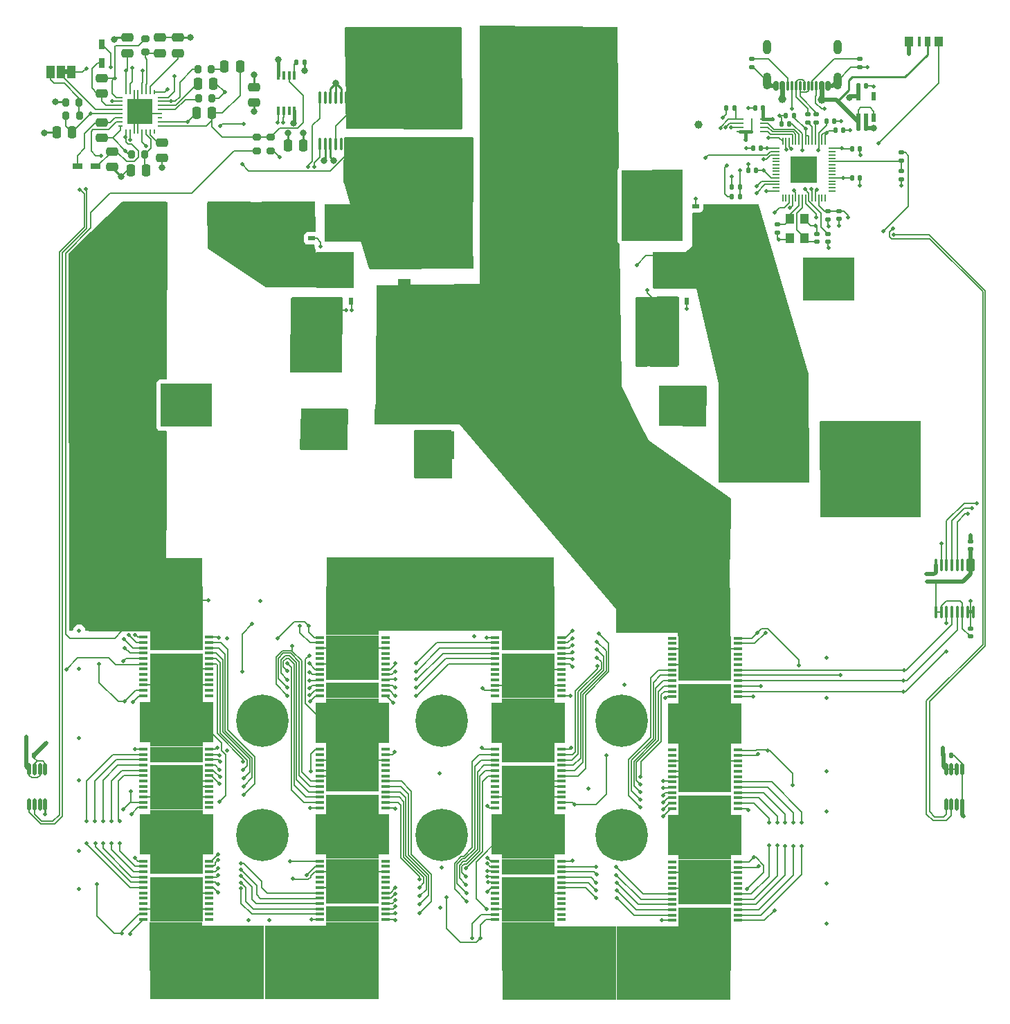
<source format=gbr>
%TF.GenerationSoftware,KiCad,Pcbnew,8.0.5*%
%TF.CreationDate,2024-12-30T16:50:35-08:00*%
%TF.ProjectId,emberone,656d6265-726f-46e6-952e-6b696361645f,rev?*%
%TF.SameCoordinates,Original*%
%TF.FileFunction,Copper,L1,Top*%
%TF.FilePolarity,Positive*%
%FSLAX46Y46*%
G04 Gerber Fmt 4.6, Leading zero omitted, Abs format (unit mm)*
G04 Created by KiCad (PCBNEW 8.0.5) date 2024-12-30 16:50:35*
%MOMM*%
%LPD*%
G01*
G04 APERTURE LIST*
G04 Aperture macros list*
%AMRoundRect*
0 Rectangle with rounded corners*
0 $1 Rounding radius*
0 $2 $3 $4 $5 $6 $7 $8 $9 X,Y pos of 4 corners*
0 Add a 4 corners polygon primitive as box body*
4,1,4,$2,$3,$4,$5,$6,$7,$8,$9,$2,$3,0*
0 Add four circle primitives for the rounded corners*
1,1,$1+$1,$2,$3*
1,1,$1+$1,$4,$5*
1,1,$1+$1,$6,$7*
1,1,$1+$1,$8,$9*
0 Add four rect primitives between the rounded corners*
20,1,$1+$1,$2,$3,$4,$5,0*
20,1,$1+$1,$4,$5,$6,$7,0*
20,1,$1+$1,$6,$7,$8,$9,0*
20,1,$1+$1,$8,$9,$2,$3,0*%
G04 Aperture macros list end*
%TA.AperFunction,EtchedComponent*%
%ADD10C,0.000000*%
%TD*%
%TA.AperFunction,SMDPad,CuDef*%
%ADD11RoundRect,0.100000X0.400000X0.100000X-0.400000X0.100000X-0.400000X-0.100000X0.400000X-0.100000X0*%
%TD*%
%TA.AperFunction,SMDPad,CuDef*%
%ADD12R,6.440000X1.850000*%
%TD*%
%TA.AperFunction,ComponentPad*%
%ADD13C,0.540000*%
%TD*%
%TA.AperFunction,SMDPad,CuDef*%
%ADD14R,6.440000X5.490000*%
%TD*%
%TA.AperFunction,SMDPad,CuDef*%
%ADD15R,3.352800X1.905000*%
%TD*%
%TA.AperFunction,SMDPad,CuDef*%
%ADD16RoundRect,0.100000X0.100000X-0.637500X0.100000X0.637500X-0.100000X0.637500X-0.100000X-0.637500X0*%
%TD*%
%TA.AperFunction,SMDPad,CuDef*%
%ADD17RoundRect,0.200000X0.275000X-0.200000X0.275000X0.200000X-0.275000X0.200000X-0.275000X-0.200000X0*%
%TD*%
%TA.AperFunction,SMDPad,CuDef*%
%ADD18RoundRect,0.250000X0.250000X0.475000X-0.250000X0.475000X-0.250000X-0.475000X0.250000X-0.475000X0*%
%TD*%
%TA.AperFunction,SMDPad,CuDef*%
%ADD19R,1.168400X0.711200*%
%TD*%
%TA.AperFunction,SMDPad,CuDef*%
%ADD20R,6.440000X6.000000*%
%TD*%
%TA.AperFunction,SMDPad,CuDef*%
%ADD21R,14.000000X9.000000*%
%TD*%
%TA.AperFunction,SMDPad,CuDef*%
%ADD22RoundRect,0.200000X0.200000X0.275000X-0.200000X0.275000X-0.200000X-0.275000X0.200000X-0.275000X0*%
%TD*%
%TA.AperFunction,ComponentPad*%
%ADD23C,6.400000*%
%TD*%
%TA.AperFunction,SMDPad,CuDef*%
%ADD24RoundRect,0.135000X-0.135000X-0.185000X0.135000X-0.185000X0.135000X0.185000X-0.135000X0.185000X0*%
%TD*%
%TA.AperFunction,SMDPad,CuDef*%
%ADD25R,0.509999X0.910001*%
%TD*%
%TA.AperFunction,SMDPad,CuDef*%
%ADD26R,4.570001X4.490001*%
%TD*%
%TA.AperFunction,SMDPad,CuDef*%
%ADD27RoundRect,0.250000X0.475000X-0.250000X0.475000X0.250000X-0.475000X0.250000X-0.475000X-0.250000X0*%
%TD*%
%TA.AperFunction,SMDPad,CuDef*%
%ADD28RoundRect,0.140000X0.140000X0.170000X-0.140000X0.170000X-0.140000X-0.170000X0.140000X-0.170000X0*%
%TD*%
%TA.AperFunction,SMDPad,CuDef*%
%ADD29RoundRect,0.100000X-0.400000X-0.100000X0.400000X-0.100000X0.400000X0.100000X-0.400000X0.100000X0*%
%TD*%
%TA.AperFunction,SMDPad,CuDef*%
%ADD30RoundRect,0.250000X-0.475000X0.250000X-0.475000X-0.250000X0.475000X-0.250000X0.475000X0.250000X0*%
%TD*%
%TA.AperFunction,SMDPad,CuDef*%
%ADD31R,1.000000X1.500000*%
%TD*%
%TA.AperFunction,SMDPad,CuDef*%
%ADD32RoundRect,0.050000X-0.387500X-0.050000X0.387500X-0.050000X0.387500X0.050000X-0.387500X0.050000X0*%
%TD*%
%TA.AperFunction,SMDPad,CuDef*%
%ADD33RoundRect,0.050000X-0.050000X-0.387500X0.050000X-0.387500X0.050000X0.387500X-0.050000X0.387500X0*%
%TD*%
%TA.AperFunction,HeatsinkPad*%
%ADD34R,3.200000X3.200000*%
%TD*%
%TA.AperFunction,SMDPad,CuDef*%
%ADD35RoundRect,0.200000X-0.275000X0.200000X-0.275000X-0.200000X0.275000X-0.200000X0.275000X0.200000X0*%
%TD*%
%TA.AperFunction,SMDPad,CuDef*%
%ADD36RoundRect,0.140000X-0.170000X0.140000X-0.170000X-0.140000X0.170000X-0.140000X0.170000X0.140000X0*%
%TD*%
%TA.AperFunction,SMDPad,CuDef*%
%ADD37RoundRect,0.140000X-0.140000X-0.170000X0.140000X-0.170000X0.140000X0.170000X-0.140000X0.170000X0*%
%TD*%
%TA.AperFunction,SMDPad,CuDef*%
%ADD38R,9.000000X5.000000*%
%TD*%
%TA.AperFunction,SMDPad,CuDef*%
%ADD39R,1.905000X3.352800*%
%TD*%
%TA.AperFunction,SMDPad,CuDef*%
%ADD40RoundRect,0.135000X0.185000X-0.135000X0.185000X0.135000X-0.185000X0.135000X-0.185000X-0.135000X0*%
%TD*%
%TA.AperFunction,SMDPad,CuDef*%
%ADD41RoundRect,0.135000X-0.185000X0.135000X-0.185000X-0.135000X0.185000X-0.135000X0.185000X0.135000X0*%
%TD*%
%TA.AperFunction,SMDPad,CuDef*%
%ADD42R,1.000000X1.200000*%
%TD*%
%TA.AperFunction,SMDPad,CuDef*%
%ADD43R,0.700000X1.200000*%
%TD*%
%TA.AperFunction,SMDPad,CuDef*%
%ADD44R,0.450000X1.200000*%
%TD*%
%TA.AperFunction,SMDPad,CuDef*%
%ADD45RoundRect,0.140000X0.170000X-0.140000X0.170000X0.140000X-0.170000X0.140000X-0.170000X-0.140000X0*%
%TD*%
%TA.AperFunction,SMDPad,CuDef*%
%ADD46RoundRect,0.112500X0.112500X-0.612500X0.112500X0.612500X-0.112500X0.612500X-0.112500X-0.612500X0*%
%TD*%
%TA.AperFunction,ComponentPad*%
%ADD47C,3.200000*%
%TD*%
%TA.AperFunction,SMDPad,CuDef*%
%ADD48R,0.711200X1.168400*%
%TD*%
%TA.AperFunction,SMDPad,CuDef*%
%ADD49R,5.334000X5.588000*%
%TD*%
%TA.AperFunction,SMDPad,CuDef*%
%ADD50R,6.350000X5.283200*%
%TD*%
%TA.AperFunction,SMDPad,CuDef*%
%ADD51RoundRect,0.150000X0.150000X0.425000X-0.150000X0.425000X-0.150000X-0.425000X0.150000X-0.425000X0*%
%TD*%
%TA.AperFunction,SMDPad,CuDef*%
%ADD52RoundRect,0.075000X0.075000X0.500000X-0.075000X0.500000X-0.075000X-0.500000X0.075000X-0.500000X0*%
%TD*%
%TA.AperFunction,ComponentPad*%
%ADD53O,1.000000X2.100000*%
%TD*%
%TA.AperFunction,ComponentPad*%
%ADD54O,1.000000X1.800000*%
%TD*%
%TA.AperFunction,SMDPad,CuDef*%
%ADD55R,0.812800X0.254000*%
%TD*%
%TA.AperFunction,SMDPad,CuDef*%
%ADD56R,0.254000X1.651000*%
%TD*%
%TA.AperFunction,SMDPad,CuDef*%
%ADD57R,3.302000X1.498600*%
%TD*%
%TA.AperFunction,SMDPad,CuDef*%
%ADD58R,3.454400X5.588000*%
%TD*%
%TA.AperFunction,SMDPad,CuDef*%
%ADD59R,0.620000X1.100000*%
%TD*%
%TA.AperFunction,SMDPad,CuDef*%
%ADD60RoundRect,0.200000X-0.200000X-0.275000X0.200000X-0.275000X0.200000X0.275000X-0.200000X0.275000X0*%
%TD*%
%TA.AperFunction,SMDPad,CuDef*%
%ADD61R,1.498600X3.302000*%
%TD*%
%TA.AperFunction,SMDPad,CuDef*%
%ADD62R,1.100000X1.300000*%
%TD*%
%TA.AperFunction,SMDPad,CuDef*%
%ADD63R,0.400000X1.100000*%
%TD*%
%TA.AperFunction,SMDPad,CuDef*%
%ADD64R,0.254000X0.609600*%
%TD*%
%TA.AperFunction,SMDPad,CuDef*%
%ADD65R,0.609600X0.254000*%
%TD*%
%TA.AperFunction,SMDPad,CuDef*%
%ADD66R,3.098800X3.098800*%
%TD*%
%TA.AperFunction,SMDPad,CuDef*%
%ADD67RoundRect,0.135000X0.135000X0.185000X-0.135000X0.185000X-0.135000X-0.185000X0.135000X-0.185000X0*%
%TD*%
%TA.AperFunction,SMDPad,CuDef*%
%ADD68RoundRect,0.250000X-0.250000X-0.475000X0.250000X-0.475000X0.250000X0.475000X-0.250000X0.475000X0*%
%TD*%
%TA.AperFunction,SMDPad,CuDef*%
%ADD69R,0.910001X0.509999*%
%TD*%
%TA.AperFunction,SMDPad,CuDef*%
%ADD70R,4.490001X4.570001*%
%TD*%
%TA.AperFunction,SMDPad,CuDef*%
%ADD71RoundRect,0.100000X-0.100000X0.637500X-0.100000X-0.637500X0.100000X-0.637500X0.100000X0.637500X0*%
%TD*%
%TA.AperFunction,ViaPad*%
%ADD72C,0.500000*%
%TD*%
%TA.AperFunction,ViaPad*%
%ADD73C,0.800000*%
%TD*%
%TA.AperFunction,ViaPad*%
%ADD74C,1.000000*%
%TD*%
%TA.AperFunction,Conductor*%
%ADD75C,0.200000*%
%TD*%
%TA.AperFunction,Conductor*%
%ADD76C,0.508000*%
%TD*%
%TA.AperFunction,Conductor*%
%ADD77C,0.254000*%
%TD*%
%TA.AperFunction,Conductor*%
%ADD78C,0.381000*%
%TD*%
%TA.AperFunction,Conductor*%
%ADD79C,0.628000*%
%TD*%
G04 APERTURE END LIST*
D10*
%TA.AperFunction,EtchedComponent*%
%TO.C,JP1*%
G36*
X125240000Y-88730000D02*
G01*
X124740000Y-88730000D01*
X124740000Y-88130000D01*
X125240000Y-88130000D01*
X125240000Y-88730000D01*
G37*
%TD.AperFunction*%
%TD*%
D11*
%TO.P,U55,1,VSS*%
%TO.N,/stack5/GND1*%
X164050000Y-178410000D03*
%TO.P,U55,2,CO*%
%TO.N,Net-(U55-CO)*%
X164050000Y-177760000D03*
%TO.P,U55,3,CLKO*%
%TO.N,Net-(U55-CLKO)*%
X164050000Y-177110000D03*
%TO.P,U55,4,RI*%
%TO.N,Net-(U55-RI)*%
X164050000Y-176460000D03*
%TO.P,U55,5,BO*%
%TO.N,Net-(U55-BO)*%
X164050000Y-175810000D03*
%TO.P,U55,6,NRSTO*%
%TO.N,Net-(U55-NRSTO)*%
X164050000Y-175160000D03*
%TO.P,U55,7,INV_CLKO*%
%TO.N,unconnected-(U55-INV_CLKO-Pad7)*%
X164050000Y-174510000D03*
%TO.P,U55,8,TEMP_P*%
%TO.N,unconnected-(U55-TEMP_P-Pad8)*%
X164050000Y-173860000D03*
%TO.P,U55,9,TEMP_N*%
%TO.N,unconnected-(U55-TEMP_N-Pad9)*%
X164050000Y-173210000D03*
%TO.P,U55,10,VSS*%
%TO.N,/stack5/GND1*%
X164050000Y-172560000D03*
%TO.P,U55,11,VDDIO_08_0*%
%TO.N,/stack5/0V8-1*%
X164050000Y-171910000D03*
%TO.P,U55,12,VDDIO_18_0*%
%TO.N,unconnected-(U55-VDDIO_18_0-Pad12)*%
X164050000Y-171260000D03*
%TO.P,U55,13,VDDIO_18_1*%
%TO.N,/stack5/1V2-1*%
X155990000Y-171260000D03*
%TO.P,U55,14,VDDIO_08_1*%
%TO.N,unconnected-(U55-VDDIO_08_1-Pad14)*%
X155990000Y-171910000D03*
%TO.P,U55,15,PLL_VSS*%
%TO.N,/stack5/GND1*%
X155990000Y-172560000D03*
%TO.P,U55,16,POR_EN*%
%TO.N,unconnected-(U55-POR_EN-Pad16)*%
X155990000Y-173210000D03*
%TO.P,U55,17,PIN_MODE*%
%TO.N,/stack5/GND1*%
X155990000Y-173860000D03*
%TO.P,U55,18,VSS*%
X155990000Y-174510000D03*
%TO.P,U55,19,NRSTI*%
%TO.N,Net-(U55-NRSTI)*%
X155990000Y-175160000D03*
%TO.P,U55,20,BI*%
%TO.N,Net-(U55-BI)*%
X155990000Y-175810000D03*
%TO.P,U55,21,RO*%
%TO.N,Net-(U55-RO)*%
X155990000Y-176460000D03*
%TO.P,U55,22,CLKI*%
%TO.N,Net-(U55-CLKI)*%
X155990000Y-177110000D03*
%TO.P,U55,23,CI*%
%TO.N,Net-(U55-CI)*%
X155990000Y-177760000D03*
%TO.P,U55,24,VSS*%
%TO.N,/stack5/GND1*%
X155990000Y-178410000D03*
D12*
%TO.P,U55,25,VDD*%
%TO.N,/stack5/GND0*%
X159990000Y-177760000D03*
D13*
%TO.P,U55,26,VSS*%
%TO.N,/stack5/GND1*%
X162910000Y-174685000D03*
X162908000Y-172815000D03*
X162328000Y-174685000D03*
X162326000Y-172815000D03*
X161746000Y-174685000D03*
X161744000Y-172815000D03*
X161164000Y-174685000D03*
X161162000Y-172815000D03*
X161110000Y-175915000D03*
X161110000Y-175295000D03*
X161110000Y-174061668D03*
X161110000Y-173445002D03*
X161110000Y-172211670D03*
X161110000Y-171595000D03*
X160582000Y-174685000D03*
X160580000Y-172815000D03*
X160000000Y-174685000D03*
X159998000Y-172815000D03*
D14*
X159990000Y-173730000D03*
D13*
X159418000Y-174685000D03*
X159416000Y-172815000D03*
X158890000Y-175305000D03*
X158890000Y-174071668D03*
X158890000Y-173455002D03*
X158890000Y-172221670D03*
X158890000Y-171605000D03*
X158880000Y-175925000D03*
X158836000Y-174685000D03*
X158834000Y-172815000D03*
X158254000Y-174685000D03*
X158252000Y-172815000D03*
X157672000Y-174685000D03*
X157670000Y-172815000D03*
X157090000Y-174685000D03*
X157088000Y-172815000D03*
%TD*%
D15*
%TO.P,C16,1*%
%TO.N,/3V6*%
X157732600Y-130610000D03*
%TO.P,C16,2*%
%TO.N,GND*%
X164387400Y-130610000D03*
%TD*%
D16*
%TO.P,U4,1,DIR1*%
%TO.N,GND*%
X231350000Y-154435000D03*
%TO.P,U4,2,DIR2*%
X232000000Y-154435000D03*
%TO.P,U4,3,A1*%
%TO.N,/stack7/RST_N*%
X232650000Y-154435000D03*
%TO.P,U4,4,A2*%
%TO.N,/stack7/CI*%
X233300000Y-154435000D03*
%TO.P,U4,5,A3*%
%TO.N,/stack7/RO*%
X233950000Y-154435000D03*
%TO.P,U4,6,A4*%
%TO.N,GND*%
X234600000Y-154435000D03*
%TO.P,U4,7,DIR3*%
%TO.N,/stack7/1V2-2*%
X235250000Y-154435000D03*
%TO.P,U4,8,DIR4*%
X235900000Y-154435000D03*
%TO.P,U4,9,OE*%
%TO.N,GND*%
X235900000Y-148710000D03*
%TO.P,U4,10,GND*%
X235250000Y-148710000D03*
%TO.P,U4,11,B4*%
%TO.N,unconnected-(U4-B4-Pad11)*%
X234600000Y-148710000D03*
%TO.P,U4,12,B3*%
%TO.N,/RX*%
X233950000Y-148710000D03*
%TO.P,U4,13,B2*%
%TO.N,/TX*%
X233300000Y-148710000D03*
%TO.P,U4,14,B1*%
%TO.N,/RST*%
X232650000Y-148710000D03*
%TO.P,U4,15,VCCB*%
%TO.N,/3V3*%
X232000000Y-148710000D03*
%TO.P,U4,16,VCCA*%
%TO.N,/stack7/1V2-2*%
X231350000Y-148710000D03*
%TD*%
D17*
%TO.P,R6,1*%
%TO.N,/3V6*%
X148280000Y-98045000D03*
%TO.P,R6,2*%
%TO.N,/Power/OUT0*%
X148280000Y-96395000D03*
%TD*%
D18*
%TO.P,C11,1*%
%TO.N,/Power/OUT0*%
X146220000Y-87750000D03*
%TO.P,C11,2*%
%TO.N,Net-(C11-Pad2)*%
X144320000Y-87750000D03*
%TD*%
D19*
%TO.P,D1,1,K*%
%TO.N,Net-(D1-K)*%
X126332400Y-99975000D03*
%TO.P,D1,2,A*%
%TO.N,Net-(D1-A)*%
X128567600Y-99975000D03*
%TD*%
D20*
%TO.P,J16,1,Pin_1*%
%TO.N,/stack6/GND2*%
X181505000Y-195370000D03*
D21*
X185295000Y-197370000D03*
%TD*%
D22*
%TO.P,R5,1*%
%TO.N,Net-(U1-RAMP1)*%
X134585000Y-98490000D03*
%TO.P,R5,2*%
%TO.N,/Power/SW1*%
X132935000Y-98490000D03*
%TD*%
D23*
%TO.P,H6,1,1*%
%TO.N,unconnected-(H6-Pad1)*%
X192930000Y-181770000D03*
%TD*%
D24*
%TO.P,R20,1*%
%TO.N,/Data/SCL*%
X206330000Y-103690000D03*
%TO.P,R20,2*%
%TO.N,/3V3*%
X207350000Y-103690000D03*
%TD*%
D25*
%TO.P,Q4,1,S*%
%TO.N,/Power/LOOP2*%
X197075000Y-116440003D03*
%TO.P,Q4,2,S*%
X198345000Y-116440003D03*
%TO.P,Q4,3,S*%
X199615000Y-116440003D03*
%TO.P,Q4,4,G*%
%TO.N,Net-(Q4-G)*%
X200885000Y-116440003D03*
%TO.P,Q4,5,D*%
%TO.N,/Power/SW2*%
X200885000Y-110850001D03*
%TO.P,Q4,6,D*%
X199615000Y-110850001D03*
%TO.P,Q4,7,D*%
X198345000Y-110850001D03*
D26*
%TO.P,Q4,8,D*%
X198980000Y-112640000D03*
D25*
X197075000Y-110850001D03*
%TD*%
D27*
%TO.P,C15,1*%
%TO.N,Net-(D2-K)*%
X129350000Y-91060000D03*
%TO.P,C15,2*%
%TO.N,/Power/SW2*%
X129350000Y-89160000D03*
%TD*%
D28*
%TO.P,C101,1*%
%TO.N,GND*%
X218920000Y-94440000D03*
%TO.P,C101,2*%
%TO.N,/Data/1V1*%
X217960000Y-94440000D03*
%TD*%
D27*
%TO.P,C7,1*%
%TO.N,Net-(U1-SS2)*%
X138600000Y-86110000D03*
%TO.P,C7,2*%
%TO.N,GND*%
X138600000Y-84210000D03*
%TD*%
D29*
%TO.P,U65,1,VSS*%
%TO.N,/stack6/GND2*%
X177440000Y-184950000D03*
%TO.P,U65,2,CO*%
%TO.N,Net-(U65-CO)*%
X177440000Y-185600000D03*
%TO.P,U65,3,CLKO*%
%TO.N,Net-(U65-CLKO)*%
X177440000Y-186250000D03*
%TO.P,U65,4,RI*%
%TO.N,Net-(U65-RI)*%
X177440000Y-186900000D03*
%TO.P,U65,5,BO*%
%TO.N,Net-(U65-BO)*%
X177440000Y-187550000D03*
%TO.P,U65,6,NRSTO*%
%TO.N,Net-(U65-NRSTO)*%
X177440000Y-188200000D03*
%TO.P,U65,7,INV_CLKO*%
%TO.N,unconnected-(U65-INV_CLKO-Pad7)*%
X177440000Y-188850000D03*
%TO.P,U65,8,TEMP_P*%
%TO.N,unconnected-(U65-TEMP_P-Pad8)*%
X177440000Y-189500000D03*
%TO.P,U65,9,TEMP_N*%
%TO.N,unconnected-(U65-TEMP_N-Pad9)*%
X177440000Y-190150000D03*
%TO.P,U65,10,VSS*%
%TO.N,/stack6/GND2*%
X177440000Y-190800000D03*
%TO.P,U65,11,VDDIO_08_0*%
%TO.N,/stack6/0V8-2*%
X177440000Y-191450000D03*
%TO.P,U65,12,VDDIO_18_0*%
%TO.N,/stack6/1V2-2*%
X177440000Y-192100000D03*
%TO.P,U65,13,VDDIO_18_1*%
%TO.N,unconnected-(U65-VDDIO_18_1-Pad13)*%
X185500000Y-192100000D03*
%TO.P,U65,14,VDDIO_08_1*%
%TO.N,unconnected-(U65-VDDIO_08_1-Pad14)*%
X185500000Y-191450000D03*
%TO.P,U65,15,PLL_VSS*%
%TO.N,/stack6/GND2*%
X185500000Y-190800000D03*
%TO.P,U65,16,POR_EN*%
%TO.N,unconnected-(U65-POR_EN-Pad16)*%
X185500000Y-190150000D03*
%TO.P,U65,17,PIN_MODE*%
%TO.N,unconnected-(U65-PIN_MODE-Pad17)*%
X185500000Y-189500000D03*
%TO.P,U65,18,VSS*%
%TO.N,/stack6/GND2*%
X185500000Y-188850000D03*
%TO.P,U65,19,NRSTI*%
%TO.N,/stack6/NRSTI*%
X185500000Y-188200000D03*
%TO.P,U65,20,BI*%
%TO.N,/stack6/BI*%
X185500000Y-187550000D03*
%TO.P,U65,21,RO*%
%TO.N,/stack6/RO*%
X185500000Y-186900000D03*
%TO.P,U65,22,CLKI*%
%TO.N,/stack6/CLKI*%
X185500000Y-186250000D03*
%TO.P,U65,23,CI*%
%TO.N,/stack6/CI*%
X185500000Y-185600000D03*
%TO.P,U65,24,VSS*%
%TO.N,/stack6/GND2*%
X185500000Y-184950000D03*
D12*
%TO.P,U65,25,VDD*%
%TO.N,/stack6/GND1*%
X181500000Y-185600000D03*
D13*
%TO.P,U65,26,VSS*%
%TO.N,/stack6/GND2*%
X178580000Y-188675000D03*
X178582000Y-190545000D03*
X179162000Y-188675000D03*
X179164000Y-190545000D03*
X179744000Y-188675000D03*
X179746000Y-190545000D03*
X180326000Y-188675000D03*
X180328000Y-190545000D03*
X180380000Y-187445000D03*
X180380000Y-188065000D03*
X180380000Y-189298332D03*
X180380000Y-189914998D03*
X180380000Y-191148330D03*
X180380000Y-191765000D03*
X180908000Y-188675000D03*
X180910000Y-190545000D03*
X181490000Y-188675000D03*
X181492000Y-190545000D03*
D14*
X181500000Y-189630000D03*
D13*
X182072000Y-188675000D03*
X182074000Y-190545000D03*
X182600000Y-188055000D03*
X182600000Y-189288332D03*
X182600000Y-189904998D03*
X182600000Y-191138330D03*
X182600000Y-191755000D03*
X182610000Y-187435000D03*
X182654000Y-188675000D03*
X182656000Y-190545000D03*
X183236000Y-188675000D03*
X183238000Y-190545000D03*
X183818000Y-188675000D03*
X183820000Y-190545000D03*
X184400000Y-188675000D03*
X184402000Y-190545000D03*
%TD*%
D29*
%TO.P,U47,1,VSS*%
%TO.N,/stack4/GND2*%
X134400000Y-184920000D03*
%TO.P,U47,2,CO*%
%TO.N,Net-(U47-CO)*%
X134400000Y-185570000D03*
%TO.P,U47,3,CLKO*%
%TO.N,Net-(U47-CLKO)*%
X134400000Y-186220000D03*
%TO.P,U47,4,RI*%
%TO.N,Net-(U47-RI)*%
X134400000Y-186870000D03*
%TO.P,U47,5,BO*%
%TO.N,Net-(U47-BO)*%
X134400000Y-187520000D03*
%TO.P,U47,6,NRSTO*%
%TO.N,Net-(U47-NRSTO)*%
X134400000Y-188170000D03*
%TO.P,U47,7,INV_CLKO*%
%TO.N,unconnected-(U47-INV_CLKO-Pad7)*%
X134400000Y-188820000D03*
%TO.P,U47,8,TEMP_P*%
%TO.N,unconnected-(U47-TEMP_P-Pad8)*%
X134400000Y-189470000D03*
%TO.P,U47,9,TEMP_N*%
%TO.N,unconnected-(U47-TEMP_N-Pad9)*%
X134400000Y-190120000D03*
%TO.P,U47,10,VSS*%
%TO.N,/stack4/GND2*%
X134400000Y-190770000D03*
%TO.P,U47,11,VDDIO_08_0*%
%TO.N,/stack4/0V8-2*%
X134400000Y-191420000D03*
%TO.P,U47,12,VDDIO_18_0*%
%TO.N,/stack4/1V2-2*%
X134400000Y-192070000D03*
%TO.P,U47,13,VDDIO_18_1*%
%TO.N,unconnected-(U47-VDDIO_18_1-Pad13)*%
X142460000Y-192070000D03*
%TO.P,U47,14,VDDIO_08_1*%
%TO.N,unconnected-(U47-VDDIO_08_1-Pad14)*%
X142460000Y-191420000D03*
%TO.P,U47,15,PLL_VSS*%
%TO.N,/stack4/GND2*%
X142460000Y-190770000D03*
%TO.P,U47,16,POR_EN*%
%TO.N,unconnected-(U47-POR_EN-Pad16)*%
X142460000Y-190120000D03*
%TO.P,U47,17,PIN_MODE*%
%TO.N,unconnected-(U47-PIN_MODE-Pad17)*%
X142460000Y-189470000D03*
%TO.P,U47,18,VSS*%
%TO.N,/stack4/GND2*%
X142460000Y-188820000D03*
%TO.P,U47,19,NRSTI*%
%TO.N,/stack4/NRSTI*%
X142460000Y-188170000D03*
%TO.P,U47,20,BI*%
%TO.N,/stack4/BI*%
X142460000Y-187520000D03*
%TO.P,U47,21,RO*%
%TO.N,/stack4/RO*%
X142460000Y-186870000D03*
%TO.P,U47,22,CLKI*%
%TO.N,/stack4/CLKI*%
X142460000Y-186220000D03*
%TO.P,U47,23,CI*%
%TO.N,/stack4/CI*%
X142460000Y-185570000D03*
%TO.P,U47,24,VSS*%
%TO.N,/stack4/GND2*%
X142460000Y-184920000D03*
D12*
%TO.P,U47,25,VDD*%
%TO.N,/stack4/GND1*%
X138460000Y-185570000D03*
D13*
%TO.P,U47,26,VSS*%
%TO.N,/stack4/GND2*%
X135540000Y-188645000D03*
X135542000Y-190515000D03*
X136122000Y-188645000D03*
X136124000Y-190515000D03*
X136704000Y-188645000D03*
X136706000Y-190515000D03*
X137286000Y-188645000D03*
X137288000Y-190515000D03*
X137340000Y-187415000D03*
X137340000Y-188035000D03*
X137340000Y-189268332D03*
X137340000Y-189884998D03*
X137340000Y-191118330D03*
X137340000Y-191735000D03*
X137868000Y-188645000D03*
X137870000Y-190515000D03*
X138450000Y-188645000D03*
X138452000Y-190515000D03*
D14*
X138460000Y-189600000D03*
D13*
X139032000Y-188645000D03*
X139034000Y-190515000D03*
X139560000Y-188025000D03*
X139560000Y-189258332D03*
X139560000Y-189874998D03*
X139560000Y-191108330D03*
X139560000Y-191725000D03*
X139570000Y-187405000D03*
X139614000Y-188645000D03*
X139616000Y-190515000D03*
X140196000Y-188645000D03*
X140198000Y-190515000D03*
X140778000Y-188645000D03*
X140780000Y-190515000D03*
X141360000Y-188645000D03*
X141362000Y-190515000D03*
%TD*%
D30*
%TO.P,C9,1*%
%TO.N,Net-(U1-SS1)*%
X136650000Y-97060000D03*
%TO.P,C9,2*%
%TO.N,GND*%
X136650000Y-98960000D03*
%TD*%
%TO.P,C5,1*%
%TO.N,Net-(D1-A)*%
X130600000Y-98130000D03*
%TO.P,C5,2*%
%TO.N,GND*%
X130600000Y-100030000D03*
%TD*%
D31*
%TO.P,JP1,1,A*%
%TO.N,/Data/PWR_EN*%
X125640000Y-88430000D03*
%TO.P,JP1,2,C*%
%TO.N,Net-(JP1-C)*%
X124340000Y-88430000D03*
%TO.P,JP1,3,B*%
%TO.N,Net-(JP1-B)*%
X123040000Y-88430000D03*
%TD*%
D23*
%TO.P,H8,1,1*%
%TO.N,unconnected-(H8-Pad1)*%
X170930000Y-181770000D03*
%TD*%
D32*
%TO.P,U27,1,IOVDD*%
%TO.N,/3V3*%
X211762500Y-97777500D03*
%TO.P,U27,2,GPIO0*%
%TO.N,/Data/PWR_EN*%
X211762500Y-98177500D03*
%TO.P,U27,3,GPIO1*%
%TO.N,Net-(U27-GPIO1)*%
X211762500Y-98577500D03*
%TO.P,U27,4,GPIO2*%
%TO.N,unconnected-(U27-GPIO2-Pad4)*%
X211762500Y-98977500D03*
%TO.P,U27,5,GPIO3*%
%TO.N,unconnected-(U27-GPIO3-Pad5)*%
X211762500Y-99377500D03*
%TO.P,U27,6,GPIO4*%
%TO.N,unconnected-(U27-GPIO4-Pad6)*%
X211762500Y-99777500D03*
%TO.P,U27,7,GPIO5*%
%TO.N,unconnected-(U27-GPIO5-Pad7)*%
X211762500Y-100177500D03*
%TO.P,U27,8,GPIO6*%
%TO.N,unconnected-(U27-GPIO6-Pad8)*%
X211762500Y-100577500D03*
%TO.P,U27,9,GPIO7*%
%TO.N,unconnected-(U27-GPIO7-Pad9)*%
X211762500Y-100977500D03*
%TO.P,U27,10,IOVDD*%
%TO.N,/3V3*%
X211762500Y-101377500D03*
%TO.P,U27,11,GPIO8*%
%TO.N,/TX*%
X211762500Y-101777500D03*
%TO.P,U27,12,GPIO9*%
%TO.N,/RX*%
X211762500Y-102177500D03*
%TO.P,U27,13,GPIO10*%
%TO.N,unconnected-(U27-GPIO10-Pad13)*%
X211762500Y-102577500D03*
%TO.P,U27,14,GPIO11*%
%TO.N,/RST*%
X211762500Y-102977500D03*
D33*
%TO.P,U27,15,GPIO12*%
%TO.N,unconnected-(U27-GPIO12-Pad15)*%
X212600000Y-103815000D03*
%TO.P,U27,16,GPIO13*%
%TO.N,unconnected-(U27-GPIO13-Pad16)*%
X213000000Y-103815000D03*
%TO.P,U27,17,GPIO14*%
%TO.N,/Data/SDA*%
X213400000Y-103815000D03*
%TO.P,U27,18,GPIO15*%
%TO.N,/Data/SCL*%
X213800000Y-103815000D03*
%TO.P,U27,19,TESTEN*%
%TO.N,GND*%
X214200000Y-103815000D03*
%TO.P,U27,20,XIN*%
%TO.N,/Data/XIN*%
X214600000Y-103815000D03*
%TO.P,U27,21,XOUT*%
%TO.N,/Data/XOUT*%
X215000000Y-103815000D03*
%TO.P,U27,22,IOVDD*%
%TO.N,/3V3*%
X215400000Y-103815000D03*
%TO.P,U27,23,DVDD*%
%TO.N,/Data/1V1*%
X215800000Y-103815000D03*
%TO.P,U27,24,SWCLK*%
%TO.N,/Data/SWCLK*%
X216200000Y-103815000D03*
%TO.P,U27,25,SWD*%
%TO.N,/Data/SWD*%
X216600000Y-103815000D03*
%TO.P,U27,26,RUN*%
%TO.N,/3V3*%
X217000000Y-103815000D03*
%TO.P,U27,27,GPIO16*%
%TO.N,unconnected-(U27-GPIO16-Pad27)*%
X217400000Y-103815000D03*
%TO.P,U27,28,GPIO17*%
%TO.N,unconnected-(U27-GPIO17-Pad28)*%
X217800000Y-103815000D03*
D32*
%TO.P,U27,29,GPIO18*%
%TO.N,unconnected-(U27-GPIO18-Pad29)*%
X218637500Y-102977500D03*
%TO.P,U27,30,GPIO19*%
%TO.N,unconnected-(U27-GPIO19-Pad30)*%
X218637500Y-102577500D03*
%TO.P,U27,31,GPIO20*%
%TO.N,unconnected-(U27-GPIO20-Pad31)*%
X218637500Y-102177500D03*
%TO.P,U27,32,GPIO21*%
%TO.N,unconnected-(U27-GPIO21-Pad32)*%
X218637500Y-101777500D03*
%TO.P,U27,33,IOVDD*%
%TO.N,/3V3*%
X218637500Y-101377500D03*
%TO.P,U27,34,GPIO22*%
%TO.N,unconnected-(U27-GPIO22-Pad34)*%
X218637500Y-100977500D03*
%TO.P,U27,35,GPIO23*%
%TO.N,unconnected-(U27-GPIO23-Pad35)*%
X218637500Y-100577500D03*
%TO.P,U27,36,GPIO24*%
%TO.N,unconnected-(U27-GPIO24-Pad36)*%
X218637500Y-100177500D03*
%TO.P,U27,37,GPIO25*%
%TO.N,unconnected-(U27-GPIO25-Pad37)*%
X218637500Y-99777500D03*
%TO.P,U27,38,GPIO26_ADC0*%
%TO.N,Net-(U27-GPIO26_ADC0)*%
X218637500Y-99377500D03*
%TO.P,U27,39,GPIO27_ADC1*%
%TO.N,unconnected-(U27-GPIO27_ADC1-Pad39)*%
X218637500Y-98977500D03*
%TO.P,U27,40,GPIO28_ADC2*%
%TO.N,unconnected-(U27-GPIO28_ADC2-Pad40)*%
X218637500Y-98577500D03*
%TO.P,U27,41,GPIO29_ADC3*%
%TO.N,unconnected-(U27-GPIO29_ADC3-Pad41)*%
X218637500Y-98177500D03*
%TO.P,U27,42,IOVDD*%
%TO.N,/3V3*%
X218637500Y-97777500D03*
D33*
%TO.P,U27,43,ADC_AVDD*%
X217800000Y-96940000D03*
%TO.P,U27,44,VREG_IN*%
X217400000Y-96940000D03*
%TO.P,U27,45,VREG_VOUT*%
%TO.N,/Data/1V1*%
X217000000Y-96940000D03*
%TO.P,U27,46,USB_DM*%
%TO.N,Net-(U27-USB_DM)*%
X216600000Y-96940000D03*
%TO.P,U27,47,USB_DP*%
%TO.N,Net-(U27-USB_DP)*%
X216200000Y-96940000D03*
%TO.P,U27,48,USB_VDD*%
%TO.N,/3V3*%
X215800000Y-96940000D03*
%TO.P,U27,49,IOVDD*%
X215400000Y-96940000D03*
%TO.P,U27,50,DVDD*%
%TO.N,/Data/1V1*%
X215000000Y-96940000D03*
%TO.P,U27,51,QSPI_SD3*%
%TO.N,/Data/QSPI_SD3*%
X214600000Y-96940000D03*
%TO.P,U27,52,QSPI_SCLK*%
%TO.N,/Data/QSPI_SCLK*%
X214200000Y-96940000D03*
%TO.P,U27,53,QSPI_SD0*%
%TO.N,/Data/QSPI_SD0*%
X213800000Y-96940000D03*
%TO.P,U27,54,QSPI_SD2*%
%TO.N,/Data/QSPI_SD2*%
X213400000Y-96940000D03*
%TO.P,U27,55,QSPI_SD1*%
%TO.N,/Data/QSPI_SD1*%
X213000000Y-96940000D03*
%TO.P,U27,56,QSPI_SS*%
%TO.N,/Data/QSPI_SS*%
X212600000Y-96940000D03*
D34*
%TO.P,U27,57,GND*%
%TO.N,GND*%
X215200000Y-100377500D03*
%TD*%
D35*
%TO.P,R9,1*%
%TO.N,/Power/SW2*%
X134660000Y-84335000D03*
%TO.P,R9,2*%
%TO.N,Net-(U1-RAMP2)*%
X134660000Y-85985000D03*
%TD*%
D36*
%TO.P,C22,1*%
%TO.N,/3V3*%
X235550000Y-145820000D03*
%TO.P,C22,2*%
%TO.N,GND*%
X235550000Y-146780000D03*
%TD*%
D11*
%TO.P,U74,1,VSS*%
%TO.N,GND*%
X207110000Y-164820000D03*
%TO.P,U74,2,NRSTI*%
%TO.N,/stack7/RST_N*%
X207110000Y-164170000D03*
%TO.P,U74,3,BI*%
%TO.N,Net-(U74-BI)*%
X207110000Y-163520000D03*
%TO.P,U74,4,RO*%
%TO.N,/stack7/RO*%
X207110000Y-162870000D03*
%TO.P,U74,5,CLKI*%
%TO.N,/stack7/CLKI*%
X207110000Y-162220000D03*
%TO.P,U74,6,CI*%
%TO.N,/stack7/CI*%
X207110000Y-161570000D03*
%TO.P,U74,7,INV_CLKO*%
%TO.N,unconnected-(U74-INV_CLKO-Pad7)*%
X207110000Y-160920000D03*
%TO.P,U74,8,TEMP_P*%
%TO.N,unconnected-(U74-TEMP_P-Pad8)*%
X207110000Y-160270000D03*
%TO.P,U74,9,TEMP_N*%
%TO.N,unconnected-(U74-TEMP_N-Pad9)*%
X207110000Y-159620000D03*
%TO.P,U74,10,VSS*%
%TO.N,GND*%
X207110000Y-158970000D03*
%TO.P,U74,11,VDDIO_08_0*%
%TO.N,/stack7/0V8-2*%
X207110000Y-158320000D03*
%TO.P,U74,12,VDDIO_18_0*%
%TO.N,/stack7/1V2-2*%
X207110000Y-157670000D03*
%TO.P,U74,13,VDDIO_18_1*%
%TO.N,unconnected-(U74-VDDIO_18_1-Pad13)*%
X199050000Y-157670000D03*
%TO.P,U74,14,VDDIO_08_1*%
%TO.N,unconnected-(U74-VDDIO_08_1-Pad14)*%
X199050000Y-158320000D03*
%TO.P,U74,15,PLL_VSS*%
%TO.N,GND*%
X199050000Y-158970000D03*
%TO.P,U74,16,POR_EN*%
%TO.N,unconnected-(U74-POR_EN-Pad16)*%
X199050000Y-159620000D03*
%TO.P,U74,17,PIN_MODE*%
%TO.N,unconnected-(U74-PIN_MODE-Pad17)*%
X199050000Y-160270000D03*
%TO.P,U74,18,VSS*%
%TO.N,GND*%
X199050000Y-160920000D03*
%TO.P,U74,19,CO*%
%TO.N,Net-(U74-CO)*%
X199050000Y-161570000D03*
%TO.P,U74,20,CLKO*%
%TO.N,Net-(U74-CLKO)*%
X199050000Y-162220000D03*
%TO.P,U74,21,RI*%
%TO.N,Net-(U74-RI)*%
X199050000Y-162870000D03*
%TO.P,U74,22,BO*%
%TO.N,Net-(U74-BO)*%
X199050000Y-163520000D03*
%TO.P,U74,23,NRSTO*%
%TO.N,Net-(U74-NRSTO)*%
X199050000Y-164170000D03*
%TO.P,U74,24,VSS*%
%TO.N,GND*%
X199050000Y-164820000D03*
D12*
%TO.P,U74,25,VDD*%
%TO.N,/stack7/GND1*%
X203050000Y-164170000D03*
D13*
%TO.P,U74,26,VSS*%
%TO.N,GND*%
X205970000Y-161095000D03*
X205968000Y-159225000D03*
X205388000Y-161095000D03*
X205386000Y-159225000D03*
X204806000Y-161095000D03*
X204804000Y-159225000D03*
X204224000Y-161095000D03*
X204222000Y-159225000D03*
X204170000Y-162325000D03*
X204170000Y-161705000D03*
X204170000Y-160471668D03*
X204170000Y-159855002D03*
X204170000Y-158621670D03*
X204170000Y-158005000D03*
X203642000Y-161095000D03*
X203640000Y-159225000D03*
X203060000Y-161095000D03*
X203058000Y-159225000D03*
D14*
X203050000Y-160140000D03*
D13*
X202478000Y-161095000D03*
X202476000Y-159225000D03*
X201950000Y-161715000D03*
X201950000Y-160481668D03*
X201950000Y-159865002D03*
X201950000Y-158631670D03*
X201950000Y-158015000D03*
X201940000Y-162335000D03*
X201896000Y-161095000D03*
X201894000Y-159225000D03*
X201314000Y-161095000D03*
X201312000Y-159225000D03*
X200732000Y-161095000D03*
X200730000Y-159225000D03*
X200150000Y-161095000D03*
X200148000Y-159225000D03*
%TD*%
D37*
%TO.P,C107,1*%
%TO.N,GND*%
X208410000Y-100500000D03*
%TO.P,C107,2*%
%TO.N,/3V3*%
X209370000Y-100500000D03*
%TD*%
D11*
%TO.P,U54,1,VSS*%
%TO.N,/stack5/GND0*%
X164050000Y-192080000D03*
%TO.P,U54,2,NRSTI*%
%TO.N,Net-(U54-NRSTI)*%
X164050000Y-191430000D03*
%TO.P,U54,3,BI*%
%TO.N,Net-(U54-BI)*%
X164050000Y-190780000D03*
%TO.P,U54,4,RO*%
%TO.N,Net-(U54-RO)*%
X164050000Y-190130000D03*
%TO.P,U54,5,CLKI*%
%TO.N,Net-(U54-CLKI)*%
X164050000Y-189480000D03*
%TO.P,U54,6,CI*%
%TO.N,Net-(U54-CI)*%
X164050000Y-188830000D03*
%TO.P,U54,7,INV_CLKO*%
%TO.N,unconnected-(U54-INV_CLKO-Pad7)*%
X164050000Y-188180000D03*
%TO.P,U54,8,TEMP_P*%
%TO.N,unconnected-(U54-TEMP_P-Pad8)*%
X164050000Y-187530000D03*
%TO.P,U54,9,TEMP_N*%
%TO.N,unconnected-(U54-TEMP_N-Pad9)*%
X164050000Y-186880000D03*
%TO.P,U54,10,VSS*%
%TO.N,/stack5/GND0*%
X164050000Y-186230000D03*
%TO.P,U54,11,VDDIO_08_0*%
%TO.N,unconnected-(U54-VDDIO_08_0-Pad11)*%
X164050000Y-185580000D03*
%TO.P,U54,12,VDDIO_18_0*%
%TO.N,unconnected-(U54-VDDIO_18_0-Pad12)*%
X164050000Y-184930000D03*
%TO.P,U54,13,VDDIO_18_1*%
%TO.N,/stack5/1V2-0*%
X155990000Y-184930000D03*
%TO.P,U54,14,VDDIO_08_1*%
%TO.N,/stack5/0V8-0*%
X155990000Y-185580000D03*
%TO.P,U54,15,PLL_VSS*%
%TO.N,/stack5/GND0*%
X155990000Y-186230000D03*
%TO.P,U54,16,POR_EN*%
%TO.N,unconnected-(U54-POR_EN-Pad16)*%
X155990000Y-186880000D03*
%TO.P,U54,17,PIN_MODE*%
%TO.N,unconnected-(U54-PIN_MODE-Pad17)*%
X155990000Y-187530000D03*
%TO.P,U54,18,VSS*%
%TO.N,/stack5/GND0*%
X155990000Y-188180000D03*
%TO.P,U54,19,CO*%
%TO.N,Net-(U54-CO)*%
X155990000Y-188830000D03*
%TO.P,U54,20,CLKO*%
%TO.N,Net-(U54-CLKO)*%
X155990000Y-189480000D03*
%TO.P,U54,21,RI*%
%TO.N,Net-(U54-RI)*%
X155990000Y-190130000D03*
%TO.P,U54,22,BO*%
%TO.N,Net-(U54-BO)*%
X155990000Y-190780000D03*
%TO.P,U54,23,NRSTO*%
%TO.N,Net-(U54-NRSTO)*%
X155990000Y-191430000D03*
%TO.P,U54,24,VSS*%
%TO.N,/stack5/GND0*%
X155990000Y-192080000D03*
D12*
%TO.P,U54,25,VDD*%
%TO.N,/stack4/GND2*%
X159990000Y-191430000D03*
D13*
%TO.P,U54,26,VSS*%
%TO.N,/stack5/GND0*%
X162910000Y-188355000D03*
X162908000Y-186485000D03*
X162328000Y-188355000D03*
X162326000Y-186485000D03*
X161746000Y-188355000D03*
X161744000Y-186485000D03*
X161164000Y-188355000D03*
X161162000Y-186485000D03*
X161110000Y-189585000D03*
X161110000Y-188965000D03*
X161110000Y-187731668D03*
X161110000Y-187115002D03*
X161110000Y-185881670D03*
X161110000Y-185265000D03*
X160582000Y-188355000D03*
X160580000Y-186485000D03*
X160000000Y-188355000D03*
X159998000Y-186485000D03*
D14*
X159990000Y-187400000D03*
D13*
X159418000Y-188355000D03*
X159416000Y-186485000D03*
X158890000Y-188975000D03*
X158890000Y-187741668D03*
X158890000Y-187125002D03*
X158890000Y-185891670D03*
X158890000Y-185275000D03*
X158880000Y-189595000D03*
X158836000Y-188355000D03*
X158834000Y-186485000D03*
X158254000Y-188355000D03*
X158252000Y-186485000D03*
X157672000Y-188355000D03*
X157670000Y-186485000D03*
X157090000Y-188355000D03*
X157088000Y-186485000D03*
%TD*%
D29*
%TO.P,U46,1,VSS*%
%TO.N,/stack4/GND1*%
X134400000Y-171240000D03*
%TO.P,U46,2,NRSTI*%
%TO.N,Net-(U46-NRSTI)*%
X134400000Y-171890000D03*
%TO.P,U46,3,BI*%
%TO.N,Net-(U46-BI)*%
X134400000Y-172540000D03*
%TO.P,U46,4,RO*%
%TO.N,Net-(U46-RO)*%
X134400000Y-173190000D03*
%TO.P,U46,5,CLKI*%
%TO.N,Net-(U46-CLKI)*%
X134400000Y-173840000D03*
%TO.P,U46,6,CI*%
%TO.N,Net-(U46-CI)*%
X134400000Y-174490000D03*
%TO.P,U46,7,INV_CLKO*%
%TO.N,unconnected-(U46-INV_CLKO-Pad7)*%
X134400000Y-175140000D03*
%TO.P,U46,8,TEMP_P*%
%TO.N,unconnected-(U46-TEMP_P-Pad8)*%
X134400000Y-175790000D03*
%TO.P,U46,9,TEMP_N*%
%TO.N,unconnected-(U46-TEMP_N-Pad9)*%
X134400000Y-176440000D03*
%TO.P,U46,10,VSS*%
%TO.N,/stack4/GND1*%
X134400000Y-177090000D03*
%TO.P,U46,11,VDDIO_08_0*%
%TO.N,/stack4/0V8-1*%
X134400000Y-177740000D03*
%TO.P,U46,12,VDDIO_18_0*%
%TO.N,/stack4/1V2-1*%
X134400000Y-178390000D03*
%TO.P,U46,13,VDDIO_18_1*%
%TO.N,unconnected-(U46-VDDIO_18_1-Pad13)*%
X142460000Y-178390000D03*
%TO.P,U46,14,VDDIO_08_1*%
%TO.N,unconnected-(U46-VDDIO_08_1-Pad14)*%
X142460000Y-177740000D03*
%TO.P,U46,15,PLL_VSS*%
%TO.N,/stack4/GND1*%
X142460000Y-177090000D03*
%TO.P,U46,16,POR_EN*%
%TO.N,unconnected-(U46-POR_EN-Pad16)*%
X142460000Y-176440000D03*
%TO.P,U46,17,PIN_MODE*%
%TO.N,/stack4/GND1*%
X142460000Y-175790000D03*
%TO.P,U46,18,VSS*%
X142460000Y-175140000D03*
%TO.P,U46,19,CO*%
%TO.N,Net-(U46-CO)*%
X142460000Y-174490000D03*
%TO.P,U46,20,CLKO*%
%TO.N,Net-(U46-CLKO)*%
X142460000Y-173840000D03*
%TO.P,U46,21,RI*%
%TO.N,Net-(U46-RI)*%
X142460000Y-173190000D03*
%TO.P,U46,22,BO*%
%TO.N,Net-(U46-BO)*%
X142460000Y-172540000D03*
%TO.P,U46,23,NRSTO*%
%TO.N,Net-(U46-NRSTO)*%
X142460000Y-171890000D03*
%TO.P,U46,24,VSS*%
%TO.N,/stack4/GND1*%
X142460000Y-171240000D03*
D12*
%TO.P,U46,25,VDD*%
%TO.N,/stack4/GND0*%
X138460000Y-171890000D03*
D13*
%TO.P,U46,26,VSS*%
%TO.N,/stack4/GND1*%
X135540000Y-174965000D03*
X135542000Y-176835000D03*
X136122000Y-174965000D03*
X136124000Y-176835000D03*
X136704000Y-174965000D03*
X136706000Y-176835000D03*
X137286000Y-174965000D03*
X137288000Y-176835000D03*
X137340000Y-173735000D03*
X137340000Y-174355000D03*
X137340000Y-175588332D03*
X137340000Y-176204998D03*
X137340000Y-177438330D03*
X137340000Y-178055000D03*
X137868000Y-174965000D03*
X137870000Y-176835000D03*
X138450000Y-174965000D03*
X138452000Y-176835000D03*
D14*
X138460000Y-175920000D03*
D13*
X139032000Y-174965000D03*
X139034000Y-176835000D03*
X139560000Y-174345000D03*
X139560000Y-175578332D03*
X139560000Y-176194998D03*
X139560000Y-177428330D03*
X139560000Y-178045000D03*
X139570000Y-173725000D03*
X139614000Y-174965000D03*
X139616000Y-176835000D03*
X140196000Y-174965000D03*
X140198000Y-176835000D03*
X140778000Y-174965000D03*
X140780000Y-176835000D03*
X141360000Y-174965000D03*
X141362000Y-176835000D03*
%TD*%
D20*
%TO.P,J4,1,Pin_1*%
%TO.N,/stack4/GND1*%
X138460000Y-181660000D03*
D38*
X138460000Y-181660000D03*
%TD*%
D20*
%TO.P,J3,1,Pin_1*%
%TO.N,/stack4/GND0*%
X138460000Y-167970000D03*
D38*
X138460000Y-167970000D03*
%TD*%
D39*
%TO.P,C17,1*%
%TO.N,/3V6*%
X171484832Y-134109329D03*
%TO.P,C17,2*%
%TO.N,GND*%
X171484832Y-127454529D03*
%TD*%
D20*
%TO.P,J18,1,Pin_1*%
%TO.N,/3V6*%
X138470000Y-154320000D03*
D21*
X134680000Y-152320000D03*
%TD*%
D18*
%TO.P,C20,1*%
%TO.N,/3V3*%
X153991600Y-97448400D03*
%TO.P,C20,2*%
%TO.N,GND*%
X152091600Y-97448400D03*
%TD*%
D40*
%TO.P,R52,1*%
%TO.N,GND*%
X208840000Y-87870000D03*
%TO.P,R52,2*%
%TO.N,Net-(J6-CC2)*%
X208840000Y-86850000D03*
%TD*%
D41*
%TO.P,R53,1*%
%TO.N,/Data/USB_DP*%
X215670000Y-93570000D03*
%TO.P,R53,2*%
%TO.N,Net-(U27-USB_DP)*%
X215670000Y-94590000D03*
%TD*%
D42*
%TO.P,U9,1,DIN*%
%TO.N,Net-(U27-GPIO1)*%
X231650000Y-84670000D03*
D43*
%TO.P,U9,2,VDD*%
%TO.N,/5V*%
X230300000Y-84670000D03*
D44*
%TO.P,U9,3,DOUT*%
%TO.N,unconnected-(U9-DOUT-Pad3)*%
X229275000Y-84670000D03*
D42*
%TO.P,U9,4,GND*%
%TO.N,GND*%
X228050000Y-84670000D03*
%TD*%
D22*
%TO.P,R4,1*%
%TO.N,Net-(C11-Pad2)*%
X142715000Y-88100000D03*
%TO.P,R4,2*%
%TO.N,Net-(U1-COMP1)*%
X141065000Y-88100000D03*
%TD*%
D45*
%TO.P,C106,1*%
%TO.N,GND*%
X219520000Y-106400000D03*
%TO.P,C106,2*%
%TO.N,/3V3*%
X219520000Y-105440000D03*
%TD*%
D37*
%TO.P,C99,1*%
%TO.N,GND*%
X209240000Y-92850000D03*
%TO.P,C99,2*%
%TO.N,/3V3*%
X210200000Y-92850000D03*
%TD*%
D46*
%TO.P,U7,1,SDA*%
%TO.N,/Data/SDA*%
X232595000Y-178000000D03*
%TO.P,U7,2,SCL*%
%TO.N,/Data/SCL*%
X233245000Y-178000000D03*
%TO.P,U7,3,ALERT*%
%TO.N,unconnected-(U7-ALERT-Pad3)*%
X233895000Y-178000000D03*
%TO.P,U7,4,GND*%
%TO.N,GND*%
X234545000Y-178000000D03*
%TO.P,U7,5,A2*%
X234545000Y-173700000D03*
%TO.P,U7,6,A1*%
%TO.N,/3V3*%
X233895000Y-173700000D03*
%TO.P,U7,7,A0*%
X233245000Y-173700000D03*
%TO.P,U7,8,V+*%
X232595000Y-173700000D03*
%TD*%
D29*
%TO.P,U45,1,VSS*%
%TO.N,/stack4/GND0*%
X134400000Y-157550000D03*
%TO.P,U45,2,CO*%
%TO.N,Net-(U45-CO)*%
X134400000Y-158200000D03*
%TO.P,U45,3,CLKO*%
%TO.N,Net-(U45-CLKO)*%
X134400000Y-158850000D03*
%TO.P,U45,4,RI*%
%TO.N,Net-(U45-RI)*%
X134400000Y-159500000D03*
%TO.P,U45,5,BO*%
%TO.N,Net-(U45-BO)*%
X134400000Y-160150000D03*
%TO.P,U45,6,NRSTO*%
%TO.N,Net-(U45-NRSTO)*%
X134400000Y-160800000D03*
%TO.P,U45,7,INV_CLKO*%
%TO.N,unconnected-(U45-INV_CLKO-Pad7)*%
X134400000Y-161450000D03*
%TO.P,U45,8,TEMP_P*%
%TO.N,unconnected-(U45-TEMP_P-Pad8)*%
X134400000Y-162100000D03*
%TO.P,U45,9,TEMP_N*%
%TO.N,unconnected-(U45-TEMP_N-Pad9)*%
X134400000Y-162750000D03*
%TO.P,U45,10,VSS*%
%TO.N,/stack4/GND0*%
X134400000Y-163400000D03*
%TO.P,U45,11,VDDIO_08_0*%
%TO.N,/stack4/0V8-0*%
X134400000Y-164050000D03*
%TO.P,U45,12,VDDIO_18_0*%
%TO.N,/stack4/1V2-0*%
X134400000Y-164700000D03*
%TO.P,U45,13,VDDIO_18_1*%
%TO.N,unconnected-(U45-VDDIO_18_1-Pad13)*%
X142460000Y-164700000D03*
%TO.P,U45,14,VDDIO_08_1*%
%TO.N,unconnected-(U45-VDDIO_08_1-Pad14)*%
X142460000Y-164050000D03*
%TO.P,U45,15,PLL_VSS*%
%TO.N,/stack4/GND0*%
X142460000Y-163400000D03*
%TO.P,U45,16,POR_EN*%
%TO.N,unconnected-(U45-POR_EN-Pad16)*%
X142460000Y-162750000D03*
%TO.P,U45,17,PIN_MODE*%
%TO.N,unconnected-(U45-PIN_MODE-Pad17)*%
X142460000Y-162100000D03*
%TO.P,U45,18,VSS*%
%TO.N,/stack4/GND0*%
X142460000Y-161450000D03*
%TO.P,U45,19,NRSTI*%
%TO.N,Net-(U45-NRSTI)*%
X142460000Y-160800000D03*
%TO.P,U45,20,BI*%
%TO.N,Net-(U45-BI)*%
X142460000Y-160150000D03*
%TO.P,U45,21,RO*%
%TO.N,Net-(U45-RO)*%
X142460000Y-159500000D03*
%TO.P,U45,22,CLKI*%
%TO.N,Net-(U45-CLKI)*%
X142460000Y-158850000D03*
%TO.P,U45,23,CI*%
%TO.N,Net-(U45-CI)*%
X142460000Y-158200000D03*
%TO.P,U45,24,VSS*%
%TO.N,/stack4/GND0*%
X142460000Y-157550000D03*
D12*
%TO.P,U45,25,VDD*%
%TO.N,/3V6*%
X138460000Y-158200000D03*
D13*
%TO.P,U45,26,VSS*%
%TO.N,/stack4/GND0*%
X135540000Y-161275000D03*
X135542000Y-163145000D03*
X136122000Y-161275000D03*
X136124000Y-163145000D03*
X136704000Y-161275000D03*
X136706000Y-163145000D03*
X137286000Y-161275000D03*
X137288000Y-163145000D03*
X137340000Y-160045000D03*
X137340000Y-160665000D03*
X137340000Y-161898332D03*
X137340000Y-162514998D03*
X137340000Y-163748330D03*
X137340000Y-164365000D03*
X137868000Y-161275000D03*
X137870000Y-163145000D03*
X138450000Y-161275000D03*
X138452000Y-163145000D03*
D14*
X138460000Y-162230000D03*
D13*
X139032000Y-161275000D03*
X139034000Y-163145000D03*
X139560000Y-160655000D03*
X139560000Y-161888332D03*
X139560000Y-162504998D03*
X139560000Y-163738330D03*
X139560000Y-164355000D03*
X139570000Y-160035000D03*
X139614000Y-161275000D03*
X139616000Y-163145000D03*
X140196000Y-161275000D03*
X140198000Y-163145000D03*
X140778000Y-161275000D03*
X140780000Y-163145000D03*
X141360000Y-161275000D03*
X141362000Y-163145000D03*
%TD*%
D20*
%TO.P,J11,1,Pin_1*%
%TO.N,/stack7/GND1*%
X203050000Y-168080000D03*
D38*
X203050000Y-168080000D03*
%TD*%
D15*
%TO.P,C18,1*%
%TO.N,/3V6*%
X199197400Y-130610000D03*
%TO.P,C18,2*%
%TO.N,GND*%
X192542600Y-130610000D03*
%TD*%
D20*
%TO.P,J10,1,Pin_1*%
%TO.N,/stack7/GND0*%
X203050000Y-181770000D03*
D38*
X203050000Y-181770000D03*
%TD*%
D47*
%TO.P,J1,1,Pin_1*%
%TO.N,/Power/VIN*%
X164295549Y-85250000D03*
X164295549Y-92250000D03*
X169295549Y-85250000D03*
X169295549Y-92250000D03*
%TD*%
D23*
%TO.P,H5,1,1*%
%TO.N,unconnected-(H5-Pad1)*%
X192930000Y-167770000D03*
%TD*%
D21*
%TO.P,J17,1,Pin_1*%
%TO.N,/stack6/GND2*%
X199270000Y-197370000D03*
D20*
X203050000Y-195370000D03*
%TD*%
%TO.P,J9,1,Pin_1*%
%TO.N,/stack6/GND1*%
X181500000Y-181680000D03*
D38*
X181500000Y-181680000D03*
%TD*%
D11*
%TO.P,U72,1,VSS*%
%TO.N,/stack7/GND0*%
X207110000Y-192190000D03*
%TO.P,U72,2,NRSTI*%
%TO.N,Net-(U72-NRSTI)*%
X207110000Y-191540000D03*
%TO.P,U72,3,BI*%
%TO.N,Net-(U72-BI)*%
X207110000Y-190890000D03*
%TO.P,U72,4,RO*%
%TO.N,Net-(U72-RO)*%
X207110000Y-190240000D03*
%TO.P,U72,5,CLKI*%
%TO.N,Net-(U72-CLKI)*%
X207110000Y-189590000D03*
%TO.P,U72,6,CI*%
%TO.N,Net-(U72-CI)*%
X207110000Y-188940000D03*
%TO.P,U72,7,INV_CLKO*%
%TO.N,unconnected-(U72-INV_CLKO-Pad7)*%
X207110000Y-188290000D03*
%TO.P,U72,8,TEMP_P*%
%TO.N,unconnected-(U72-TEMP_P-Pad8)*%
X207110000Y-187640000D03*
%TO.P,U72,9,TEMP_N*%
%TO.N,unconnected-(U72-TEMP_N-Pad9)*%
X207110000Y-186990000D03*
%TO.P,U72,10,VSS*%
%TO.N,/stack7/GND0*%
X207110000Y-186340000D03*
%TO.P,U72,11,VDDIO_08_0*%
%TO.N,/stack7/0V8-0*%
X207110000Y-185690000D03*
%TO.P,U72,12,VDDIO_18_0*%
%TO.N,/stack7/1V2-0*%
X207110000Y-185040000D03*
%TO.P,U72,13,VDDIO_18_1*%
%TO.N,unconnected-(U72-VDDIO_18_1-Pad13)*%
X199050000Y-185040000D03*
%TO.P,U72,14,VDDIO_08_1*%
%TO.N,unconnected-(U72-VDDIO_08_1-Pad14)*%
X199050000Y-185690000D03*
%TO.P,U72,15,PLL_VSS*%
%TO.N,/stack7/GND0*%
X199050000Y-186340000D03*
%TO.P,U72,16,POR_EN*%
%TO.N,unconnected-(U72-POR_EN-Pad16)*%
X199050000Y-186990000D03*
%TO.P,U72,17,PIN_MODE*%
%TO.N,unconnected-(U72-PIN_MODE-Pad17)*%
X199050000Y-187640000D03*
%TO.P,U72,18,VSS*%
%TO.N,/stack7/GND0*%
X199050000Y-188290000D03*
%TO.P,U72,19,CO*%
%TO.N,Net-(U72-CO)*%
X199050000Y-188940000D03*
%TO.P,U72,20,CLKO*%
%TO.N,Net-(U72-CLKO)*%
X199050000Y-189590000D03*
%TO.P,U72,21,RI*%
%TO.N,Net-(U72-RI)*%
X199050000Y-190240000D03*
%TO.P,U72,22,BO*%
%TO.N,Net-(U72-BO)*%
X199050000Y-190890000D03*
%TO.P,U72,23,NRSTO*%
%TO.N,Net-(U72-NRSTO)*%
X199050000Y-191540000D03*
%TO.P,U72,24,VSS*%
%TO.N,/stack7/GND0*%
X199050000Y-192190000D03*
D12*
%TO.P,U72,25,VDD*%
%TO.N,/stack6/GND2*%
X203050000Y-191540000D03*
D13*
%TO.P,U72,26,VSS*%
%TO.N,/stack7/GND0*%
X205970000Y-188465000D03*
X205968000Y-186595000D03*
X205388000Y-188465000D03*
X205386000Y-186595000D03*
X204806000Y-188465000D03*
X204804000Y-186595000D03*
X204224000Y-188465000D03*
X204222000Y-186595000D03*
X204170000Y-189695000D03*
X204170000Y-189075000D03*
X204170000Y-187841668D03*
X204170000Y-187225002D03*
X204170000Y-185991670D03*
X204170000Y-185375000D03*
X203642000Y-188465000D03*
X203640000Y-186595000D03*
X203060000Y-188465000D03*
X203058000Y-186595000D03*
D14*
X203050000Y-187510000D03*
D13*
X202478000Y-188465000D03*
X202476000Y-186595000D03*
X201950000Y-189085000D03*
X201950000Y-187851668D03*
X201950000Y-187235002D03*
X201950000Y-186001670D03*
X201950000Y-185385000D03*
X201940000Y-189705000D03*
X201896000Y-188465000D03*
X201894000Y-186595000D03*
X201314000Y-188465000D03*
X201312000Y-186595000D03*
X200732000Y-188465000D03*
X200730000Y-186595000D03*
X200150000Y-188465000D03*
X200148000Y-186595000D03*
%TD*%
D48*
%TO.P,D2,1,K*%
%TO.N,Net-(D2-K)*%
X129305000Y-87307600D03*
%TO.P,D2,2,A*%
%TO.N,Net-(D2-A)*%
X129305000Y-85072400D03*
%TD*%
D20*
%TO.P,J12,1,Pin_1*%
%TO.N,/stack4/GND2*%
X138420000Y-195340000D03*
D21*
X142210000Y-197340000D03*
%TD*%
D37*
%TO.P,C24,1*%
%TO.N,/3V3*%
X120100000Y-172040000D03*
%TO.P,C24,2*%
%TO.N,GND*%
X121060000Y-172040000D03*
%TD*%
D49*
%TO.P,L1,1,1*%
%TO.N,/Power/SW1*%
X144898950Y-107098948D03*
%TO.P,L1,2,2*%
%TO.N,/3V6*%
X134468951Y-107098948D03*
D50*
%TO.P,L1,3,NC*%
%TO.N,unconnected-(L1-NC-Pad3)*%
X139683949Y-129173949D03*
%TD*%
D20*
%TO.P,J8,1,Pin_1*%
%TO.N,/stack6/GND0*%
X181500000Y-167990000D03*
D38*
X181500000Y-167990000D03*
%TD*%
D37*
%TO.P,C100,1*%
%TO.N,GND*%
X212430000Y-94770000D03*
%TO.P,C100,2*%
%TO.N,/Data/1V1*%
X213390000Y-94770000D03*
%TD*%
D29*
%TO.P,U63,1,VSS*%
%TO.N,/stack6/GND0*%
X177440000Y-157580000D03*
%TO.P,U63,2,CO*%
%TO.N,Net-(U63-CO)*%
X177440000Y-158230000D03*
%TO.P,U63,3,CLKO*%
%TO.N,Net-(U63-CLKO)*%
X177440000Y-158880000D03*
%TO.P,U63,4,RI*%
%TO.N,Net-(U63-RI)*%
X177440000Y-159530000D03*
%TO.P,U63,5,BO*%
%TO.N,Net-(U63-BO)*%
X177440000Y-160180000D03*
%TO.P,U63,6,NRSTO*%
%TO.N,Net-(U63-NRSTO)*%
X177440000Y-160830000D03*
%TO.P,U63,7,INV_CLKO*%
%TO.N,unconnected-(U63-INV_CLKO-Pad7)*%
X177440000Y-161480000D03*
%TO.P,U63,8,TEMP_P*%
%TO.N,unconnected-(U63-TEMP_P-Pad8)*%
X177440000Y-162130000D03*
%TO.P,U63,9,TEMP_N*%
%TO.N,unconnected-(U63-TEMP_N-Pad9)*%
X177440000Y-162780000D03*
%TO.P,U63,10,VSS*%
%TO.N,/stack6/GND0*%
X177440000Y-163430000D03*
%TO.P,U63,11,VDDIO_08_0*%
%TO.N,/stack6/0V8-0*%
X177440000Y-164080000D03*
%TO.P,U63,12,VDDIO_18_0*%
%TO.N,unconnected-(U63-VDDIO_18_0-Pad12)*%
X177440000Y-164730000D03*
%TO.P,U63,13,VDDIO_18_1*%
%TO.N,/stack6/1V2-0*%
X185500000Y-164730000D03*
%TO.P,U63,14,VDDIO_08_1*%
%TO.N,unconnected-(U63-VDDIO_08_1-Pad14)*%
X185500000Y-164080000D03*
%TO.P,U63,15,PLL_VSS*%
%TO.N,/stack6/GND0*%
X185500000Y-163430000D03*
%TO.P,U63,16,POR_EN*%
%TO.N,unconnected-(U63-POR_EN-Pad16)*%
X185500000Y-162780000D03*
%TO.P,U63,17,PIN_MODE*%
%TO.N,unconnected-(U63-PIN_MODE-Pad17)*%
X185500000Y-162130000D03*
%TO.P,U63,18,VSS*%
%TO.N,/stack6/GND0*%
X185500000Y-161480000D03*
%TO.P,U63,19,NRSTI*%
%TO.N,Net-(U63-NRSTI)*%
X185500000Y-160830000D03*
%TO.P,U63,20,BI*%
%TO.N,Net-(U63-BI)*%
X185500000Y-160180000D03*
%TO.P,U63,21,RO*%
%TO.N,Net-(U63-RO)*%
X185500000Y-159530000D03*
%TO.P,U63,22,CLKI*%
%TO.N,Net-(U63-CLKI)*%
X185500000Y-158880000D03*
%TO.P,U63,23,CI*%
%TO.N,Net-(U63-CI)*%
X185500000Y-158230000D03*
%TO.P,U63,24,VSS*%
%TO.N,/stack6/GND0*%
X185500000Y-157580000D03*
D12*
%TO.P,U63,25,VDD*%
%TO.N,/stack5/GND2*%
X181500000Y-158230000D03*
D13*
%TO.P,U63,26,VSS*%
%TO.N,/stack6/GND0*%
X178580000Y-161305000D03*
X178582000Y-163175000D03*
X179162000Y-161305000D03*
X179164000Y-163175000D03*
X179744000Y-161305000D03*
X179746000Y-163175000D03*
X180326000Y-161305000D03*
X180328000Y-163175000D03*
X180380000Y-160075000D03*
X180380000Y-160695000D03*
X180380000Y-161928332D03*
X180380000Y-162544998D03*
X180380000Y-163778330D03*
X180380000Y-164395000D03*
X180908000Y-161305000D03*
X180910000Y-163175000D03*
X181490000Y-161305000D03*
X181492000Y-163175000D03*
D14*
X181500000Y-162260000D03*
D13*
X182072000Y-161305000D03*
X182074000Y-163175000D03*
X182600000Y-160685000D03*
X182600000Y-161918332D03*
X182600000Y-162534998D03*
X182600000Y-163768330D03*
X182600000Y-164385000D03*
X182610000Y-160065000D03*
X182654000Y-161305000D03*
X182656000Y-163175000D03*
X183236000Y-161305000D03*
X183238000Y-163175000D03*
X183818000Y-161305000D03*
X183820000Y-163175000D03*
X184400000Y-161305000D03*
X184402000Y-163175000D03*
%TD*%
D35*
%TO.P,R7,1*%
%TO.N,/Power/OUT0*%
X149990000Y-96395000D03*
%TO.P,R7,2*%
%TO.N,GND*%
X149990000Y-98045000D03*
%TD*%
D29*
%TO.P,U64,1,VSS*%
%TO.N,/stack6/GND1*%
X177440000Y-171260000D03*
%TO.P,U64,2,NRSTI*%
%TO.N,Net-(U64-NRSTI)*%
X177440000Y-171910000D03*
%TO.P,U64,3,BI*%
%TO.N,Net-(U64-BI)*%
X177440000Y-172560000D03*
%TO.P,U64,4,RO*%
%TO.N,Net-(U64-RO)*%
X177440000Y-173210000D03*
%TO.P,U64,5,CLKI*%
%TO.N,Net-(U64-CLKI)*%
X177440000Y-173860000D03*
%TO.P,U64,6,CI*%
%TO.N,Net-(U64-CI)*%
X177440000Y-174510000D03*
%TO.P,U64,7,INV_CLKO*%
%TO.N,unconnected-(U64-INV_CLKO-Pad7)*%
X177440000Y-175160000D03*
%TO.P,U64,8,TEMP_P*%
%TO.N,unconnected-(U64-TEMP_P-Pad8)*%
X177440000Y-175810000D03*
%TO.P,U64,9,TEMP_N*%
%TO.N,unconnected-(U64-TEMP_N-Pad9)*%
X177440000Y-176460000D03*
%TO.P,U64,10,VSS*%
%TO.N,/stack6/GND1*%
X177440000Y-177110000D03*
%TO.P,U64,11,VDDIO_08_0*%
%TO.N,unconnected-(U64-VDDIO_08_0-Pad11)*%
X177440000Y-177760000D03*
%TO.P,U64,12,VDDIO_18_0*%
%TO.N,/stack6/1V2-1*%
X177440000Y-178410000D03*
%TO.P,U64,13,VDDIO_18_1*%
%TO.N,unconnected-(U64-VDDIO_18_1-Pad13)*%
X185500000Y-178410000D03*
%TO.P,U64,14,VDDIO_08_1*%
%TO.N,/stack6/0V8-1*%
X185500000Y-177760000D03*
%TO.P,U64,15,PLL_VSS*%
%TO.N,/stack6/GND1*%
X185500000Y-177110000D03*
%TO.P,U64,16,POR_EN*%
%TO.N,unconnected-(U64-POR_EN-Pad16)*%
X185500000Y-176460000D03*
%TO.P,U64,17,PIN_MODE*%
%TO.N,/stack6/GND1*%
X185500000Y-175810000D03*
%TO.P,U64,18,VSS*%
X185500000Y-175160000D03*
%TO.P,U64,19,CO*%
%TO.N,Net-(U64-CO)*%
X185500000Y-174510000D03*
%TO.P,U64,20,CLKO*%
%TO.N,Net-(U64-CLKO)*%
X185500000Y-173860000D03*
%TO.P,U64,21,RI*%
%TO.N,Net-(U64-RI)*%
X185500000Y-173210000D03*
%TO.P,U64,22,BO*%
%TO.N,Net-(U64-BO)*%
X185500000Y-172560000D03*
%TO.P,U64,23,NRSTO*%
%TO.N,Net-(U64-NRSTO)*%
X185500000Y-171910000D03*
%TO.P,U64,24,VSS*%
%TO.N,/stack6/GND1*%
X185500000Y-171260000D03*
D12*
%TO.P,U64,25,VDD*%
%TO.N,/stack6/GND0*%
X181500000Y-171910000D03*
D13*
%TO.P,U64,26,VSS*%
%TO.N,/stack6/GND1*%
X178580000Y-174985000D03*
X178582000Y-176855000D03*
X179162000Y-174985000D03*
X179164000Y-176855000D03*
X179744000Y-174985000D03*
X179746000Y-176855000D03*
X180326000Y-174985000D03*
X180328000Y-176855000D03*
X180380000Y-173755000D03*
X180380000Y-174375000D03*
X180380000Y-175608332D03*
X180380000Y-176224998D03*
X180380000Y-177458330D03*
X180380000Y-178075000D03*
X180908000Y-174985000D03*
X180910000Y-176855000D03*
X181490000Y-174985000D03*
X181492000Y-176855000D03*
D14*
X181500000Y-175940000D03*
D13*
X182072000Y-174985000D03*
X182074000Y-176855000D03*
X182600000Y-174365000D03*
X182600000Y-175598332D03*
X182600000Y-176214998D03*
X182600000Y-177448330D03*
X182600000Y-178065000D03*
X182610000Y-173745000D03*
X182654000Y-174985000D03*
X182656000Y-176855000D03*
X183236000Y-174985000D03*
X183238000Y-176855000D03*
X183818000Y-174985000D03*
X183820000Y-176855000D03*
X184400000Y-174985000D03*
X184402000Y-176855000D03*
%TD*%
D45*
%TO.P,C105,1*%
%TO.N,GND*%
X218180000Y-106450000D03*
%TO.P,C105,2*%
%TO.N,/3V3*%
X218180000Y-105490000D03*
%TD*%
D51*
%TO.P,J6,A1B12,GND*%
%TO.N,GND*%
X218180000Y-90110000D03*
%TO.P,J6,A4B9,VBUS*%
%TO.N,/5V*%
X217380000Y-90110000D03*
D52*
%TO.P,J6,A5,CC1*%
%TO.N,Net-(J6-CC1)*%
X216230000Y-90110000D03*
%TO.P,J6,A6,D+*%
%TO.N,/Data/USB_DP*%
X215230000Y-90110000D03*
%TO.P,J6,A7,D-*%
%TO.N,/Data/USB_DN*%
X214730000Y-90110000D03*
%TO.P,J6,A8,SBU1*%
%TO.N,/Data/SWCLK*%
X213730000Y-90110000D03*
D51*
%TO.P,J6,B1A12,GND*%
%TO.N,GND*%
X211780000Y-90110000D03*
%TO.P,J6,B4A9,VBUS*%
%TO.N,/5V*%
X212580000Y-90110000D03*
D52*
%TO.P,J6,B5,CC2*%
%TO.N,Net-(J6-CC2)*%
X213230000Y-90110000D03*
%TO.P,J6,B6,D+*%
%TO.N,/Data/USB_DP*%
X214230000Y-90110000D03*
%TO.P,J6,B7,D-*%
%TO.N,/Data/USB_DN*%
X215730000Y-90110000D03*
%TO.P,J6,B8,SBU2*%
%TO.N,/Data/SWD*%
X216730000Y-90110000D03*
D53*
%TO.P,J6,S1,SHIELD*%
%TO.N,GND*%
X219300000Y-89535000D03*
D54*
X219300000Y-85355000D03*
D53*
X210660000Y-89535000D03*
D54*
X210660000Y-85355000D03*
%TD*%
D37*
%TO.P,C90,1*%
%TO.N,/5V*%
X221850000Y-95300000D03*
%TO.P,C90,2*%
%TO.N,GND*%
X222810000Y-95300000D03*
%TD*%
D36*
%TO.P,C96,1*%
%TO.N,GND*%
X216750000Y-108230000D03*
%TO.P,C96,2*%
%TO.N,/Data/XOUT*%
X216750000Y-109190000D03*
%TD*%
D37*
%TO.P,C25,1*%
%TO.N,/3V3*%
X232250000Y-172010000D03*
%TO.P,C25,2*%
%TO.N,GND*%
X233210000Y-172010000D03*
%TD*%
D11*
%TO.P,U73,1,VSS*%
%TO.N,/stack7/GND1*%
X207110000Y-178500000D03*
%TO.P,U73,2,CO*%
%TO.N,Net-(U73-CO)*%
X207110000Y-177850000D03*
%TO.P,U73,3,CLKO*%
%TO.N,Net-(U73-CLKO)*%
X207110000Y-177200000D03*
%TO.P,U73,4,RI*%
%TO.N,Net-(U73-RI)*%
X207110000Y-176550000D03*
%TO.P,U73,5,BO*%
%TO.N,Net-(U73-BO)*%
X207110000Y-175900000D03*
%TO.P,U73,6,NRSTO*%
%TO.N,Net-(U73-NRSTO)*%
X207110000Y-175250000D03*
%TO.P,U73,7,INV_CLKO*%
%TO.N,unconnected-(U73-INV_CLKO-Pad7)*%
X207110000Y-174600000D03*
%TO.P,U73,8,TEMP_P*%
%TO.N,unconnected-(U73-TEMP_P-Pad8)*%
X207110000Y-173950000D03*
%TO.P,U73,9,TEMP_N*%
%TO.N,unconnected-(U73-TEMP_N-Pad9)*%
X207110000Y-173300000D03*
%TO.P,U73,10,VSS*%
%TO.N,/stack7/GND1*%
X207110000Y-172650000D03*
%TO.P,U73,11,VDDIO_08_0*%
%TO.N,/stack7/0V8-1*%
X207110000Y-172000000D03*
%TO.P,U73,12,VDDIO_18_0*%
%TO.N,/stack7/1V2-1*%
X207110000Y-171350000D03*
%TO.P,U73,13,VDDIO_18_1*%
%TO.N,unconnected-(U73-VDDIO_18_1-Pad13)*%
X199050000Y-171350000D03*
%TO.P,U73,14,VDDIO_08_1*%
%TO.N,unconnected-(U73-VDDIO_08_1-Pad14)*%
X199050000Y-172000000D03*
%TO.P,U73,15,PLL_VSS*%
%TO.N,/stack7/GND1*%
X199050000Y-172650000D03*
%TO.P,U73,16,POR_EN*%
%TO.N,unconnected-(U73-POR_EN-Pad16)*%
X199050000Y-173300000D03*
%TO.P,U73,17,PIN_MODE*%
%TO.N,/stack7/GND1*%
X199050000Y-173950000D03*
%TO.P,U73,18,VSS*%
X199050000Y-174600000D03*
%TO.P,U73,19,NRSTI*%
%TO.N,Net-(U73-NRSTI)*%
X199050000Y-175250000D03*
%TO.P,U73,20,BI*%
%TO.N,Net-(U73-BI)*%
X199050000Y-175900000D03*
%TO.P,U73,21,RO*%
%TO.N,Net-(U73-RO)*%
X199050000Y-176550000D03*
%TO.P,U73,22,CLKI*%
%TO.N,Net-(U73-CLKI)*%
X199050000Y-177200000D03*
%TO.P,U73,23,CI*%
%TO.N,Net-(U73-CI)*%
X199050000Y-177850000D03*
%TO.P,U73,24,VSS*%
%TO.N,/stack7/GND1*%
X199050000Y-178500000D03*
D12*
%TO.P,U73,25,VDD*%
%TO.N,/stack7/GND0*%
X203050000Y-177850000D03*
D13*
%TO.P,U73,26,VSS*%
%TO.N,/stack7/GND1*%
X205970000Y-174775000D03*
X205968000Y-172905000D03*
X205388000Y-174775000D03*
X205386000Y-172905000D03*
X204806000Y-174775000D03*
X204804000Y-172905000D03*
X204224000Y-174775000D03*
X204222000Y-172905000D03*
X204170000Y-176005000D03*
X204170000Y-175385000D03*
X204170000Y-174151668D03*
X204170000Y-173535002D03*
X204170000Y-172301670D03*
X204170000Y-171685000D03*
X203642000Y-174775000D03*
X203640000Y-172905000D03*
X203060000Y-174775000D03*
X203058000Y-172905000D03*
D14*
X203050000Y-173820000D03*
D13*
X202478000Y-174775000D03*
X202476000Y-172905000D03*
X201950000Y-175395000D03*
X201950000Y-174161668D03*
X201950000Y-173545002D03*
X201950000Y-172311670D03*
X201950000Y-171695000D03*
X201940000Y-176015000D03*
X201896000Y-174775000D03*
X201894000Y-172905000D03*
X201314000Y-174775000D03*
X201312000Y-172905000D03*
X200732000Y-174775000D03*
X200730000Y-172905000D03*
X200150000Y-174775000D03*
X200148000Y-172905000D03*
%TD*%
D55*
%TO.P,U8,1,/CS*%
%TO.N,/Data/QSPI_SS*%
X207344400Y-94209998D03*
%TO.P,U8,2,DO(IO1)*%
%TO.N,/Data/QSPI_SD1*%
X207344400Y-94709999D03*
%TO.P,U8,3,/WP(IO2)*%
%TO.N,/Data/QSPI_SD2*%
X207344400Y-95209999D03*
%TO.P,U8,4,GND*%
%TO.N,GND*%
X207344400Y-95710000D03*
%TO.P,U8,5,DI(IO0)*%
%TO.N,/Data/QSPI_SD0*%
X210240000Y-95710000D03*
%TO.P,U8,6,CLK*%
%TO.N,/Data/QSPI_SCLK*%
X210240000Y-95209999D03*
%TO.P,U8,7,/HOLDOR/RESET(IO3)*%
%TO.N,/Data/QSPI_SD3*%
X210240000Y-94709999D03*
%TO.P,U8,8,VCC*%
%TO.N,/3V3*%
X210240000Y-94209998D03*
D56*
%TO.P,U8,9,EPAD*%
%TO.N,GND*%
X208792200Y-94959999D03*
%TD*%
D36*
%TO.P,C21,1*%
%TO.N,/stack7/1V2-2*%
X235550000Y-156470000D03*
%TO.P,C21,2*%
%TO.N,GND*%
X235550000Y-157430000D03*
%TD*%
D28*
%TO.P,C104,1*%
%TO.N,GND*%
X222020000Y-97805000D03*
%TO.P,C104,2*%
%TO.N,/3V3*%
X221060000Y-97805000D03*
%TD*%
D25*
%TO.P,Q2,1,S*%
%TO.N,/Power/LOOP1*%
X155990000Y-116475002D03*
%TO.P,Q2,2,S*%
X157260000Y-116475002D03*
%TO.P,Q2,3,S*%
X158530000Y-116475002D03*
%TO.P,Q2,4,G*%
%TO.N,Net-(Q2-G)*%
X159800000Y-116475002D03*
%TO.P,Q2,5,D*%
%TO.N,/Power/SW1*%
X159800000Y-110885000D03*
%TO.P,Q2,6,D*%
X158530000Y-110885000D03*
%TO.P,Q2,7,D*%
X157260000Y-110885000D03*
D26*
%TO.P,Q2,8,D*%
X157895000Y-112674999D03*
D25*
X155990000Y-110885000D03*
%TD*%
D28*
%TO.P,C108,1*%
%TO.N,GND*%
X220010000Y-95570000D03*
%TO.P,C108,2*%
%TO.N,/3V3*%
X219050000Y-95570000D03*
%TD*%
D21*
%TO.P,J15,1,Pin_1*%
%TO.N,/stack5/GND2*%
X163790000Y-152310000D03*
D20*
X160010000Y-154310000D03*
%TD*%
D40*
%TO.P,R51,1*%
%TO.N,GND*%
X222040000Y-87870000D03*
%TO.P,R51,2*%
%TO.N,Net-(J6-CC1)*%
X222040000Y-86850000D03*
%TD*%
D11*
%TO.P,U56,1,VSS*%
%TO.N,/stack5/GND2*%
X164070000Y-164730000D03*
%TO.P,U56,2,NRSTI*%
%TO.N,/stack5/NRSTI*%
X164070000Y-164080000D03*
%TO.P,U56,3,BI*%
%TO.N,/stack5/BI*%
X164070000Y-163430000D03*
%TO.P,U56,4,RO*%
%TO.N,/stack5/RO*%
X164070000Y-162780000D03*
%TO.P,U56,5,CLKI*%
%TO.N,/stack5/CLKI*%
X164070000Y-162130000D03*
%TO.P,U56,6,CI*%
%TO.N,/stack5/CI*%
X164070000Y-161480000D03*
%TO.P,U56,7,INV_CLKO*%
%TO.N,unconnected-(U56-INV_CLKO-Pad7)*%
X164070000Y-160830000D03*
%TO.P,U56,8,TEMP_P*%
%TO.N,unconnected-(U56-TEMP_P-Pad8)*%
X164070000Y-160180000D03*
%TO.P,U56,9,TEMP_N*%
%TO.N,unconnected-(U56-TEMP_N-Pad9)*%
X164070000Y-159530000D03*
%TO.P,U56,10,VSS*%
%TO.N,/stack5/GND2*%
X164070000Y-158880000D03*
%TO.P,U56,11,VDDIO_08_0*%
%TO.N,unconnected-(U56-VDDIO_08_0-Pad11)*%
X164070000Y-158230000D03*
%TO.P,U56,12,VDDIO_18_0*%
%TO.N,unconnected-(U56-VDDIO_18_0-Pad12)*%
X164070000Y-157580000D03*
%TO.P,U56,13,VDDIO_18_1*%
%TO.N,/stack5/1V2-2*%
X156010000Y-157580000D03*
%TO.P,U56,14,VDDIO_08_1*%
%TO.N,/stack5/0V8-2*%
X156010000Y-158230000D03*
%TO.P,U56,15,PLL_VSS*%
%TO.N,/stack5/GND2*%
X156010000Y-158880000D03*
%TO.P,U56,16,POR_EN*%
%TO.N,unconnected-(U56-POR_EN-Pad16)*%
X156010000Y-159530000D03*
%TO.P,U56,17,PIN_MODE*%
%TO.N,unconnected-(U56-PIN_MODE-Pad17)*%
X156010000Y-160180000D03*
%TO.P,U56,18,VSS*%
%TO.N,/stack5/GND2*%
X156010000Y-160830000D03*
%TO.P,U56,19,CO*%
%TO.N,Net-(U56-CO)*%
X156010000Y-161480000D03*
%TO.P,U56,20,CLKO*%
%TO.N,Net-(U56-CLKO)*%
X156010000Y-162130000D03*
%TO.P,U56,21,RI*%
%TO.N,Net-(U56-RI)*%
X156010000Y-162780000D03*
%TO.P,U56,22,BO*%
%TO.N,Net-(U56-BO)*%
X156010000Y-163430000D03*
%TO.P,U56,23,NRSTO*%
%TO.N,Net-(U56-NRSTO)*%
X156010000Y-164080000D03*
%TO.P,U56,24,VSS*%
%TO.N,/stack5/GND2*%
X156010000Y-164730000D03*
D12*
%TO.P,U56,25,VDD*%
%TO.N,/stack5/GND1*%
X160010000Y-164080000D03*
D13*
%TO.P,U56,26,VSS*%
%TO.N,/stack5/GND2*%
X162930000Y-161005000D03*
X162928000Y-159135000D03*
X162348000Y-161005000D03*
X162346000Y-159135000D03*
X161766000Y-161005000D03*
X161764000Y-159135000D03*
X161184000Y-161005000D03*
X161182000Y-159135000D03*
X161130000Y-162235000D03*
X161130000Y-161615000D03*
X161130000Y-160381668D03*
X161130000Y-159765002D03*
X161130000Y-158531670D03*
X161130000Y-157915000D03*
X160602000Y-161005000D03*
X160600000Y-159135000D03*
X160020000Y-161005000D03*
X160018000Y-159135000D03*
D14*
X160010000Y-160050000D03*
D13*
X159438000Y-161005000D03*
X159436000Y-159135000D03*
X158910000Y-161625000D03*
X158910000Y-160391668D03*
X158910000Y-159775002D03*
X158910000Y-158541670D03*
X158910000Y-157925000D03*
X158900000Y-162245000D03*
X158856000Y-161005000D03*
X158854000Y-159135000D03*
X158274000Y-161005000D03*
X158272000Y-159135000D03*
X157692000Y-161005000D03*
X157690000Y-159135000D03*
X157110000Y-161005000D03*
X157108000Y-159135000D03*
%TD*%
D37*
%TO.P,C109,1*%
%TO.N,GND*%
X208980000Y-97785000D03*
%TO.P,C109,2*%
%TO.N,/3V3*%
X209940000Y-97785000D03*
%TD*%
D21*
%TO.P,J13,1,Pin_1*%
%TO.N,/stack4/GND2*%
X156210000Y-197350000D03*
D20*
X159990000Y-195350000D03*
%TD*%
D57*
%TO.P,C4,1*%
%TO.N,/Power/VIN_M*%
X173200000Y-111760000D03*
%TO.P,C4,2*%
%TO.N,GND*%
X180108800Y-111760000D03*
%TD*%
D58*
%TO.P,R10,1*%
%TO.N,/Power/LOOP2*%
X198036600Y-121700000D03*
%TO.P,R10,2*%
%TO.N,GND*%
X188943400Y-121700000D03*
%TD*%
D20*
%TO.P,J5,1,Pin_1*%
%TO.N,/stack5/GND0*%
X159990000Y-181670000D03*
D38*
X159990000Y-181670000D03*
%TD*%
D41*
%TO.P,R22,1*%
%TO.N,Net-(U27-GPIO26_ADC0)*%
X227120000Y-100520000D03*
%TO.P,R22,2*%
%TO.N,GND*%
X227120000Y-101540000D03*
%TD*%
D59*
%TO.P,U26,1,VIN*%
%TO.N,/5V*%
X221830000Y-94010000D03*
%TO.P,U26,2,GND*%
%TO.N,GND*%
X222780000Y-94010000D03*
%TO.P,U26,3,EN*%
%TO.N,/5V*%
X223730000Y-94010000D03*
%TO.P,U26,4,NC*%
%TO.N,unconnected-(U26-NC-Pad4)*%
X223730000Y-91410000D03*
%TO.P,U26,5,VOUT*%
%TO.N,/3V3*%
X221830000Y-91410000D03*
%TD*%
D60*
%TO.P,R3,1*%
%TO.N,Net-(U1-RT)*%
X141165000Y-91650000D03*
%TO.P,R3,2*%
%TO.N,GND*%
X142815000Y-91650000D03*
%TD*%
D23*
%TO.P,H10,1,1*%
%TO.N,unconnected-(H10-Pad1)*%
X148930000Y-181770000D03*
%TD*%
D18*
%TO.P,C2,1*%
%TO.N,/Power/VIN_M*%
X125690000Y-95810000D03*
%TO.P,C2,2*%
%TO.N,GND*%
X123790000Y-95810000D03*
%TD*%
D61*
%TO.P,C1,1*%
%TO.N,/Power/VIN_M*%
X166300000Y-108457900D03*
%TO.P,C1,2*%
%TO.N,GND*%
X166300000Y-115366700D03*
%TD*%
D20*
%TO.P,J7,1,Pin_1*%
%TO.N,/stack5/GND1*%
X160000000Y-167990000D03*
D38*
X160000000Y-167990000D03*
%TD*%
D18*
%TO.P,C10,1*%
%TO.N,Net-(U1-RAMP1)*%
X134740000Y-100440000D03*
%TO.P,C10,2*%
%TO.N,GND*%
X132840000Y-100440000D03*
%TD*%
D62*
%TO.P,Y1,1,1*%
%TO.N,/Data/XOUT*%
X215250000Y-108715000D03*
%TO.P,Y1,2,2*%
%TO.N,GND*%
X215250000Y-106415000D03*
%TO.P,Y1,3,3*%
%TO.N,/Data/XIN*%
X213450000Y-106415000D03*
%TO.P,Y1,4,4*%
%TO.N,GND*%
X213450000Y-108715000D03*
%TD*%
D22*
%TO.P,R2,1*%
%TO.N,Net-(JP1-B)*%
X126565000Y-92120000D03*
%TO.P,R2,2*%
%TO.N,GND*%
X124915000Y-92120000D03*
%TD*%
D30*
%TO.P,C13,1*%
%TO.N,Net-(D1-K)*%
X129313949Y-94574843D03*
%TO.P,C13,2*%
%TO.N,/Power/SW1*%
X129313949Y-96474843D03*
%TD*%
D45*
%TO.P,C102,1*%
%TO.N,GND*%
X218180000Y-109180000D03*
%TO.P,C102,2*%
%TO.N,/Data/1V1*%
X218180000Y-108220000D03*
%TD*%
D23*
%TO.P,H7,1,1*%
%TO.N,unconnected-(H7-Pad1)*%
X170930000Y-167770000D03*
%TD*%
D63*
%TO.P,U2,1,SDA*%
%TO.N,/Data/SDA*%
X150928949Y-93196051D03*
%TO.P,U2,2,SCL*%
%TO.N,/Data/SCL*%
X151578949Y-93196051D03*
%TO.P,U2,3,FS1*%
%TO.N,unconnected-(U2-FS1-Pad3)*%
X152228949Y-93196051D03*
%TO.P,U2,4,GND*%
%TO.N,GND*%
X152878949Y-93196051D03*
%TO.P,U2,5,FS0*%
%TO.N,Net-(U2-FS0)*%
X152878949Y-88896051D03*
%TO.P,U2,6,OUT0*%
%TO.N,/Power/OUT0*%
X152228949Y-88896051D03*
%TO.P,U2,7,OUT1*%
%TO.N,unconnected-(U2-OUT1-Pad7)*%
X151578949Y-88896051D03*
%TO.P,U2,8,VCC*%
%TO.N,/3V3*%
X150928949Y-88896051D03*
%TD*%
D37*
%TO.P,C110,1*%
%TO.N,GND*%
X213010000Y-93770000D03*
%TO.P,C110,2*%
%TO.N,/3V3*%
X213970000Y-93770000D03*
%TD*%
D64*
%TO.P,U1,1,VCC1*%
%TO.N,Net-(D1-A)*%
X132263950Y-95681349D03*
%TO.P,U1,2,LO1*%
%TO.N,Net-(Q2-G)*%
X132763949Y-95681349D03*
%TO.P,U1,3,PGND1*%
%TO.N,GND*%
X133263948Y-95681349D03*
%TO.P,U1,4,CSG1*%
X133763949Y-95681349D03*
%TO.P,U1,5,CS1*%
%TO.N,/Power/LOOP1*%
X134263949Y-95681349D03*
%TO.P,U1,6,RAMP1*%
%TO.N,Net-(U1-RAMP1)*%
X134763950Y-95681349D03*
%TO.P,U1,7,SS1*%
%TO.N,Net-(U1-SS1)*%
X135263949Y-95681349D03*
%TO.P,U1,8,VCCDIS*%
%TO.N,unconnected-(U1-VCCDIS-Pad8)*%
X135763948Y-95681349D03*
D65*
%TO.P,U1,9,FB1*%
%TO.N,/Power/OUT0*%
X136414249Y-95031048D03*
%TO.P,U1,10,COMP1*%
%TO.N,Net-(U1-COMP1)*%
X136414249Y-94531049D03*
%TO.P,U1,11,EN2*%
%TO.N,unconnected-(U1-EN2-Pad11)*%
X136414249Y-94031050D03*
%TO.P,U1,12,AGND*%
%TO.N,GND*%
X136414249Y-93531049D03*
%TO.P,U1,13,RT*%
%TO.N,Net-(U1-RT)*%
X136414249Y-93031049D03*
%TO.P,U1,14,RES*%
%TO.N,Net-(U1-RES)*%
X136414249Y-92531048D03*
%TO.P,U1,15,COMP2*%
%TO.N,Net-(U1-COMP1)*%
X136414249Y-92031049D03*
%TO.P,U1,16,FB2*%
%TO.N,Net-(D2-A)*%
X136414249Y-91531050D03*
D64*
%TO.P,U1,17,DEMB*%
%TO.N,Net-(D1-A)*%
X135763948Y-90880749D03*
%TO.P,U1,18,SS2*%
%TO.N,Net-(U1-SS2)*%
X135263949Y-90880749D03*
%TO.P,U1,19,RAMP2*%
%TO.N,Net-(U1-RAMP2)*%
X134763950Y-90880749D03*
%TO.P,U1,20,CS2*%
%TO.N,/Power/LOOP2*%
X134263949Y-90880749D03*
%TO.P,U1,21,CSG2*%
%TO.N,GND*%
X133763949Y-90880749D03*
%TO.P,U1,22,PGND2*%
X133263948Y-90880749D03*
%TO.P,U1,23,LO2*%
%TO.N,Net-(Q4-G)*%
X132763949Y-90880749D03*
%TO.P,U1,24,VCC2*%
%TO.N,Net-(D2-A)*%
X132263950Y-90880749D03*
D65*
%TO.P,U1,25,SW2*%
%TO.N,/Power/SW2*%
X131613649Y-91531050D03*
%TO.P,U1,26,HO2*%
%TO.N,Net-(Q3-G)*%
X131613649Y-92031049D03*
%TO.P,U1,27,HB2*%
%TO.N,Net-(D2-K)*%
X131613649Y-92531048D03*
%TO.P,U1,28,UVLO*%
%TO.N,Net-(JP1-C)*%
X131613649Y-93031049D03*
%TO.P,U1,29,VIN*%
%TO.N,/Power/VIN_M*%
X131613649Y-93531049D03*
%TO.P,U1,30,HB1*%
%TO.N,Net-(D1-K)*%
X131613649Y-94031050D03*
%TO.P,U1,31,HO1*%
%TO.N,Net-(Q1-G)*%
X131613649Y-94531049D03*
%TO.P,U1,32,SW1*%
%TO.N,/Power/SW1*%
X131613649Y-95031048D03*
D66*
%TO.P,U1,33,PAD*%
%TO.N,GND*%
X134013949Y-93281049D03*
%TD*%
D67*
%TO.P,R19,1*%
%TO.N,/3V3*%
X207350000Y-102530000D03*
%TO.P,R19,2*%
%TO.N,/Data/SDA*%
X206330000Y-102530000D03*
%TD*%
D68*
%TO.P,C8,1*%
%TO.N,Net-(U1-RES)*%
X141070000Y-89870000D03*
%TO.P,C8,2*%
%TO.N,GND*%
X142970000Y-89870000D03*
%TD*%
D18*
%TO.P,C12,1*%
%TO.N,/Power/OUT0*%
X142815000Y-93450000D03*
%TO.P,C12,2*%
%TO.N,Net-(U1-COMP1)*%
X140915000Y-93450000D03*
%TD*%
D60*
%TO.P,R1,1*%
%TO.N,/Power/VIN_M*%
X124935000Y-93810000D03*
%TO.P,R1,2*%
%TO.N,Net-(JP1-B)*%
X126585000Y-93810000D03*
%TD*%
D58*
%TO.P,R8,1*%
%TO.N,/Power/LOOP1*%
X156803400Y-121990000D03*
%TO.P,R8,2*%
%TO.N,GND*%
X165896600Y-121990000D03*
%TD*%
D30*
%TO.P,C19,1*%
%TO.N,/3V3*%
X147980000Y-90260000D03*
%TO.P,C19,2*%
%TO.N,GND*%
X147980000Y-92160000D03*
%TD*%
D27*
%TO.P,C6,1*%
%TO.N,Net-(U1-RAMP2)*%
X136460000Y-86110000D03*
%TO.P,C6,2*%
%TO.N,GND*%
X136460000Y-84210000D03*
%TD*%
D28*
%TO.P,C103,1*%
%TO.N,GND*%
X222020000Y-101385000D03*
%TO.P,C103,2*%
%TO.N,/3V3*%
X221060000Y-101385000D03*
%TD*%
D41*
%TO.P,R54,1*%
%TO.N,/Data/USB_DN*%
X216720000Y-93560000D03*
%TO.P,R54,2*%
%TO.N,Net-(U27-USB_DM)*%
X216720000Y-94580000D03*
%TD*%
D24*
%TO.P,R11,1*%
%TO.N,Net-(U2-FS0)*%
X153090000Y-87290000D03*
%TO.P,R11,2*%
%TO.N,GND*%
X154110000Y-87290000D03*
%TD*%
D30*
%TO.P,C14,1*%
%TO.N,GND*%
X132440000Y-84220000D03*
%TO.P,C14,2*%
%TO.N,Net-(D2-A)*%
X132440000Y-86120000D03*
%TD*%
D47*
%TO.P,J2,1,Pin_1*%
%TO.N,GND*%
X185805549Y-85250000D03*
X185805549Y-92250000D03*
X190805549Y-85250000D03*
X190805549Y-92250000D03*
%TD*%
D69*
%TO.P,Q3,1,S*%
%TO.N,/Power/SW2*%
X201943952Y-108688949D03*
%TO.P,Q3,2,S*%
X201943952Y-107418949D03*
%TO.P,Q3,3,S*%
X201943952Y-106148949D03*
%TO.P,Q3,4,G*%
%TO.N,Net-(Q3-G)*%
X201943952Y-104878949D03*
%TO.P,Q3,5,D*%
%TO.N,/Power/VIN_M*%
X196353950Y-104878949D03*
%TO.P,Q3,6,D*%
X196353950Y-106148949D03*
%TO.P,Q3,7,D*%
X196353950Y-107418949D03*
D70*
%TO.P,Q3,8,D*%
X198143949Y-106783949D03*
D69*
X196353950Y-108688949D03*
%TD*%
D41*
%TO.P,R21,1*%
%TO.N,/3V6*%
X227120000Y-98260000D03*
%TO.P,R21,2*%
%TO.N,Net-(U27-GPIO26_ADC0)*%
X227120000Y-99280000D03*
%TD*%
D69*
%TO.P,Q1,1,S*%
%TO.N,/Power/SW1*%
X155003946Y-104968949D03*
%TO.P,Q1,2,S*%
X155003946Y-106238949D03*
%TO.P,Q1,3,S*%
X155003946Y-107508949D03*
%TO.P,Q1,4,G*%
%TO.N,Net-(Q1-G)*%
X155003946Y-108778949D03*
%TO.P,Q1,5,D*%
%TO.N,/Power/VIN_M*%
X160593948Y-108778949D03*
%TO.P,Q1,6,D*%
X160593948Y-107508949D03*
%TO.P,Q1,7,D*%
X160593948Y-106238949D03*
D70*
%TO.P,Q1,8,D*%
X158803949Y-106873949D03*
D69*
X160593948Y-104968949D03*
%TD*%
D71*
%TO.P,U3,1,IN+*%
%TO.N,/Power/VIN*%
X160550549Y-91529849D03*
%TO.P,U3,2,IN+*%
X159900549Y-91529849D03*
%TO.P,U3,3,IN+*%
X159250549Y-91529849D03*
%TO.P,U3,4,A1*%
%TO.N,GND*%
X158600549Y-91529849D03*
%TO.P,U3,5,A0*%
X157950549Y-91529849D03*
%TO.P,U3,6,GND*%
X157300549Y-91529849D03*
%TO.P,U3,7,ALERT*%
%TO.N,unconnected-(U3-ALERT-Pad7)*%
X156650549Y-91529849D03*
%TO.P,U3,8,SDA*%
%TO.N,/Data/SDA*%
X156000549Y-91529849D03*
%TO.P,U3,9,SCL*%
%TO.N,/Data/SCL*%
X156000549Y-97254849D03*
%TO.P,U3,10,VS*%
%TO.N,/3V3*%
X156650549Y-97254849D03*
%TO.P,U3,11,GND*%
%TO.N,GND*%
X157300549Y-97254849D03*
%TO.P,U3,12,VBUS*%
%TO.N,/Power/VIN*%
X157950549Y-97254849D03*
%TO.P,U3,13,NC*%
%TO.N,unconnected-(U3-NC-Pad13)*%
X158600549Y-97254849D03*
%TO.P,U3,14,IN-*%
%TO.N,/Power/VIN_M*%
X159250549Y-97254849D03*
%TO.P,U3,15,IN-*%
X159900549Y-97254849D03*
%TO.P,U3,16,IN-*%
X160550549Y-97254849D03*
%TD*%
D37*
%TO.P,C98,1*%
%TO.N,/3V3*%
X221830000Y-90170000D03*
%TO.P,C98,2*%
%TO.N,GND*%
X222790000Y-90170000D03*
%TD*%
D20*
%TO.P,J21,1,Pin_1*%
%TO.N,GND*%
X203000000Y-154510000D03*
D21*
X199210000Y-152510000D03*
%TD*%
D57*
%TO.P,C3,1*%
%TO.N,/Power/VIN_M*%
X173200000Y-102300000D03*
%TO.P,C3,2*%
%TO.N,GND*%
X180108800Y-102300000D03*
%TD*%
D23*
%TO.P,H9,1,1*%
%TO.N,unconnected-(H9-Pad1)*%
X148930000Y-167770000D03*
%TD*%
D49*
%TO.P,L2,1,1*%
%TO.N,/Power/SW2*%
X212994999Y-135835001D03*
%TO.P,L2,2,2*%
%TO.N,/3V6*%
X223424998Y-135835001D03*
D50*
%TO.P,L2,3,NC*%
%TO.N,unconnected-(L2-NC-Pad3)*%
X218210000Y-113760000D03*
%TD*%
D24*
%TO.P,R50,1*%
%TO.N,/3V3*%
X205730000Y-92850000D03*
%TO.P,R50,2*%
%TO.N,/Data/QSPI_SS*%
X206750000Y-92850000D03*
%TD*%
D46*
%TO.P,U6,1,SDA*%
%TO.N,/Data/SDA*%
X120455000Y-178030000D03*
%TO.P,U6,2,SCL*%
%TO.N,/Data/SCL*%
X121105000Y-178030000D03*
%TO.P,U6,3,ALERT*%
%TO.N,unconnected-(U6-ALERT-Pad3)*%
X121755000Y-178030000D03*
%TO.P,U6,4,GND*%
%TO.N,GND*%
X122405000Y-178030000D03*
%TO.P,U6,5,A2*%
X122405000Y-173730000D03*
%TO.P,U6,6,A1*%
%TO.N,/3V3*%
X121755000Y-173730000D03*
%TO.P,U6,7,A0*%
%TO.N,GND*%
X121105000Y-173730000D03*
%TO.P,U6,8,V+*%
%TO.N,/3V3*%
X120455000Y-173730000D03*
%TD*%
D45*
%TO.P,C97,1*%
%TO.N,GND*%
X211980000Y-108045000D03*
%TO.P,C97,2*%
%TO.N,/Data/XIN*%
X211980000Y-107085000D03*
%TD*%
D20*
%TO.P,J14,1,Pin_1*%
%TO.N,/stack5/GND2*%
X181500000Y-154310000D03*
D21*
X177710000Y-152310000D03*
%TD*%
D72*
%TO.N,GND*%
X227110000Y-102340000D03*
X132913949Y-93291049D03*
X135050000Y-92220000D03*
X214480000Y-99550000D03*
D73*
X154150000Y-88260000D03*
D72*
X208060000Y-96740000D03*
D73*
X157951600Y-89788400D03*
D72*
X215900000Y-99550000D03*
X132910000Y-94430000D03*
X223690000Y-90180000D03*
X198230000Y-165000000D03*
X132910000Y-92220000D03*
X122405000Y-179190000D03*
D73*
X157711600Y-99268400D03*
D72*
X135053949Y-93291049D03*
D73*
X131700000Y-101200000D03*
D72*
X208180000Y-97740000D03*
D73*
X136650000Y-100150000D03*
D72*
X144380000Y-90930000D03*
X219760000Y-94470000D03*
X216600000Y-107230000D03*
X213980000Y-102940000D03*
D73*
X123680000Y-92100000D03*
D72*
X219530000Y-107230000D03*
D73*
X122330000Y-95850000D03*
D72*
X215200000Y-100377500D03*
D73*
X152091600Y-95898400D03*
D72*
X218200000Y-109960000D03*
X214470000Y-101220000D03*
D73*
X152800000Y-94695200D03*
D72*
X134010000Y-92210000D03*
X212100000Y-108940000D03*
X135050000Y-94430000D03*
X134013949Y-93281049D03*
X212180000Y-93750000D03*
X228060000Y-86210000D03*
X215890000Y-101220000D03*
X222930000Y-87860000D03*
X222010000Y-102360000D03*
X230240000Y-150730000D03*
X204380000Y-146280000D03*
X220870000Y-95540000D03*
X234740000Y-179440000D03*
D73*
X147980000Y-93270000D03*
D72*
X122565000Y-170505000D03*
X218230000Y-107280000D03*
X151080000Y-98820000D03*
X134010000Y-94420000D03*
X222080000Y-98610000D03*
X209030000Y-164830000D03*
D73*
X140200000Y-84200000D03*
X223740000Y-95280000D03*
D72*
X208440000Y-99670000D03*
D73*
X130870000Y-84420000D03*
D72*
X208420000Y-92840000D03*
D74*
%TO.N,/Power/VIN_M*%
X169470000Y-100410000D03*
X194920000Y-108410000D03*
X199080000Y-102770000D03*
X170943949Y-98853949D03*
X193440000Y-102780000D03*
X166823949Y-98853949D03*
X168193949Y-98853949D03*
X162170000Y-102300000D03*
X170860000Y-100410000D03*
D72*
X146470000Y-99730000D03*
D74*
X166740000Y-100410000D03*
D72*
X127968951Y-93531049D03*
D74*
X163763949Y-106473949D03*
X194920000Y-102780000D03*
X196280000Y-101190000D03*
X162170000Y-105103949D03*
X193440000Y-101190000D03*
X169553949Y-98853949D03*
X197670000Y-102780000D03*
X168110000Y-100410000D03*
X193440000Y-104290000D03*
X199080000Y-101180000D03*
X193440000Y-108410000D03*
X197670000Y-101190000D03*
X163763949Y-102300000D03*
X163763949Y-105103949D03*
X194920000Y-107020000D03*
X194920000Y-105660000D03*
X193440000Y-107020000D03*
X194920000Y-101190000D03*
X162170000Y-103740000D03*
X194920000Y-104290000D03*
X162170000Y-106473949D03*
X196280000Y-102780000D03*
X163763949Y-103740000D03*
X193440000Y-105660000D03*
D72*
%TO.N,Net-(D1-A)*%
X137370000Y-90530000D03*
X132221879Y-96381303D03*
%TO.N,Net-(U1-COMP1)*%
X137810000Y-92030000D03*
X139833951Y-94531049D03*
%TO.N,Net-(D2-A)*%
X138230000Y-88970000D03*
X130400000Y-87860000D03*
X132320000Y-88248792D03*
D74*
%TO.N,/3V6*%
X132570000Y-135590000D03*
X228680000Y-137210000D03*
X134160000Y-134220000D03*
X218200000Y-134170000D03*
X218200000Y-132580000D03*
X219640000Y-134150000D03*
X221194284Y-140220000D03*
X134160000Y-135590000D03*
X129500000Y-136960000D03*
X135670000Y-139770000D03*
X129500000Y-135600000D03*
X126570000Y-134220000D03*
X228680000Y-141940000D03*
X169430000Y-135880000D03*
X222691426Y-140220000D03*
X228680000Y-138800000D03*
X134150000Y-139780000D03*
X218200000Y-138880000D03*
X228680000Y-135690000D03*
X129530000Y-132820000D03*
X218200000Y-142020000D03*
X168040000Y-135880000D03*
X202500000Y-129490000D03*
X199390000Y-128050000D03*
X227200000Y-135690000D03*
X227200000Y-132500000D03*
X127980000Y-136980000D03*
X227200000Y-137210000D03*
X218200000Y-140300000D03*
X135680000Y-134210000D03*
X128010000Y-132840000D03*
X135680000Y-135580000D03*
X227182852Y-141940000D03*
X126560000Y-141170000D03*
X202500000Y-128100000D03*
X135680000Y-136940000D03*
X132560000Y-139780000D03*
X155980000Y-133950000D03*
X155980000Y-132560000D03*
X127970000Y-139810000D03*
X227200000Y-138800000D03*
X154390000Y-133950000D03*
X129490000Y-141180000D03*
X225685710Y-141940000D03*
X227182852Y-140220000D03*
X135710000Y-132800000D03*
X132570000Y-136950000D03*
X132600000Y-132810000D03*
X126600000Y-132810000D03*
X219697142Y-142000000D03*
X222691426Y-141940000D03*
X126570000Y-136950000D03*
X134160000Y-136950000D03*
X228680000Y-134090000D03*
X224188568Y-140220000D03*
X218200000Y-137290000D03*
X134150000Y-141170000D03*
X127980000Y-134250000D03*
X129500000Y-138350000D03*
X154390000Y-132560000D03*
X127980000Y-138370000D03*
X131050000Y-138360000D03*
X126560000Y-139780000D03*
X132560000Y-141170000D03*
X169430000Y-137470000D03*
X131040000Y-141190000D03*
X219640000Y-135750000D03*
X221194284Y-141940000D03*
X168040000Y-137470000D03*
X135680000Y-138330000D03*
X129490000Y-139790000D03*
X225685710Y-140220000D03*
X131080000Y-132830000D03*
X218200000Y-135770000D03*
X202440000Y-130930000D03*
X127980000Y-135620000D03*
X135670000Y-141160000D03*
X219697142Y-140280000D03*
X131050000Y-136970000D03*
D72*
X142400000Y-153030000D03*
D74*
X219640000Y-137270000D03*
X131040000Y-139800000D03*
X134190000Y-132810000D03*
X126570000Y-138340000D03*
X228680000Y-132500000D03*
X228680000Y-140220000D03*
X227200000Y-134090000D03*
X131050000Y-135610000D03*
X132570000Y-138340000D03*
X219640000Y-138860000D03*
X200910000Y-128100000D03*
X219640000Y-132560000D03*
D72*
X224900000Y-107900000D03*
D74*
X127970000Y-141200000D03*
X132570000Y-134220000D03*
X134160000Y-138340000D03*
X126570000Y-135590000D03*
X129500000Y-134230000D03*
X131050000Y-134240000D03*
X224188568Y-141940000D03*
D72*
%TO.N,Net-(Q1-G)*%
X156110000Y-109770000D03*
X129210000Y-98640000D03*
%TO.N,Net-(Q2-G)*%
X159860000Y-117600000D03*
X132763949Y-96740000D03*
%TO.N,Net-(Q3-G)*%
X130590000Y-92010000D03*
X143800000Y-95000000D03*
X201940000Y-103890000D03*
X146720000Y-94780000D03*
%TO.N,Net-(Q4-G)*%
X133020000Y-87890000D03*
X200890000Y-117400000D03*
D73*
%TO.N,/3V3*%
X220750000Y-91550000D03*
D72*
X220560000Y-106230000D03*
X216690000Y-106220000D03*
X215390000Y-95410000D03*
X207350000Y-100480000D03*
D73*
X154001600Y-95888400D03*
D72*
X235560000Y-145110000D03*
D73*
X147990000Y-88810000D03*
D72*
X211380000Y-94220000D03*
X218000000Y-95855000D03*
X232200000Y-171100000D03*
D73*
X156461600Y-99268400D03*
D72*
X219870000Y-97785000D03*
X232000000Y-146130000D03*
X219960000Y-101385000D03*
X120100000Y-169750000D03*
D73*
X150900000Y-86900000D03*
D72*
X205260000Y-94055000D03*
X210680000Y-97785000D03*
X210250000Y-100470000D03*
%TO.N,/Data/1V1*%
X214990000Y-97995000D03*
X215350000Y-102765000D03*
X216930000Y-97995000D03*
%TO.N,/stack4/GND0*%
X133420000Y-157230000D03*
X143700000Y-177710000D03*
X143630000Y-157610000D03*
%TO.N,/stack4/GND1*%
X133350000Y-171210000D03*
X143440000Y-171040000D03*
%TO.N,/stack4/GND2*%
X143520000Y-184090000D03*
X133380000Y-184540000D03*
%TO.N,/stack4/1V2-0*%
X133120000Y-165470000D03*
%TO.N,/Power/SW1*%
X132215157Y-98044843D03*
X151290000Y-104650000D03*
%TO.N,/Power/SW2*%
X194730000Y-112020000D03*
X130930000Y-89160000D03*
%TO.N,/Power/LOOP1*%
X134710000Y-97470000D03*
X159200000Y-117590000D03*
%TO.N,/Power/LOOP2*%
X196065137Y-115084863D03*
X134290000Y-88290000D03*
%TO.N,/stack4/1V2-1*%
X132950000Y-179160000D03*
%TO.N,/stack4/1V2-2*%
X132790000Y-193870000D03*
%TO.N,/stack4/0V8-0*%
X132130000Y-165420000D03*
X128970000Y-160830000D03*
%TO.N,/stack4/0V8-1*%
X132850000Y-176370000D03*
X131930000Y-178570000D03*
%TO.N,/stack4/0V8-2*%
X128740000Y-187750000D03*
X131820000Y-193740000D03*
%TO.N,/stack5/GND0*%
X152730000Y-187110000D03*
X154970000Y-192060000D03*
X165240000Y-192140000D03*
%TO.N,/stack5/GND1*%
X154720000Y-159770000D03*
X165210000Y-178550000D03*
X154800000Y-178410000D03*
%TO.N,/stack5/GND2*%
X165002500Y-165607500D03*
X154770000Y-165410000D03*
X147722500Y-155955000D03*
X146500000Y-161740000D03*
%TO.N,/stack5/1V2-0*%
X152380000Y-184960000D03*
%TO.N,/stack5/1V2-1*%
X154880000Y-173920000D03*
%TO.N,/stack5/1V2-2*%
X150840000Y-157720000D03*
X154630000Y-156180000D03*
%TO.N,/stack5/0V8-0*%
X154380000Y-186660000D03*
%TO.N,/stack5/0V8-1*%
X165150000Y-171610000D03*
%TO.N,/stack5/0V8-2*%
X153560000Y-156200000D03*
%TO.N,/stack6/GND0*%
X186900000Y-156720000D03*
X176370000Y-157590000D03*
%TO.N,/stack6/GND1*%
X186710000Y-171070000D03*
X175800000Y-171100000D03*
X176360000Y-190820000D03*
%TO.N,/stack6/GND2*%
X186860000Y-184900000D03*
X176470000Y-184490000D03*
%TO.N,/stack6/1V2-0*%
X186660000Y-164720000D03*
%TO.N,/stack6/1V2-1*%
X176450000Y-178160000D03*
%TO.N,/stack6/1V2-2*%
X171480000Y-189320000D03*
X175650000Y-194370000D03*
%TO.N,/stack6/0V8-0*%
X175870000Y-163790000D03*
%TO.N,/stack6/0V8-1*%
X191060000Y-172000000D03*
X187140000Y-178020000D03*
%TO.N,/stack6/0V8-2*%
X174600000Y-194360000D03*
%TO.N,/stack7/GND0*%
X197820000Y-192140000D03*
X211600000Y-190930000D03*
%TO.N,/stack7/GND1*%
X197960000Y-179470000D03*
X208440000Y-178730000D03*
%TO.N,/stack7/1V2-0*%
X209080000Y-184480000D03*
X208200000Y-188330000D03*
%TO.N,/stack7/1V2-1*%
X213820000Y-175670000D03*
X210800000Y-171400000D03*
%TO.N,/stack7/1V2-2*%
X230195104Y-149850000D03*
X209520000Y-156990000D03*
X214600000Y-160960000D03*
X235570000Y-153120000D03*
%TO.N,/stack7/0V8-0*%
X209690000Y-185580000D03*
%TO.N,/stack7/0V8-1*%
X209560000Y-171820000D03*
%TO.N,/stack7/0V8-2*%
X210530000Y-156990000D03*
%TO.N,/Data/SWD*%
X216810000Y-102795000D03*
X217684827Y-92954893D03*
%TO.N,/Data/SWCLK*%
X213700000Y-92950000D03*
X216130000Y-102765000D03*
%TO.N,/Data/QSPI_SS*%
X205000960Y-95272707D03*
X210870000Y-96515000D03*
%TO.N,Net-(U46-NRSTO)*%
X143680000Y-171960000D03*
%TO.N,Net-(U46-CO)*%
X143738000Y-175488702D03*
%TO.N,Net-(U46-CLKO)*%
X143765000Y-174625000D03*
%TO.N,Net-(U46-RI)*%
X143759000Y-173741000D03*
%TO.N,Net-(U46-BO)*%
X143777000Y-172753000D03*
%TO.N,Net-(U45-BI)*%
X146620000Y-173760000D03*
%TO.N,Net-(U45-CO)*%
X132600000Y-157230000D03*
%TO.N,Net-(U46-CI)*%
X131500000Y-180030000D03*
%TO.N,Net-(U47-CO)*%
X131520000Y-182780000D03*
%TO.N,Net-(U46-CLKI)*%
X130490000Y-180010000D03*
%TO.N,Net-(U45-CLKO)*%
X132050000Y-157750000D03*
%TO.N,Net-(U47-CLKO)*%
X130540000Y-182780000D03*
%TO.N,Net-(U46-RO)*%
X129480000Y-180010000D03*
%TO.N,Net-(U45-RI)*%
X132120000Y-158840000D03*
%TO.N,Net-(U47-RI)*%
X129480000Y-182780000D03*
%TO.N,Net-(U46-BI)*%
X128490000Y-180010000D03*
%TO.N,Net-(U45-BO)*%
X131960000Y-160450000D03*
%TO.N,Net-(U47-BO)*%
X128530000Y-182780000D03*
%TO.N,Net-(U46-NRSTI)*%
X127500000Y-180010000D03*
%TO.N,Net-(U45-NRSTO)*%
X125000000Y-161500000D03*
%TO.N,Net-(U47-NRSTO)*%
X127470000Y-182780000D03*
%TO.N,Net-(U55-NRSTO)*%
X168190000Y-191270000D03*
%TO.N,Net-(U55-CO)*%
X168190000Y-187120000D03*
%TO.N,Net-(U55-CLKO)*%
X168190000Y-188140000D03*
%TO.N,Net-(U55-RI)*%
X168190000Y-189210000D03*
%TO.N,Net-(U55-BO)*%
X168190000Y-190200000D03*
%TO.N,Net-(U55-CI)*%
X152030000Y-160700000D03*
%TO.N,Net-(U54-CO)*%
X146340000Y-185190000D03*
%TO.N,Net-(U56-CO)*%
X154720000Y-160780000D03*
%TO.N,Net-(U54-CLKO)*%
X146350000Y-185990000D03*
%TO.N,Net-(U55-CLKI)*%
X152050000Y-161700000D03*
%TO.N,Net-(U56-CLKO)*%
X154720000Y-161820000D03*
%TO.N,Net-(U55-RO)*%
X152050000Y-162740000D03*
%TO.N,Net-(U54-RI)*%
X146330000Y-186770000D03*
%TO.N,Net-(U56-RI)*%
X154720000Y-162840000D03*
%TO.N,Net-(U55-BI)*%
X152050000Y-163730000D03*
%TO.N,Net-(U54-BO)*%
X146350000Y-187570000D03*
%TO.N,Net-(U56-BO)*%
X154720000Y-163760000D03*
%TO.N,Net-(U54-NRSTO)*%
X146340000Y-188290000D03*
%TO.N,Net-(U55-NRSTI)*%
X152050000Y-164740000D03*
X152620000Y-158660000D03*
%TO.N,Net-(U56-NRSTO)*%
X154720000Y-164650000D03*
%TO.N,Net-(U64-NRSTO)*%
X189920000Y-161070000D03*
%TO.N,Net-(U64-CO)*%
X190100000Y-157090000D03*
%TO.N,Net-(U64-CLKO)*%
X189890000Y-158110000D03*
%TO.N,Net-(U64-RI)*%
X189890000Y-159060000D03*
%TO.N,Net-(U64-BO)*%
X189890000Y-160050000D03*
%TO.N,Net-(U64-CI)*%
X173880000Y-185760000D03*
%TO.N,Net-(U63-CO)*%
X167780000Y-160730000D03*
%TO.N,Net-(U65-CO)*%
X176460000Y-185230000D03*
%TO.N,Net-(U63-CLKO)*%
X167780000Y-161720000D03*
%TO.N,Net-(U64-CLKI)*%
X173900000Y-186800000D03*
%TO.N,Net-(U65-CLKO)*%
X176460000Y-186120000D03*
%TO.N,Net-(U63-RI)*%
X167780000Y-162730000D03*
%TO.N,Net-(U64-RO)*%
X173900000Y-187820000D03*
%TO.N,Net-(U65-RI)*%
X176520000Y-186780000D03*
%TO.N,Net-(U64-BI)*%
X173930000Y-188820000D03*
%TO.N,Net-(U63-BO)*%
X167780000Y-163730000D03*
%TO.N,Net-(U65-BO)*%
X176570000Y-187510000D03*
%TO.N,Net-(U63-NRSTO)*%
X167780000Y-164740000D03*
%TO.N,Net-(U64-NRSTI)*%
X173960000Y-189830000D03*
%TO.N,Net-(U65-NRSTO)*%
X176520000Y-188670000D03*
%TO.N,Net-(U73-NRSTO)*%
X214940000Y-180240000D03*
%TO.N,Net-(U73-CO)*%
X210910000Y-180240000D03*
%TO.N,Net-(U73-CLKO)*%
X211920000Y-180240000D03*
%TO.N,Net-(U73-RI)*%
X212930000Y-180240000D03*
%TO.N,Net-(U73-BO)*%
X213920000Y-180230000D03*
%TO.N,Net-(U74-BI)*%
X209910000Y-163500000D03*
%TO.N,Net-(U72-CO)*%
X192260000Y-185660000D03*
%TO.N,Net-(U73-CI)*%
X198020000Y-178640000D03*
%TO.N,Net-(U72-CLKO)*%
X192260000Y-186610000D03*
%TO.N,Net-(U73-CLKI)*%
X198020000Y-177767500D03*
%TO.N,Net-(U72-RI)*%
X192280000Y-187570000D03*
%TO.N,Net-(U73-RO)*%
X198020000Y-176895000D03*
%TO.N,Net-(U73-BI)*%
X198020000Y-176022500D03*
%TO.N,Net-(U72-BO)*%
X192310000Y-188520000D03*
%TO.N,Net-(U73-NRSTI)*%
X198020000Y-175150000D03*
%TO.N,Net-(U72-NRSTO)*%
X192310000Y-189450000D03*
%TO.N,/stack4/RO*%
X143550000Y-186680000D03*
%TO.N,/stack4/CLKI*%
X143550000Y-185800000D03*
%TO.N,/stack4/CI*%
X143550000Y-184820000D03*
%TO.N,Net-(U74-NRSTO)*%
X195230000Y-174630000D03*
%TO.N,Net-(U74-BO)*%
X195230000Y-175567500D03*
%TO.N,Net-(U74-RI)*%
X195230000Y-176505000D03*
%TO.N,Net-(U74-CLKO)*%
X195230000Y-177442500D03*
%TO.N,Net-(U74-CO)*%
X195230000Y-178380000D03*
%TO.N,/Data/SCL*%
X205793263Y-99856737D03*
X213510000Y-105060000D03*
X151470000Y-94610000D03*
X226090000Y-107570000D03*
X155350000Y-100000000D03*
X126600000Y-102830000D03*
%TO.N,/Data/SDA*%
X127390000Y-102730000D03*
X154566600Y-100053400D03*
X206345000Y-101225000D03*
X150800000Y-94610000D03*
X211650000Y-105600000D03*
X226140000Y-108340000D03*
%TO.N,/Data/QSPI_SD1*%
X213023119Y-97878628D03*
X205650200Y-95241245D03*
%TO.N,/Data/QSPI_SD2*%
X213670000Y-97815000D03*
X206300000Y-95225000D03*
%TO.N,/RST*%
X236300000Y-141150000D03*
X210580000Y-102990000D03*
%TO.N,/RX*%
X235250000Y-142460000D03*
X209430000Y-103220000D03*
%TO.N,Net-(U27-GPIO1)*%
X224310000Y-97140000D03*
X210250000Y-99100000D03*
%TO.N,/TX*%
X235770000Y-141770000D03*
X209420000Y-102410000D03*
%TO.N,/stack6/CI*%
X189800000Y-185630000D03*
%TO.N,/stack6/CLKI*%
X189820000Y-186590000D03*
%TO.N,/stack6/RO*%
X189800000Y-187540000D03*
%TO.N,/stack6/BI*%
X189800000Y-188500000D03*
%TO.N,/stack6/NRSTI*%
X189770000Y-189480000D03*
%TO.N,Net-(U45-NRSTI)*%
X146600000Y-172760000D03*
%TO.N,Net-(U45-RO)*%
X146640000Y-174770000D03*
%TO.N,Net-(U45-CLKI)*%
X146650000Y-175780000D03*
%TO.N,Net-(U45-CI)*%
X146650000Y-176790000D03*
%TO.N,Net-(U54-NRSTI)*%
X165260000Y-191320000D03*
%TO.N,Net-(U54-BI)*%
X165260000Y-190500000D03*
%TO.N,Net-(U54-RO)*%
X165260000Y-189720000D03*
%TO.N,Net-(U54-CLKI)*%
X165260000Y-188950000D03*
%TO.N,Net-(U54-CI)*%
X165260000Y-188190000D03*
%TO.N,/stack4/BI*%
X143550000Y-187730000D03*
%TO.N,/stack4/NRSTI*%
X143550000Y-188750000D03*
%TO.N,Net-(U63-NRSTI)*%
X186860000Y-161170000D03*
%TO.N,/stack5/NRSTI*%
X165190000Y-164710000D03*
%TO.N,Net-(U63-BI)*%
X186880000Y-160260000D03*
%TO.N,/stack5/BI*%
X165190000Y-163710000D03*
%TO.N,Net-(U63-RO)*%
X186860000Y-159400000D03*
%TO.N,/stack5/RO*%
X165190000Y-162700000D03*
%TO.N,Net-(U63-CLKI)*%
X186860000Y-158530000D03*
%TO.N,/stack5/CLKI*%
X165190000Y-161750000D03*
%TO.N,Net-(U63-CI)*%
X186880000Y-157670000D03*
%TO.N,/stack5/CI*%
X165190000Y-160720000D03*
%TO.N,Net-(U72-NRSTI)*%
X214940000Y-183060000D03*
%TO.N,Net-(U72-BI)*%
X213930000Y-183060000D03*
%TO.N,Net-(U72-RO)*%
X212920000Y-183060000D03*
%TO.N,Net-(U72-CLKI)*%
X211930000Y-183040000D03*
%TO.N,Net-(U72-CI)*%
X210910000Y-183040000D03*
%TO.N,/stack7/RST_N*%
X232640000Y-155860000D03*
X227400000Y-164230000D03*
X232600000Y-159300000D03*
%TO.N,/stack7/RO*%
X227400000Y-162850000D03*
%TO.N,/stack7/CLKI*%
X219680000Y-162210000D03*
%TO.N,/stack7/CI*%
X227430000Y-161570000D03*
%TO.N,/5V*%
X218010000Y-173960000D03*
X218010000Y-160100000D03*
X126570000Y-169880000D03*
X218010000Y-192610000D03*
X126570000Y-188380000D03*
X126570000Y-183670000D03*
X218010000Y-187650000D03*
D74*
X202300000Y-94910000D03*
D72*
X188870000Y-176030000D03*
X126570000Y-175090000D03*
X149830000Y-192140000D03*
X126570000Y-156720000D03*
X147310000Y-192140000D03*
X144680000Y-157700000D03*
X218010000Y-178850000D03*
D74*
X217390000Y-91810000D03*
D72*
X126570000Y-161410000D03*
X144680000Y-171410000D03*
X174860000Y-157460000D03*
X193210000Y-163330000D03*
X170610000Y-174190000D03*
X170690000Y-190600000D03*
X170910000Y-185720000D03*
D74*
X212560000Y-91760000D03*
D72*
X218010000Y-164990000D03*
X148720000Y-153100000D03*
%TO.N,/Data/PWR_EN*%
X203180000Y-98910000D03*
X127440000Y-87970000D03*
%TD*%
D75*
%TO.N,GND*%
X216750000Y-108230000D02*
X216750000Y-108050000D01*
X132460000Y-100440000D02*
X131700000Y-101200000D01*
D76*
X121060000Y-172040000D02*
X121060000Y-172010000D01*
D75*
X227120000Y-102330000D02*
X227110000Y-102340000D01*
X222020000Y-98550000D02*
X222080000Y-98610000D01*
D77*
X157300549Y-98857349D02*
X157711600Y-99268400D01*
D76*
X222780000Y-95270000D02*
X222810000Y-95300000D01*
D75*
X212430000Y-94770000D02*
X212430000Y-94000000D01*
X219530000Y-107230000D02*
X219530000Y-106410000D01*
D77*
X131700000Y-101200000D02*
X130600000Y-100100000D01*
D75*
X223680000Y-90170000D02*
X223690000Y-90180000D01*
D76*
X211780000Y-90110000D02*
X211235000Y-90110000D01*
D75*
X234600000Y-154435000D02*
X234600000Y-156480000D01*
X208410000Y-99700000D02*
X208440000Y-99670000D01*
X232607501Y-153090000D02*
X232000000Y-153697501D01*
D76*
X231460000Y-150730000D02*
X234650000Y-150730000D01*
D78*
X208060000Y-95725000D02*
X208735000Y-95725000D01*
D75*
X218180000Y-109180000D02*
X218180000Y-109940000D01*
X234545000Y-172975001D02*
X233579999Y-172010000D01*
X122099999Y-172700000D02*
X122405000Y-173005001D01*
X208800000Y-95790000D02*
X208800000Y-94975000D01*
X234545000Y-173700000D02*
X234545000Y-172975001D01*
X208980000Y-97785000D02*
X208225000Y-97785000D01*
X218180000Y-109940000D02*
X218200000Y-109960000D01*
X231350000Y-154435000D02*
X231350000Y-150840000D01*
X133763949Y-90880749D02*
X133763949Y-91963949D01*
X214200000Y-103160000D02*
X214200000Y-103815000D01*
X231350000Y-150840000D02*
X231460000Y-150730000D01*
X133763949Y-95681349D02*
X133763949Y-94666051D01*
X133763949Y-91963949D02*
X134010000Y-92210000D01*
X215230000Y-106465000D02*
X215995000Y-107230000D01*
X234600000Y-154435000D02*
X234600000Y-153370000D01*
D77*
X130600000Y-100100000D02*
X130600000Y-100030000D01*
D75*
X121060000Y-172349999D02*
X121060000Y-172040000D01*
X219730000Y-94440000D02*
X219760000Y-94470000D01*
X220010000Y-95570000D02*
X220840000Y-95570000D01*
X143320000Y-89870000D02*
X144380000Y-90930000D01*
X227120000Y-101540000D02*
X227120000Y-102330000D01*
X222020000Y-102350000D02*
X222010000Y-102360000D01*
X149990000Y-98045000D02*
X150305000Y-98045000D01*
X133763949Y-94666051D02*
X134010000Y-94420000D01*
D76*
X234740000Y-179440000D02*
X234564000Y-179264000D01*
D75*
X133263948Y-94783948D02*
X132910000Y-94430000D01*
D77*
X132440000Y-84220000D02*
X131070000Y-84220000D01*
D78*
X152878949Y-93196051D02*
X152878949Y-94616251D01*
D75*
X142970000Y-89870000D02*
X143320000Y-89870000D01*
D77*
X157950549Y-89789451D02*
X157951600Y-89788400D01*
D75*
X143660000Y-91650000D02*
X144380000Y-90930000D01*
X133263948Y-92531048D02*
X134013949Y-93281049D01*
X232000000Y-154435000D02*
X231350000Y-154435000D01*
D77*
X131070000Y-84220000D02*
X130870000Y-84420000D01*
D75*
X216750000Y-108230000D02*
X216750000Y-107380000D01*
X218920000Y-94440000D02*
X219730000Y-94440000D01*
X218180000Y-106450000D02*
X218180000Y-107230000D01*
X222920000Y-87870000D02*
X222930000Y-87860000D01*
D76*
X234650000Y-150730000D02*
X235580000Y-149800000D01*
D77*
X152091600Y-97448400D02*
X152091600Y-95898400D01*
D75*
X199050000Y-160920000D02*
X199975000Y-160920000D01*
D76*
X235580000Y-149800000D02*
X235580000Y-148710000D01*
D77*
X122405000Y-179190000D02*
X122405000Y-178030000D01*
D75*
X121410001Y-172700000D02*
X122099999Y-172700000D01*
X213470000Y-108665000D02*
X213195000Y-108940000D01*
X209020000Y-164820000D02*
X209030000Y-164830000D01*
X209240000Y-92850000D02*
X208430000Y-92850000D01*
D77*
X157300549Y-97254849D02*
X157300549Y-98857349D01*
X140190000Y-84210000D02*
X140200000Y-84200000D01*
D75*
X219530000Y-106410000D02*
X219520000Y-106400000D01*
X234600000Y-156480000D02*
X235550000Y-157430000D01*
X213010000Y-93770000D02*
X212200000Y-93770000D01*
X234600000Y-153370000D02*
X234320000Y-153090000D01*
X222020000Y-97805000D02*
X222020000Y-98550000D01*
X208995000Y-87870000D02*
X210660000Y-89535000D01*
X198410000Y-164820000D02*
X198230000Y-165000000D01*
X233579999Y-172010000D02*
X233210000Y-172010000D01*
X207110000Y-158970000D02*
X206223000Y-158970000D01*
D77*
X122370000Y-95810000D02*
X122330000Y-95850000D01*
X123680000Y-92100000D02*
X124895000Y-92100000D01*
D76*
X218180000Y-90110000D02*
X218725000Y-90110000D01*
D75*
X199893000Y-158970000D02*
X200148000Y-159225000D01*
D77*
X157300549Y-91529849D02*
X157300549Y-90439451D01*
D75*
X199975000Y-160920000D02*
X200150000Y-161095000D01*
X220965000Y-87870000D02*
X219300000Y-89535000D01*
X208840000Y-87870000D02*
X208995000Y-87870000D01*
X208430000Y-92850000D02*
X208420000Y-92840000D01*
D76*
X234564000Y-179264000D02*
X234564000Y-178000000D01*
D75*
X211980000Y-108820000D02*
X212100000Y-108940000D01*
D76*
X121060000Y-172010000D02*
X122565000Y-170505000D01*
D75*
X133263948Y-90880749D02*
X133263948Y-92531048D01*
X142815000Y-91650000D02*
X143660000Y-91650000D01*
X234545000Y-173700000D02*
X234545000Y-178000000D01*
X122405000Y-173005001D02*
X122405000Y-173730000D01*
X212200000Y-93770000D02*
X212180000Y-93750000D01*
X232000000Y-153697501D02*
X232000000Y-154435000D01*
D77*
X154110000Y-88220000D02*
X154150000Y-88260000D01*
D76*
X230240000Y-150730000D02*
X231460000Y-150730000D01*
D78*
X152878949Y-94616251D02*
X152800000Y-94695200D01*
D75*
X150305000Y-98045000D02*
X151080000Y-98820000D01*
D77*
X147980000Y-93270000D02*
X147980000Y-92160000D01*
D75*
X222040000Y-87870000D02*
X220965000Y-87870000D01*
X121105000Y-173730000D02*
X121105000Y-173005001D01*
X136650000Y-98960000D02*
X136650000Y-100150000D01*
X222040000Y-87870000D02*
X222920000Y-87870000D01*
D76*
X235580000Y-148710000D02*
X235550000Y-148680000D01*
X222810000Y-95300000D02*
X223720000Y-95300000D01*
D75*
X212430000Y-94000000D02*
X212180000Y-93750000D01*
X199050000Y-164820000D02*
X198410000Y-164820000D01*
X215995000Y-107230000D02*
X216600000Y-107230000D01*
D76*
X228050000Y-84670000D02*
X228050000Y-86200000D01*
D75*
X208225000Y-97785000D02*
X208180000Y-97740000D01*
X208410000Y-100500000D02*
X208410000Y-99700000D01*
X213195000Y-108940000D02*
X212100000Y-108940000D01*
D77*
X124895000Y-92100000D02*
X124915000Y-92120000D01*
X123790000Y-95810000D02*
X122370000Y-95810000D01*
D75*
X235900000Y-148710000D02*
X235250000Y-148710000D01*
X222020000Y-101385000D02*
X222020000Y-102350000D01*
D77*
X138600000Y-84210000D02*
X140190000Y-84210000D01*
X154110000Y-87290000D02*
X154110000Y-88220000D01*
D75*
X121105000Y-173005001D02*
X121410001Y-172700000D01*
D76*
X222780000Y-94010000D02*
X222780000Y-95270000D01*
D77*
X157300549Y-90439451D02*
X157951600Y-89788400D01*
D76*
X235550000Y-148680000D02*
X235550000Y-146780000D01*
D75*
X206223000Y-158970000D02*
X205968000Y-159225000D01*
D78*
X208060000Y-95725000D02*
X208060000Y-96740000D01*
D75*
X132840000Y-100440000D02*
X132460000Y-100440000D01*
X211980000Y-108045000D02*
X211980000Y-108820000D01*
X222790000Y-90170000D02*
X223680000Y-90170000D01*
X234320000Y-153090000D02*
X232607501Y-153090000D01*
X207110000Y-164820000D02*
X209020000Y-164820000D01*
X121410001Y-172700000D02*
X121060000Y-172349999D01*
D76*
X223720000Y-95300000D02*
X223740000Y-95280000D01*
D75*
X216750000Y-107380000D02*
X216600000Y-107230000D01*
D77*
X158600549Y-90437349D02*
X157951600Y-89788400D01*
D75*
X208735000Y-95725000D02*
X208800000Y-95790000D01*
X213980000Y-102940000D02*
X214200000Y-103160000D01*
X136460000Y-84210000D02*
X138600000Y-84210000D01*
D77*
X158600549Y-91529849D02*
X158600549Y-90437349D01*
X157950549Y-91529849D02*
X157950549Y-89789451D01*
D76*
X211235000Y-90110000D02*
X210660000Y-89535000D01*
D75*
X218180000Y-107230000D02*
X218230000Y-107280000D01*
D78*
X207380000Y-95725000D02*
X208060000Y-95725000D01*
D75*
X133263948Y-95681349D02*
X133263948Y-94783948D01*
X220840000Y-95570000D02*
X220870000Y-95540000D01*
D76*
X228050000Y-86200000D02*
X228060000Y-86210000D01*
X218725000Y-90110000D02*
X219300000Y-89535000D01*
D75*
X136414249Y-93531049D02*
X135293949Y-93531049D01*
X135293949Y-93531049D02*
X135053949Y-93291049D01*
X199050000Y-158970000D02*
X199893000Y-158970000D01*
%TO.N,/Power/VIN_M*%
X159250549Y-98580242D02*
X159250549Y-97254849D01*
X124935000Y-95055000D02*
X125690000Y-95810000D01*
X131613649Y-93531049D02*
X127968951Y-93531049D01*
X124935000Y-93810000D02*
X124935000Y-95055000D01*
X157277391Y-100553400D02*
X159250549Y-98580242D01*
X127500000Y-94000000D02*
X125690000Y-95810000D01*
X127968951Y-93531049D02*
X127500000Y-94000000D01*
X146470000Y-99730000D02*
X147293400Y-100553400D01*
X147293400Y-100553400D02*
X157277391Y-100553400D01*
%TO.N,Net-(D1-A)*%
X133780000Y-98060000D02*
X133780000Y-98890000D01*
X137019251Y-90880749D02*
X137370000Y-90530000D01*
X133280000Y-99390000D02*
X132390000Y-99390000D01*
X132556842Y-97240000D02*
X132960000Y-97240000D01*
X128567600Y-99975000D02*
X128755000Y-99975000D01*
X132263950Y-96339232D02*
X132221879Y-96381303D01*
X128755000Y-99975000D02*
X130600000Y-98130000D01*
X132221879Y-96501879D02*
X132263949Y-96543949D01*
X132263949Y-96947107D02*
X132556842Y-97240000D01*
X132263950Y-95681349D02*
X132263950Y-96339232D01*
X132221879Y-96381303D02*
X132221879Y-96501879D01*
X132960000Y-97240000D02*
X133780000Y-98060000D01*
X135763948Y-90880749D02*
X137019251Y-90880749D01*
X132263949Y-96543949D02*
X132263949Y-96947107D01*
X133780000Y-98890000D02*
X133280000Y-99390000D01*
X132390000Y-99390000D02*
X131130000Y-98130000D01*
X131130000Y-98130000D02*
X130600000Y-98130000D01*
%TO.N,Net-(U1-RAMP2)*%
X134763950Y-90880749D02*
X134763950Y-89943157D01*
X134763950Y-89943157D02*
X134860000Y-89847107D01*
X134860000Y-89847107D02*
X134860000Y-86885000D01*
X134785000Y-86110000D02*
X134660000Y-85985000D01*
X134860000Y-86885000D02*
X134660000Y-86685000D01*
X134660000Y-86685000D02*
X134660000Y-85985000D01*
X136460000Y-86110000D02*
X134785000Y-86110000D01*
%TO.N,Net-(U1-SS2)*%
X135263949Y-90176051D02*
X138600000Y-86840000D01*
X135263949Y-90880749D02*
X135263949Y-90176051D01*
X138600000Y-86840000D02*
X138600000Y-86110000D01*
%TO.N,Net-(U1-RES)*%
X136414249Y-92531048D02*
X138372426Y-92531048D01*
X138372426Y-92531048D02*
X141033474Y-89870000D01*
X141033474Y-89870000D02*
X141070000Y-89870000D01*
%TO.N,Net-(U1-SS1)*%
X135263949Y-96143949D02*
X136180000Y-97060000D01*
X135263949Y-96143949D02*
X135263949Y-95681349D01*
X136180000Y-97060000D02*
X136650000Y-97060000D01*
%TO.N,Net-(U1-RAMP1)*%
X134763950Y-96070476D02*
X135300000Y-96606526D01*
X134585000Y-98490000D02*
X134585000Y-100285000D01*
X134763950Y-95681349D02*
X134763950Y-96070476D01*
X135300000Y-97775000D02*
X134585000Y-98490000D01*
X135300000Y-96606526D02*
X135300000Y-97775000D01*
X134585000Y-100285000D02*
X134740000Y-100440000D01*
%TO.N,/Power/OUT0*%
X144050000Y-93450000D02*
X146220000Y-91280000D01*
X151088200Y-95296800D02*
X149990000Y-96395000D01*
X136414249Y-95031048D02*
X142108952Y-95031048D01*
X149990000Y-96395000D02*
X148280000Y-96395000D01*
X152228949Y-88896051D02*
X152228949Y-89596051D01*
X153970000Y-91337102D02*
X153970000Y-94630000D01*
X153303200Y-95296800D02*
X151088200Y-95296800D01*
X142815000Y-94325000D02*
X142815000Y-93450000D01*
X146220000Y-91280000D02*
X146220000Y-87750000D01*
X142815000Y-95115000D02*
X142815000Y-94325000D01*
X153970000Y-94630000D02*
X153303200Y-95296800D01*
X144095000Y-96395000D02*
X142815000Y-95115000D01*
X148280000Y-96395000D02*
X144095000Y-96395000D01*
X142108952Y-95031048D02*
X142815000Y-94325000D01*
X152228949Y-89596051D02*
X153970000Y-91337102D01*
X142815000Y-93450000D02*
X144050000Y-93450000D01*
%TO.N,Net-(C11-Pad2)*%
X142715000Y-88100000D02*
X143970000Y-88100000D01*
X143970000Y-88100000D02*
X144320000Y-87750000D01*
%TO.N,Net-(U1-COMP1)*%
X137808951Y-92031049D02*
X137810000Y-92030000D01*
X138860000Y-91470000D02*
X138300000Y-92030000D01*
X138860000Y-89670000D02*
X138860000Y-91470000D01*
X136414249Y-92031049D02*
X137808951Y-92031049D01*
X138300000Y-92030000D02*
X137810000Y-92030000D01*
X139833951Y-94531049D02*
X136414249Y-94531049D01*
X141065000Y-88100000D02*
X140430000Y-88100000D01*
X140915000Y-93450000D02*
X139833951Y-94531049D01*
X140430000Y-88100000D02*
X138860000Y-89670000D01*
%TO.N,Net-(D1-K)*%
X127200000Y-95963792D02*
X127200000Y-97770000D01*
X126332400Y-98637600D02*
X126332400Y-99975000D01*
X130918950Y-94031050D02*
X131613649Y-94031050D01*
X127200000Y-97770000D02*
X126332400Y-98637600D01*
X129313949Y-94574843D02*
X128588949Y-94574843D01*
X129313949Y-94574843D02*
X130375157Y-94574843D01*
X130375157Y-94574843D02*
X130918950Y-94031050D01*
X128588949Y-94574843D02*
X127200000Y-95963792D01*
%TO.N,Net-(D2-A)*%
X132440000Y-88128792D02*
X132440000Y-86120000D01*
X130400000Y-87860000D02*
X130400000Y-86167400D01*
X138230000Y-88970000D02*
X138230000Y-90790000D01*
X132263950Y-88304842D02*
X132263950Y-90880749D01*
X130400000Y-86167400D02*
X129305000Y-85072400D01*
X137488950Y-91531050D02*
X136414249Y-91531050D01*
X132320000Y-88248792D02*
X132440000Y-88128792D01*
X132320000Y-88248792D02*
X132263950Y-88304842D01*
X138230000Y-90790000D02*
X137488950Y-91531050D01*
%TO.N,Net-(D2-K)*%
X129350000Y-91060000D02*
X128760000Y-91060000D01*
X128120000Y-90420000D02*
X128120000Y-88020000D01*
X128832400Y-87307600D02*
X129305000Y-87307600D01*
X131613649Y-92531048D02*
X129861048Y-92531048D01*
X128760000Y-91060000D02*
X128120000Y-90420000D01*
X128120000Y-88020000D02*
X128832400Y-87307600D01*
X129861048Y-92531048D02*
X129350000Y-92020000D01*
X129350000Y-92020000D02*
X129350000Y-91060000D01*
%TO.N,/3V6*%
X124900000Y-157200000D02*
X125400000Y-157700000D01*
X224900000Y-107900000D02*
X227980000Y-104820000D01*
X139640000Y-153030000D02*
X138420000Y-154250000D01*
X124900000Y-110600000D02*
X124900000Y-157200000D01*
X148280000Y-98045000D02*
X145485000Y-98045000D01*
X140310000Y-103220000D02*
X130380000Y-103220000D01*
X125400000Y-157700000D02*
X130900000Y-157700000D01*
X131800000Y-155200000D02*
X134680000Y-152320000D01*
X128000000Y-105600000D02*
X128000000Y-107500000D01*
X140860000Y-156710000D02*
X138440000Y-154290000D01*
X142400000Y-153030000D02*
X139640000Y-153030000D01*
X227590000Y-98260000D02*
X227120000Y-98260000D01*
X145485000Y-98045000D02*
X140310000Y-103220000D01*
X227980000Y-98650000D02*
X227590000Y-98260000D01*
X128000000Y-107500000D02*
X124900000Y-110600000D01*
X130380000Y-103220000D02*
X128000000Y-105600000D01*
X131800000Y-156800000D02*
X131800000Y-155200000D01*
X130900000Y-157700000D02*
X131800000Y-156800000D01*
X227980000Y-104820000D02*
X227980000Y-98650000D01*
%TO.N,/Power/VIN*%
X157950549Y-97254849D02*
X157950549Y-95029451D01*
X157950549Y-95029451D02*
X159301600Y-93678400D01*
%TO.N,Net-(Q1-G)*%
X130160000Y-95500000D02*
X131128951Y-94531049D01*
X128580000Y-98640000D02*
X128040000Y-98100000D01*
X155628949Y-108778949D02*
X155003946Y-108778949D01*
X128040000Y-95710000D02*
X128250000Y-95500000D01*
X131128951Y-94531049D02*
X131613649Y-94531049D01*
X129210000Y-98640000D02*
X128580000Y-98640000D01*
X156110000Y-109260000D02*
X155628949Y-108778949D01*
X128250000Y-95500000D02*
X130160000Y-95500000D01*
X156110000Y-109770000D02*
X156110000Y-109260000D01*
X128040000Y-98100000D02*
X128040000Y-95710000D01*
%TO.N,Net-(Q2-G)*%
X132763949Y-96740000D02*
X132763949Y-95681349D01*
X159860000Y-116535002D02*
X159800000Y-116475002D01*
X159860000Y-117600000D02*
X159860000Y-116535002D01*
%TO.N,Net-(Q3-G)*%
X144020000Y-94780000D02*
X146720000Y-94780000D01*
X143800000Y-95000000D02*
X144020000Y-94780000D01*
X131613649Y-92031049D02*
X130611049Y-92031049D01*
X201940000Y-104874997D02*
X201943952Y-104878949D01*
X130611049Y-92031049D02*
X130590000Y-92010000D01*
X201940000Y-103890000D02*
X201940000Y-104874997D01*
%TO.N,Net-(Q4-G)*%
X132763949Y-89903158D02*
X132763949Y-90880749D01*
X200894997Y-116450000D02*
X200885000Y-116440003D01*
X133020000Y-87890000D02*
X133020000Y-89647107D01*
X200890000Y-117400000D02*
X200885000Y-117395000D01*
X133020000Y-89647107D02*
X132763949Y-89903158D01*
X200885000Y-117395000D02*
X200885000Y-116440003D01*
%TO.N,Net-(U1-RT)*%
X138298951Y-93031049D02*
X139530000Y-91800000D01*
X139530000Y-91800000D02*
X141175000Y-91800000D01*
X136414249Y-93031049D02*
X138298951Y-93031049D01*
%TO.N,Net-(U2-FS0)*%
X152878949Y-87501051D02*
X153090000Y-87290000D01*
X152878949Y-88896051D02*
X152878949Y-87501051D01*
%TO.N,/3V3*%
X209370000Y-100500000D02*
X210220000Y-100500000D01*
X219952500Y-101377500D02*
X219960000Y-101385000D01*
D76*
X235560000Y-145810000D02*
X235550000Y-145820000D01*
D77*
X147990000Y-88810000D02*
X147990000Y-89250000D01*
D76*
X221830000Y-91410000D02*
X220890000Y-91410000D01*
D75*
X218637500Y-101377500D02*
X219952500Y-101377500D01*
X218000000Y-95855000D02*
X217800000Y-95905000D01*
X217000000Y-103815000D02*
X217000000Y-104780000D01*
D77*
X153991600Y-97448400D02*
X153991600Y-95898400D01*
D75*
X215390000Y-96144766D02*
X215400000Y-96154766D01*
X120455000Y-174454999D02*
X120750001Y-174750000D01*
X205730000Y-92850000D02*
X205730000Y-93585000D01*
X210687500Y-97777500D02*
X211762500Y-97777500D01*
X215400000Y-96940000D02*
X215400000Y-96154766D01*
D76*
X232250000Y-173355000D02*
X232595000Y-173700000D01*
D75*
X232000000Y-148710000D02*
X232000000Y-146130000D01*
X218265000Y-95590000D02*
X219030000Y-95590000D01*
D76*
X120100000Y-173394000D02*
X120436000Y-173730000D01*
D77*
X156461600Y-99268400D02*
X156650549Y-99079451D01*
D76*
X220890000Y-91410000D02*
X220750000Y-91550000D01*
D75*
X120455000Y-173730000D02*
X120455000Y-174454999D01*
X219890000Y-97805000D02*
X219870000Y-97785000D01*
X211762500Y-101377500D02*
X211157500Y-101377500D01*
D76*
X221830000Y-91410000D02*
X221830000Y-90170000D01*
D75*
X207350000Y-102530000D02*
X207350000Y-100480000D01*
X233895000Y-173700000D02*
X232595000Y-173700000D01*
X215730000Y-96255000D02*
X215500234Y-96255000D01*
X215400000Y-104530000D02*
X215400000Y-103815000D01*
X219862500Y-97777500D02*
X219870000Y-97785000D01*
X215800000Y-96325000D02*
X215730000Y-96255000D01*
X210220000Y-100500000D02*
X210250000Y-100470000D01*
X213970000Y-93990000D02*
X213970000Y-93770000D01*
D77*
X147980000Y-89260000D02*
X147980000Y-90260000D01*
D76*
X120100000Y-172040000D02*
X120100000Y-169750000D01*
D75*
X121459999Y-174750000D02*
X121755000Y-174454999D01*
X217000000Y-104780000D02*
X217710000Y-105490000D01*
X218637500Y-97777500D02*
X219862500Y-97777500D01*
X219470000Y-105490000D02*
X219520000Y-105440000D01*
D76*
X232200000Y-171100000D02*
X232200000Y-171960000D01*
D78*
X210200000Y-92850000D02*
X210200000Y-94169998D01*
D77*
X147990000Y-89250000D02*
X147980000Y-89260000D01*
D75*
X218180000Y-105490000D02*
X218290000Y-105380000D01*
X216690000Y-106220000D02*
X216690000Y-105820000D01*
X217645000Y-95855000D02*
X217400000Y-96100000D01*
D78*
X150928949Y-86928949D02*
X150928949Y-88896051D01*
D75*
X221090000Y-97805000D02*
X219890000Y-97805000D01*
X210680000Y-97785000D02*
X210687500Y-97777500D01*
X215390000Y-95410000D02*
X213970000Y-93990000D01*
D76*
X232250000Y-172010000D02*
X232250000Y-173355000D01*
X120100000Y-172040000D02*
X120100000Y-173394000D01*
D75*
X209980000Y-97785000D02*
X210680000Y-97785000D01*
X120750001Y-174750000D02*
X121459999Y-174750000D01*
D78*
X210250002Y-94220000D02*
X211380000Y-94220000D01*
D75*
X207310000Y-102490000D02*
X207350000Y-102530000D01*
X215800000Y-96940000D02*
X215800000Y-96325000D01*
D76*
X232200000Y-171960000D02*
X232250000Y-172010000D01*
D75*
X121755000Y-174454999D02*
X121755000Y-173730000D01*
X220070000Y-105440000D02*
X219520000Y-105440000D01*
X205730000Y-93585000D02*
X205260000Y-94055000D01*
X217400000Y-96100000D02*
X217400000Y-96940000D01*
D77*
X156650549Y-99079451D02*
X156650549Y-97254849D01*
D75*
X217710000Y-105490000D02*
X218180000Y-105490000D01*
D76*
X235560000Y-145110000D02*
X235560000Y-145810000D01*
D75*
X218000000Y-95855000D02*
X217645000Y-95855000D01*
X220560000Y-105930000D02*
X220070000Y-105440000D01*
D78*
X210200000Y-94169998D02*
X210250002Y-94220000D01*
D75*
X221080000Y-101385000D02*
X219960000Y-101385000D01*
D77*
X153991600Y-95898400D02*
X154001600Y-95888400D01*
D75*
X207350000Y-102530000D02*
X207350000Y-103690000D01*
X215390000Y-95410000D02*
X215390000Y-96144766D01*
X220560000Y-106230000D02*
X220560000Y-105930000D01*
X219030000Y-95590000D02*
X219050000Y-95570000D01*
X211157500Y-101377500D02*
X210250000Y-100470000D01*
X216690000Y-105820000D02*
X215400000Y-104530000D01*
X217800000Y-95905000D02*
X217800000Y-96940000D01*
D78*
X150900000Y-86900000D02*
X150928949Y-86928949D01*
D75*
X215500234Y-96255000D02*
X215400000Y-96154766D01*
X218180000Y-105490000D02*
X219470000Y-105490000D01*
X218000000Y-95855000D02*
X218265000Y-95590000D01*
%TO.N,/Data/XOUT*%
X216750000Y-109190000D02*
X215755000Y-109190000D01*
X215000000Y-103815000D02*
X215000000Y-104991800D01*
X214300000Y-107735000D02*
X215230000Y-108665000D01*
X215755000Y-109190000D02*
X215230000Y-108665000D01*
X215000000Y-104991800D02*
X214300000Y-105691800D01*
X214300000Y-105691800D02*
X214300000Y-107735000D01*
%TO.N,/Data/XIN*%
X214600000Y-103815000D02*
X214600000Y-104765000D01*
X214600000Y-104765000D02*
X213470000Y-105895000D01*
X212850000Y-107085000D02*
X213470000Y-106465000D01*
X211980000Y-107085000D02*
X212850000Y-107085000D01*
X213470000Y-105895000D02*
X213470000Y-106465000D01*
%TO.N,/Data/1V1*%
X213764580Y-94770000D02*
X215000000Y-96005420D01*
X215800000Y-103815000D02*
X215800000Y-104209702D01*
X217960000Y-94930000D02*
X217000000Y-95890000D01*
X215800000Y-103215000D02*
X215800000Y-103815000D01*
X213390000Y-94770000D02*
X213764580Y-94770000D01*
X217320000Y-107360000D02*
X218180000Y-108220000D01*
X215000000Y-97985000D02*
X215000000Y-96940000D01*
X217960000Y-94440000D02*
X217960000Y-94930000D01*
X217000000Y-97925000D02*
X216930000Y-97995000D01*
X215800000Y-104209702D02*
X217320000Y-105729702D01*
X215000000Y-96005420D02*
X215000000Y-96940000D01*
X214990000Y-97995000D02*
X215000000Y-97985000D01*
X217000000Y-95890000D02*
X217000000Y-96940000D01*
X217320000Y-105729702D02*
X217320000Y-107360000D01*
X215350000Y-102765000D02*
X215800000Y-103215000D01*
X217000000Y-96940000D02*
X217000000Y-97925000D01*
%TO.N,/stack4/GND0*%
X142460000Y-163400000D02*
X141617000Y-163400000D01*
X144472893Y-176937107D02*
X144472893Y-171910000D01*
X141535000Y-161450000D02*
X141360000Y-161275000D01*
X141500000Y-167970000D02*
X138460000Y-167970000D01*
X135287000Y-163400000D02*
X135542000Y-163145000D01*
X133740000Y-157550000D02*
X133420000Y-157230000D01*
X144000000Y-171437107D02*
X144000000Y-170470000D01*
X134400000Y-163400000D02*
X135287000Y-163400000D01*
X134400000Y-157550000D02*
X133740000Y-157550000D01*
X144000000Y-170470000D02*
X141500000Y-167970000D01*
X144472893Y-171910000D02*
X144000000Y-171437107D01*
X142460000Y-161450000D02*
X141535000Y-161450000D01*
X141617000Y-163400000D02*
X141362000Y-163145000D01*
X142460000Y-157550000D02*
X143570000Y-157550000D01*
X143570000Y-157550000D02*
X143630000Y-157610000D01*
X143700000Y-177710000D02*
X144472893Y-176937107D01*
%TO.N,/stack4/GND1*%
X142460000Y-175790000D02*
X138590000Y-175790000D01*
X133380000Y-171240000D02*
X133350000Y-171210000D01*
X143240000Y-171240000D02*
X143440000Y-171040000D01*
X134400000Y-171240000D02*
X133380000Y-171240000D01*
X142460000Y-177090000D02*
X141617000Y-177090000D01*
X141617000Y-177090000D02*
X141362000Y-176835000D01*
X141535000Y-175140000D02*
X141360000Y-174965000D01*
X134400000Y-177090000D02*
X135287000Y-177090000D01*
X142460000Y-171240000D02*
X143240000Y-171240000D01*
X138590000Y-175790000D02*
X138460000Y-175920000D01*
X142460000Y-175140000D02*
X141535000Y-175140000D01*
X135287000Y-177090000D02*
X135542000Y-176835000D01*
%TO.N,/stack4/GND2*%
X142460000Y-190770000D02*
X141617000Y-190770000D01*
X142460000Y-188820000D02*
X141535000Y-188820000D01*
X134400000Y-184920000D02*
X133760000Y-184920000D01*
X142690000Y-184920000D02*
X143520000Y-184090000D01*
X142460000Y-184920000D02*
X142690000Y-184920000D01*
X135287000Y-190770000D02*
X135542000Y-190515000D01*
X133760000Y-184920000D02*
X133380000Y-184540000D01*
X141617000Y-190770000D02*
X141362000Y-190515000D01*
X134400000Y-190770000D02*
X135287000Y-190770000D01*
X141535000Y-188820000D02*
X141360000Y-188645000D01*
%TO.N,/stack4/1V2-0*%
X134400000Y-164700000D02*
X133890000Y-164700000D01*
X133890000Y-164700000D02*
X133120000Y-165470000D01*
%TO.N,/Power/SW1*%
X131613649Y-95506351D02*
X130645157Y-96474843D01*
X132660314Y-98490000D02*
X132215157Y-98044843D01*
X130645157Y-96474843D02*
X129313949Y-96474843D01*
X132215157Y-98044843D02*
X130645157Y-96474843D01*
X132935000Y-98490000D02*
X132660314Y-98490000D01*
X131613649Y-95031048D02*
X131613649Y-95506351D01*
%TO.N,/Power/SW2*%
X131081050Y-91531050D02*
X130630000Y-91080000D01*
X131613649Y-91531050D02*
X131081050Y-91531050D01*
X196979999Y-110850001D02*
X197190001Y-110850001D01*
X133795000Y-85200000D02*
X131040000Y-85200000D01*
X194730000Y-112020000D02*
X195899999Y-110850001D01*
X197190001Y-110850001D02*
X198980000Y-112640000D01*
X130930000Y-89160000D02*
X129350000Y-89160000D01*
X134660000Y-84335000D02*
X133795000Y-85200000D01*
X131040000Y-85200000D02*
X130930000Y-85310000D01*
X195899999Y-110850001D02*
X197075000Y-110850001D01*
X130630000Y-89460000D02*
X130930000Y-89160000D01*
X130630000Y-91080000D02*
X130630000Y-89460000D01*
X130930000Y-85310000D02*
X130930000Y-89160000D01*
%TO.N,/Power/LOOP1*%
X159200000Y-117590000D02*
X158520000Y-117590000D01*
X134710000Y-97470000D02*
X134263949Y-97023949D01*
X134263949Y-97023949D02*
X134263949Y-95681349D01*
%TO.N,/Power/LOOP2*%
X196065137Y-115084863D02*
X196065137Y-115435137D01*
X134290000Y-89710000D02*
X134263949Y-89736051D01*
X196065137Y-115435137D02*
X197070003Y-116440003D01*
X134290000Y-88290000D02*
X134290000Y-89710000D01*
X198816600Y-121123400D02*
X198816600Y-121590000D01*
X134263949Y-89736051D02*
X134263949Y-90880749D01*
X197070003Y-116440003D02*
X197075000Y-116440003D01*
%TO.N,/stack4/1V2-1*%
X134400000Y-178390000D02*
X133720000Y-178390000D01*
X133720000Y-178390000D02*
X132950000Y-179160000D01*
%TO.N,/stack4/1V2-2*%
X132790000Y-193680000D02*
X132790000Y-193870000D01*
X134400000Y-192070000D02*
X132790000Y-193680000D01*
%TO.N,/stack4/0V8-0*%
X133500000Y-164050000D02*
X132130000Y-165420000D01*
X131320000Y-165420000D02*
X128970000Y-163070000D01*
X128970000Y-163070000D02*
X128970000Y-160830000D01*
X134400000Y-164050000D02*
X133500000Y-164050000D01*
X132130000Y-165420000D02*
X131320000Y-165420000D01*
%TO.N,/stack4/0V8-1*%
X134400000Y-177740000D02*
X132760000Y-177740000D01*
X132850000Y-176370000D02*
X132850000Y-177650000D01*
X132760000Y-177740000D02*
X131930000Y-178570000D01*
X132850000Y-177650000D02*
X132760000Y-177740000D01*
%TO.N,/stack4/0V8-2*%
X134400000Y-191420000D02*
X133900001Y-191420000D01*
X133900001Y-191420000D02*
X131820000Y-193500001D01*
X128740000Y-191640000D02*
X128740000Y-187750000D01*
X131820000Y-193500001D02*
X131820000Y-193740000D01*
X131820000Y-193740000D02*
X130840000Y-193740000D01*
X130840000Y-193740000D02*
X128740000Y-191640000D01*
%TO.N,/stack5/GND0*%
X154880000Y-186740000D02*
X155390000Y-186230000D01*
X156915000Y-188180000D02*
X157090000Y-188355000D01*
X154880000Y-186867107D02*
X154880000Y-186740000D01*
X156833000Y-186230000D02*
X157088000Y-186485000D01*
X152730000Y-187110000D02*
X152780000Y-187160000D01*
X163163000Y-186230000D02*
X162908000Y-186485000D01*
X155990000Y-186230000D02*
X156833000Y-186230000D01*
X155990000Y-192080000D02*
X154990000Y-192080000D01*
X154990000Y-192080000D02*
X154970000Y-192060000D01*
X152780000Y-187160000D02*
X154587107Y-187160000D01*
X164050000Y-192080000D02*
X165180000Y-192080000D01*
X155390000Y-186230000D02*
X155990000Y-186230000D01*
X155990000Y-188180000D02*
X156915000Y-188180000D01*
X165180000Y-192080000D02*
X165240000Y-192140000D01*
X164050000Y-186230000D02*
X163163000Y-186230000D01*
X154587107Y-187160000D02*
X154880000Y-186867107D01*
%TO.N,/stack5/GND1*%
X164050000Y-178410000D02*
X165070000Y-178410000D01*
X156580000Y-167990000D02*
X160000000Y-167990000D01*
X154220000Y-160270000D02*
X154220000Y-165630000D01*
X155990000Y-178410000D02*
X154800000Y-178410000D01*
X155990000Y-174510000D02*
X156915000Y-174510000D01*
X164050000Y-172560000D02*
X163163000Y-172560000D01*
X158678332Y-173860000D02*
X158890000Y-174071668D01*
X155990000Y-172560000D02*
X156833000Y-172560000D01*
X165070000Y-178410000D02*
X165210000Y-178550000D01*
X155990000Y-173860000D02*
X158678332Y-173860000D01*
X154720000Y-159770000D02*
X154220000Y-160270000D01*
X156833000Y-172560000D02*
X157088000Y-172815000D01*
X154220000Y-165630000D02*
X156580000Y-167990000D01*
X156915000Y-174510000D02*
X157090000Y-174685000D01*
X163163000Y-172560000D02*
X162908000Y-172815000D01*
%TO.N,/stack5/GND2*%
X146500000Y-157177500D02*
X147722500Y-155955000D01*
X155450000Y-164730000D02*
X154770000Y-165410000D01*
X146500000Y-161740000D02*
X146500000Y-157177500D01*
X164125000Y-164730000D02*
X165002500Y-165607500D01*
X156010000Y-158880000D02*
X156853000Y-158880000D01*
X156010000Y-160830000D02*
X156935000Y-160830000D01*
X163183000Y-158880000D02*
X162928000Y-159135000D01*
X164070000Y-158880000D02*
X163183000Y-158880000D01*
X156010000Y-164730000D02*
X155450000Y-164730000D01*
X156935000Y-160830000D02*
X157110000Y-161005000D01*
X156853000Y-158880000D02*
X157108000Y-159135000D01*
X164070000Y-164730000D02*
X164125000Y-164730000D01*
%TO.N,/stack5/1V2-0*%
X155990000Y-184930000D02*
X152410000Y-184930000D01*
X152410000Y-184930000D02*
X152380000Y-184960000D01*
%TO.N,/stack5/1V2-1*%
X155490001Y-171260000D02*
X154880000Y-171870001D01*
X155930000Y-171320000D02*
X155990000Y-171260000D01*
X154880000Y-171870001D02*
X154880000Y-173920000D01*
X155990000Y-171260000D02*
X155490001Y-171260000D01*
%TO.N,/stack5/1V2-2*%
X152860000Y-155700000D02*
X150840000Y-157720000D01*
X154630000Y-156890000D02*
X155320000Y-157580000D01*
X154630000Y-156180000D02*
X154630000Y-156890000D01*
X154630000Y-156180000D02*
X154150000Y-155700000D01*
X154150000Y-155700000D02*
X152860000Y-155700000D01*
X155320000Y-157580000D02*
X156010000Y-157580000D01*
%TO.N,/stack5/0V8-0*%
X155990000Y-185580000D02*
X155460000Y-185580000D01*
X155460000Y-185580000D02*
X154380000Y-186660000D01*
%TO.N,/stack5/0V8-1*%
X164850000Y-171910000D02*
X164050000Y-171910000D01*
X165150000Y-171610000D02*
X164850000Y-171910000D01*
%TO.N,/stack5/0V8-2*%
X153560000Y-156200000D02*
X153560000Y-156990000D01*
X153560000Y-156990000D02*
X154800000Y-158230000D01*
X154800000Y-158230000D02*
X156010000Y-158230000D01*
%TO.N,/stack6/GND0*%
X185500000Y-163430000D02*
X184657000Y-163430000D01*
X184575000Y-161480000D02*
X184400000Y-161305000D01*
X184657000Y-163430000D02*
X184402000Y-163175000D01*
X185500000Y-161480000D02*
X184575000Y-161480000D01*
X178327000Y-163430000D02*
X178582000Y-163175000D01*
X177440000Y-163430000D02*
X178327000Y-163430000D01*
X176380000Y-157580000D02*
X176370000Y-157590000D01*
X186040000Y-157580000D02*
X186900000Y-156720000D01*
X185500000Y-157580000D02*
X186040000Y-157580000D01*
X177440000Y-157580000D02*
X176380000Y-157580000D01*
%TO.N,/stack6/GND1*%
X175090000Y-189550000D02*
X175090000Y-185000000D01*
X175960000Y-171260000D02*
X175800000Y-171100000D01*
X185500000Y-175160000D02*
X184575000Y-175160000D01*
X181630000Y-175810000D02*
X181500000Y-175940000D01*
X176360000Y-190820000D02*
X175090000Y-189550000D01*
X185500000Y-171260000D02*
X186520000Y-171260000D01*
X186520000Y-171260000D02*
X186710000Y-171070000D01*
X178327000Y-177110000D02*
X178582000Y-176855000D01*
X177440000Y-177110000D02*
X178327000Y-177110000D01*
X185500000Y-175810000D02*
X181630000Y-175810000D01*
X184657000Y-177110000D02*
X184402000Y-176855000D01*
X177440000Y-171260000D02*
X175960000Y-171260000D01*
X175090000Y-185000000D02*
X178410000Y-181680000D01*
X184575000Y-175160000D02*
X184400000Y-174985000D01*
X178410000Y-181680000D02*
X181500000Y-181680000D01*
X185500000Y-177110000D02*
X184657000Y-177110000D01*
X177430000Y-177100000D02*
X177440000Y-177110000D01*
%TO.N,/stack6/GND2*%
X184657000Y-190800000D02*
X184402000Y-190545000D01*
X185500000Y-190800000D02*
X184657000Y-190800000D01*
X177440000Y-190800000D02*
X178327000Y-190800000D01*
X186810000Y-184950000D02*
X186860000Y-184900000D01*
X177440000Y-184950000D02*
X176930000Y-184950000D01*
X184575000Y-188850000D02*
X184400000Y-188675000D01*
X176930000Y-184950000D02*
X176470000Y-184490000D01*
X178327000Y-190800000D02*
X178582000Y-190545000D01*
X185500000Y-184950000D02*
X186810000Y-184950000D01*
X185500000Y-188850000D02*
X184575000Y-188850000D01*
%TO.N,/stack6/1V2-0*%
X186660000Y-164720000D02*
X186009999Y-164720000D01*
X185999999Y-164730000D02*
X185500000Y-164730000D01*
X186009999Y-164720000D02*
X185999999Y-164730000D01*
%TO.N,/stack6/1V2-1*%
X177440000Y-178410000D02*
X176700000Y-178410000D01*
X177420000Y-178390000D02*
X177440000Y-178410000D01*
X176700000Y-178410000D02*
X176450000Y-178160000D01*
%TO.N,/stack6/1V2-2*%
X175650000Y-194370000D02*
X175160000Y-194860000D01*
X173160000Y-194860000D02*
X171480000Y-193180000D01*
X176280000Y-192100000D02*
X175650000Y-192730000D01*
X171480000Y-193180000D02*
X171480000Y-189320000D01*
X175650000Y-192730000D02*
X175650000Y-194370000D01*
X177440000Y-192100000D02*
X176280000Y-192100000D01*
X175160000Y-194860000D02*
X173160000Y-194860000D01*
%TO.N,/stack6/0V8-0*%
X177440000Y-164080000D02*
X176160000Y-164080000D01*
X176160000Y-164080000D02*
X175870000Y-163790000D01*
%TO.N,/stack6/0V8-1*%
X187140000Y-178020000D02*
X189780000Y-178020000D01*
X191060000Y-176740000D02*
X191060000Y-172000000D01*
X189780000Y-178020000D02*
X191060000Y-176740000D01*
X187140000Y-178020000D02*
X186880000Y-177760000D01*
X186880000Y-177760000D02*
X185500000Y-177760000D01*
%TO.N,/stack6/0V8-2*%
X174590000Y-194350000D02*
X174600000Y-194360000D01*
X174590000Y-192570000D02*
X174590000Y-194350000D01*
X175710000Y-191450000D02*
X174590000Y-192570000D01*
X176940001Y-191450000D02*
X177440000Y-191450000D01*
X176940001Y-191450000D02*
X175710000Y-191450000D01*
%TO.N,/stack7/GND0*%
X199975000Y-188290000D02*
X200150000Y-188465000D01*
X210340000Y-192190000D02*
X207110000Y-192190000D01*
X199050000Y-186340000D02*
X199893000Y-186340000D01*
X199893000Y-186340000D02*
X200148000Y-186595000D01*
X211600000Y-190930000D02*
X210340000Y-192190000D01*
X207110000Y-186340000D02*
X206223000Y-186340000D01*
X199050000Y-192190000D02*
X197870000Y-192190000D01*
X199050000Y-188290000D02*
X199975000Y-188290000D01*
X206223000Y-186340000D02*
X205968000Y-186595000D01*
X197870000Y-192190000D02*
X197820000Y-192140000D01*
%TO.N,/stack7/GND1*%
X202620000Y-168510000D02*
X203050000Y-168080000D01*
X199050000Y-173950000D02*
X201738332Y-173950000D01*
X199050000Y-172650000D02*
X199893000Y-172650000D01*
X199050000Y-174600000D02*
X201721000Y-174600000D01*
X206223000Y-172650000D02*
X205968000Y-172905000D01*
X199050000Y-178500000D02*
X198930000Y-178500000D01*
X207110000Y-178500000D02*
X208210000Y-178500000D01*
X198930000Y-178500000D02*
X197960000Y-179470000D01*
X208210000Y-178500000D02*
X208440000Y-178730000D01*
X199893000Y-172650000D02*
X200148000Y-172905000D01*
X201738332Y-173950000D02*
X201950000Y-174161668D01*
X207110000Y-172650000D02*
X206223000Y-172650000D01*
X201721000Y-174600000D02*
X201896000Y-174775000D01*
%TO.N,/stack7/1V2-0*%
X209080000Y-184480000D02*
X209297107Y-184480000D01*
X208520000Y-185040000D02*
X209080000Y-184480000D01*
X210240000Y-186290000D02*
X208200000Y-188330000D01*
X207110000Y-185040000D02*
X208520000Y-185040000D01*
X209297107Y-184480000D02*
X210240000Y-185422893D01*
X210240000Y-185422893D02*
X210240000Y-186290000D01*
%TO.N,/stack7/1V2-1*%
X207130000Y-171370000D02*
X207110000Y-171350000D01*
X213820000Y-174220000D02*
X213820000Y-175670000D01*
X209302893Y-171370000D02*
X207130000Y-171370000D01*
X209352893Y-171320000D02*
X209302893Y-171370000D01*
X211000000Y-171400000D02*
X213820000Y-174220000D01*
X210720000Y-171320000D02*
X209352893Y-171320000D01*
X210800000Y-171400000D02*
X210720000Y-171320000D01*
X210800000Y-171400000D02*
X211000000Y-171400000D01*
%TO.N,/stack7/1V2-2*%
X214600000Y-160290000D02*
X210800000Y-156490000D01*
X207110000Y-157670000D02*
X208840000Y-157670000D01*
X210020000Y-156490000D02*
X209520000Y-156990000D01*
D76*
X235570000Y-154415000D02*
X235550000Y-154435000D01*
D75*
X210800000Y-156490000D02*
X210020000Y-156490000D01*
D76*
X231350000Y-149630000D02*
X231350000Y-148710000D01*
D75*
X235550000Y-154435000D02*
X235900000Y-154435000D01*
X235570000Y-153120000D02*
X235570000Y-154415000D01*
D76*
X231130000Y-149850000D02*
X231350000Y-149630000D01*
D75*
X214600000Y-160960000D02*
X214600000Y-160290000D01*
X208840000Y-157670000D02*
X209520000Y-156990000D01*
D76*
X230195104Y-149850000D02*
X231130000Y-149850000D01*
D75*
X235250000Y-154435000D02*
X235550000Y-154435000D01*
X235550000Y-156470000D02*
X235550000Y-154435000D01*
%TO.N,/stack7/0V8-0*%
X209580000Y-185690000D02*
X207110000Y-185690000D01*
X209690000Y-185580000D02*
X209580000Y-185690000D01*
%TO.N,/stack7/0V8-1*%
X209380000Y-172000000D02*
X209560000Y-171820000D01*
X207110000Y-172000000D02*
X209380000Y-172000000D01*
%TO.N,/stack7/0V8-2*%
X209200000Y-158320000D02*
X210530000Y-156990000D01*
X207110000Y-158320000D02*
X209200000Y-158320000D01*
%TO.N,/Data/USB_DN*%
X214730000Y-90900000D02*
X214730000Y-90110000D01*
X215514999Y-90900000D02*
X214730000Y-90900000D01*
X215730000Y-90684999D02*
X215514999Y-90900000D01*
X215730000Y-90110000D02*
X215730000Y-90684999D01*
X214740000Y-90910000D02*
X214730000Y-90900000D01*
X216720000Y-93560000D02*
X216720000Y-93410000D01*
X216720000Y-93410000D02*
X214740000Y-91430000D01*
X214740000Y-91430000D02*
X214740000Y-90910000D01*
%TO.N,/Data/SWD*%
X216810000Y-102795000D02*
X216600000Y-103005000D01*
X217684827Y-92954893D02*
X217352515Y-92954893D01*
X216600000Y-103005000D02*
X216600000Y-103815000D01*
X216610000Y-92212378D02*
X216610000Y-91400000D01*
X216730000Y-91280000D02*
X216730000Y-90110000D01*
X216610000Y-91400000D02*
X216730000Y-91280000D01*
X217352515Y-92954893D02*
X216610000Y-92212378D01*
%TO.N,/Data/USB_DP*%
X214230000Y-90110000D02*
X214230000Y-91490000D01*
X214230000Y-89590000D02*
X214230000Y-90110000D01*
X215670000Y-92930000D02*
X215670000Y-93570000D01*
X215028399Y-89333400D02*
X214486600Y-89333400D01*
X214486600Y-89333400D02*
X214230000Y-89590000D01*
X215230000Y-89535001D02*
X215028399Y-89333400D01*
X214230000Y-91490000D02*
X215670000Y-92930000D01*
X215230000Y-90110000D02*
X215230000Y-89535001D01*
%TO.N,Net-(J6-CC1)*%
X222040000Y-86850000D02*
X218915001Y-86850000D01*
X218915001Y-86850000D02*
X216230000Y-89535001D01*
X216230000Y-89535001D02*
X216230000Y-90110000D01*
%TO.N,/Data/SWCLK*%
X216130000Y-102765000D02*
X216200000Y-102835000D01*
X213730000Y-92920000D02*
X213730000Y-90110000D01*
X213700000Y-92950000D02*
X213730000Y-92920000D01*
X216200000Y-102835000D02*
X216200000Y-103815000D01*
%TO.N,Net-(J6-CC2)*%
X210859594Y-86850000D02*
X213230000Y-89220406D01*
X208840000Y-86850000D02*
X210859594Y-86850000D01*
X213230000Y-89220406D02*
X213230000Y-90110000D01*
%TO.N,/Data/QSPI_SS*%
X205000960Y-95272707D02*
X205000960Y-95183378D01*
X212600000Y-96940000D02*
X212165000Y-96505000D01*
X210980000Y-96505000D02*
X210880000Y-96505000D01*
X206860000Y-92960000D02*
X206860000Y-94225000D01*
X205959338Y-94225000D02*
X206860000Y-94225000D01*
X206860000Y-94225000D02*
X207380000Y-94225000D01*
X206750000Y-92850000D02*
X206860000Y-92960000D01*
X205000960Y-95183378D02*
X205959338Y-94225000D01*
X210880000Y-96505000D02*
X210870000Y-96515000D01*
X212165000Y-96505000D02*
X210980000Y-96505000D01*
%TO.N,Net-(U27-USB_DP)*%
X216200000Y-95120000D02*
X215670000Y-94590000D01*
X216200000Y-96940000D02*
X216200000Y-95120000D01*
%TO.N,Net-(U27-USB_DM)*%
X216600000Y-94700000D02*
X216720000Y-94580000D01*
X216600000Y-96940000D02*
X216600000Y-94700000D01*
%TO.N,Net-(U46-NRSTO)*%
X143680000Y-171960000D02*
X143610000Y-171890000D01*
X143610000Y-171890000D02*
X142460000Y-171890000D01*
%TO.N,Net-(U46-CO)*%
X143738000Y-175488702D02*
X142739298Y-174490000D01*
X142739298Y-174490000D02*
X142460000Y-174490000D01*
%TO.N,Net-(U46-CLKO)*%
X143765000Y-174625000D02*
X142980000Y-173840000D01*
X142980000Y-173840000D02*
X142460000Y-173840000D01*
%TO.N,Net-(U46-RI)*%
X143759000Y-173741000D02*
X143208000Y-173190000D01*
X143208000Y-173190000D02*
X142460000Y-173190000D01*
%TO.N,Net-(U46-BO)*%
X143777000Y-172753000D02*
X143564000Y-172540000D01*
X143564000Y-172540000D02*
X142460000Y-172540000D01*
%TO.N,Net-(U45-BI)*%
X146620000Y-173760000D02*
X147100000Y-173280000D01*
X147100000Y-173280000D02*
X147100000Y-172552893D01*
X143800000Y-169252891D02*
X143800000Y-160640000D01*
X146807108Y-172259999D02*
X143800000Y-169252891D01*
X143310000Y-160150000D02*
X142460000Y-160150000D01*
X147100000Y-172552893D02*
X146807108Y-172259999D01*
X143800000Y-160640000D02*
X143310000Y-160150000D01*
%TO.N,Net-(U45-CO)*%
X133570000Y-158200000D02*
X134400000Y-158200000D01*
X132600000Y-157230000D02*
X133570000Y-158200000D01*
%TO.N,Net-(U46-CI)*%
X131388400Y-175111600D02*
X132010000Y-174490000D01*
X131388400Y-179918400D02*
X131388400Y-175111600D01*
X131500000Y-180030000D02*
X131388400Y-179918400D01*
X132010000Y-174490000D02*
X134400000Y-174490000D01*
%TO.N,Net-(U47-CO)*%
X134400000Y-185570000D02*
X133420000Y-185570000D01*
X131520000Y-183670000D02*
X131520000Y-182780000D01*
X133420000Y-185570000D02*
X131520000Y-183670000D01*
%TO.N,Net-(U46-CLKI)*%
X130496000Y-175104000D02*
X131760000Y-173840000D01*
X130496000Y-180004000D02*
X130496000Y-175104000D01*
X131760000Y-173840000D02*
X134400000Y-173840000D01*
X130490000Y-180010000D02*
X130496000Y-180004000D01*
%TO.N,Net-(U45-CLKO)*%
X133150000Y-158850000D02*
X134400000Y-158850000D01*
X132050000Y-157750000D02*
X133150000Y-158850000D01*
%TO.N,Net-(U47-CLKO)*%
X130540000Y-183530000D02*
X130540000Y-182780000D01*
X133230000Y-186220000D02*
X130540000Y-183530000D01*
X134400000Y-186220000D02*
X133230000Y-186220000D01*
%TO.N,Net-(U46-RO)*%
X129492000Y-175008000D02*
X131310000Y-173190000D01*
X129480000Y-180010000D02*
X129492000Y-179998000D01*
X129492000Y-179998000D02*
X129492000Y-175008000D01*
X131310000Y-173190000D02*
X134400000Y-173190000D01*
%TO.N,Net-(U45-RI)*%
X132120000Y-158840000D02*
X132780000Y-159500000D01*
X132780000Y-159500000D02*
X134400000Y-159500000D01*
%TO.N,Net-(U47-RI)*%
X129480000Y-183360000D02*
X129480000Y-182780000D01*
X132990000Y-186870000D02*
X129480000Y-183360000D01*
X134400000Y-186870000D02*
X132990000Y-186870000D01*
%TO.N,Net-(U46-BI)*%
X128490000Y-180010000D02*
X128488000Y-180008000D01*
X131060000Y-172540000D02*
X134400000Y-172540000D01*
X128488000Y-180008000D02*
X128488000Y-175112000D01*
X128488000Y-175112000D02*
X131060000Y-172540000D01*
%TO.N,Net-(U45-BO)*%
X132260000Y-160150000D02*
X134400000Y-160150000D01*
X131960000Y-160450000D02*
X132260000Y-160150000D01*
%TO.N,Net-(U47-BO)*%
X134400000Y-187520000D02*
X132850000Y-187520000D01*
X128530000Y-183200000D02*
X128530000Y-182780000D01*
X132850000Y-187520000D02*
X128530000Y-183200000D01*
%TO.N,Net-(U46-NRSTI)*%
X130710000Y-171890000D02*
X134400000Y-171890000D01*
X127484000Y-179994000D02*
X127484000Y-175116000D01*
X127500000Y-180010000D02*
X127484000Y-179994000D01*
X127484000Y-175116000D02*
X130710000Y-171890000D01*
%TO.N,Net-(U45-NRSTO)*%
X131050000Y-160950000D02*
X134250000Y-160950000D01*
X130200000Y-160100000D02*
X131050000Y-160950000D01*
X126400000Y-160100000D02*
X130200000Y-160100000D01*
X134250000Y-160950000D02*
X134400000Y-160800000D01*
X125000000Y-161500000D02*
X126400000Y-160100000D01*
%TO.N,Net-(U47-NRSTO)*%
X132770000Y-188170000D02*
X127470000Y-182870000D01*
X127470000Y-182870000D02*
X127470000Y-182820000D01*
X134400000Y-188170000D02*
X132770000Y-188170000D01*
%TO.N,Net-(U55-NRSTO)*%
X169624800Y-189835200D02*
X169624800Y-186538112D01*
X169624800Y-186538112D02*
X167170000Y-184083312D01*
X165960000Y-175160000D02*
X164050000Y-175160000D01*
X164050000Y-175160000D02*
X164388234Y-175160000D01*
X167170000Y-184083312D02*
X167170000Y-176370000D01*
X167170000Y-176370000D02*
X165960000Y-175160000D01*
X168190000Y-191270000D02*
X169624800Y-189835200D01*
%TO.N,Net-(U55-CO)*%
X168220000Y-186839419D02*
X165918400Y-184537819D01*
X168220000Y-187120000D02*
X168220000Y-186839419D01*
X165580000Y-177760000D02*
X164050000Y-177760000D01*
X165918400Y-178098400D02*
X165580000Y-177760000D01*
X165918400Y-184537819D02*
X165918400Y-178098400D01*
%TO.N,Net-(U55-CLKO)*%
X165690000Y-177110000D02*
X164050000Y-177110000D01*
X168427107Y-186619999D02*
X166220000Y-184412892D01*
X168200000Y-188140000D02*
X168720000Y-187620000D01*
X168720000Y-187620000D02*
X168720000Y-186912893D01*
X166220000Y-177640000D02*
X165690000Y-177110000D01*
X166220000Y-184412892D02*
X166220000Y-177640000D01*
X168720000Y-186912893D02*
X168427107Y-186619999D01*
%TO.N,Net-(U55-RI)*%
X168552034Y-186318399D02*
X166530000Y-184296365D01*
X169021600Y-186787966D02*
X168552034Y-186318399D01*
X166530000Y-184296365D02*
X166530000Y-177140000D01*
X168220000Y-189210000D02*
X169021600Y-188408400D01*
X169021600Y-188408400D02*
X169021600Y-186787966D01*
X166530000Y-177140000D02*
X165850000Y-176460000D01*
X165850000Y-176460000D02*
X164050000Y-176460000D01*
%TO.N,Net-(U55-BO)*%
X165893474Y-175810000D02*
X164050000Y-175810000D01*
X168220000Y-190200000D02*
X169323200Y-189096800D01*
X169323200Y-189096800D02*
X169323200Y-186663039D01*
X169323200Y-186663039D02*
X166840000Y-184179839D01*
X166840000Y-176756526D02*
X165893474Y-175810000D01*
X166840000Y-184179839D02*
X166840000Y-176756526D01*
%TO.N,Net-(U55-CI)*%
X154060000Y-177760000D02*
X155990000Y-177760000D01*
X152550000Y-161220000D02*
X152550000Y-176250000D01*
X152030000Y-160700000D02*
X152550000Y-161220000D01*
X152550000Y-176250000D02*
X154060000Y-177760000D01*
%TO.N,Net-(U54-CO)*%
X148870000Y-188150000D02*
X149550000Y-188830000D01*
X146340000Y-185190000D02*
X146660000Y-185190000D01*
X148870000Y-187400000D02*
X148870000Y-188150000D01*
X146660000Y-185190000D02*
X148870000Y-187400000D01*
X149550000Y-188830000D02*
X155990000Y-188830000D01*
%TO.N,Net-(U56-CO)*%
X155420000Y-161480000D02*
X156010000Y-161480000D01*
X154720000Y-160780000D02*
X155420000Y-161480000D01*
%TO.N,Net-(U54-CLKO)*%
X148730000Y-189490000D02*
X155980000Y-189490000D01*
X148280000Y-187920000D02*
X148280000Y-189040000D01*
X146350000Y-185990000D02*
X148280000Y-187920000D01*
X148280000Y-189040000D02*
X148730000Y-189490000D01*
X155980000Y-189490000D02*
X155990000Y-189480000D01*
%TO.N,Net-(U55-CLKI)*%
X154310000Y-177110000D02*
X155990000Y-177110000D01*
X151900000Y-160110000D02*
X152147107Y-160110000D01*
X151530000Y-161180000D02*
X151530000Y-160480000D01*
X152851600Y-160814493D02*
X152851600Y-175651600D01*
X152851600Y-175651600D02*
X154310000Y-177110000D01*
X152050000Y-161700000D02*
X151530000Y-161180000D01*
X151530000Y-160480000D02*
X151900000Y-160110000D01*
X152147107Y-160110000D02*
X152851600Y-160814493D01*
%TO.N,Net-(U56-CLKO)*%
X154720000Y-161820000D02*
X155030000Y-162130000D01*
X155030000Y-162130000D02*
X156010000Y-162130000D01*
%TO.N,Net-(U55-RO)*%
X152272033Y-159808400D02*
X151775073Y-159808400D01*
X153153200Y-160689567D02*
X152272033Y-159808400D01*
X154660000Y-176460000D02*
X153153200Y-174953200D01*
X153153200Y-174953200D02*
X153153200Y-160689567D01*
X155990000Y-176460000D02*
X154660000Y-176460000D01*
X151228400Y-160355073D02*
X151228400Y-161918400D01*
X151228400Y-161918400D02*
X152050000Y-162740000D01*
X151775073Y-159808400D02*
X151228400Y-160355073D01*
%TO.N,Net-(U54-RI)*%
X148180000Y-190130000D02*
X155990000Y-190130000D01*
X147660000Y-188100000D02*
X147660000Y-189610000D01*
X147660000Y-189610000D02*
X148180000Y-190130000D01*
X146330000Y-186770000D02*
X147660000Y-188100000D01*
%TO.N,Net-(U56-RI)*%
X154790000Y-162840000D02*
X155950000Y-162840000D01*
X155950000Y-162840000D02*
X156010000Y-162780000D01*
%TO.N,Net-(U55-BI)*%
X151543200Y-159506800D02*
X152396960Y-159506800D01*
X150926800Y-162606800D02*
X150926800Y-160123200D01*
X150926800Y-160123200D02*
X151543200Y-159506800D01*
X153454800Y-174454800D02*
X154810000Y-175810000D01*
X153454800Y-160564640D02*
X153454800Y-174454800D01*
X154810000Y-175810000D02*
X155990000Y-175810000D01*
X152396960Y-159506800D02*
X153454800Y-160564640D01*
X152050000Y-163730000D02*
X150926800Y-162606800D01*
%TO.N,Net-(U54-BO)*%
X147840000Y-190780000D02*
X146920000Y-189860000D01*
X146920000Y-188140000D02*
X146350000Y-187570000D01*
X155990000Y-190780000D02*
X147840000Y-190780000D01*
X146920000Y-189860000D02*
X146920000Y-188140000D01*
%TO.N,Net-(U56-BO)*%
X155030000Y-163430000D02*
X156010000Y-163430000D01*
X154700000Y-163760000D02*
X155030000Y-163430000D01*
%TO.N,Net-(U54-NRSTO)*%
X146340000Y-190100000D02*
X146340000Y-188290000D01*
X147670000Y-191430000D02*
X146340000Y-190100000D01*
X155990000Y-191430000D02*
X147670000Y-191430000D01*
%TO.N,Net-(U55-NRSTI)*%
X154860000Y-175160000D02*
X155990000Y-175160000D01*
X152620000Y-159100000D02*
X152540000Y-159180000D01*
X152620000Y-158660000D02*
X152620000Y-159100000D01*
X150625200Y-159998273D02*
X151443473Y-159180000D01*
X150625200Y-163315200D02*
X150625200Y-159998273D01*
X153756400Y-174056400D02*
X154860000Y-175160000D01*
X152050000Y-164740000D02*
X150625200Y-163315200D01*
X151443473Y-159180000D02*
X152540000Y-159180000D01*
X153756400Y-160396400D02*
X153756400Y-174056400D01*
X152540000Y-159180000D02*
X153756400Y-160396400D01*
%TO.N,Net-(U56-NRSTO)*%
X154790000Y-164650000D02*
X155360000Y-164080000D01*
X155360000Y-164080000D02*
X156010000Y-164080000D01*
%TO.N,Net-(U64-NRSTO)*%
X187446673Y-163926800D02*
X187270000Y-164103473D01*
X187270000Y-164103473D02*
X187270000Y-171540000D01*
X186900000Y-171910000D02*
X185500000Y-171910000D01*
X189920000Y-161070000D02*
X189920000Y-161453474D01*
X189920000Y-161453474D02*
X187446673Y-163926800D01*
X187270000Y-171540000D02*
X186900000Y-171910000D01*
%TO.N,Net-(U64-CO)*%
X190100000Y-157090000D02*
X191324800Y-158314800D01*
X191324800Y-158314800D02*
X191324800Y-161798254D01*
X188476400Y-164646654D02*
X188476400Y-173623600D01*
X187590000Y-174510000D02*
X185500000Y-174510000D01*
X188476400Y-173623600D02*
X187590000Y-174510000D01*
X191324800Y-161798254D02*
X188476400Y-164646654D01*
%TO.N,Net-(U64-CLKO)*%
X191023200Y-161673327D02*
X188174800Y-164521727D01*
X189890000Y-158110000D02*
X191023200Y-159243200D01*
X191023200Y-159243200D02*
X191023200Y-161673327D01*
X187140000Y-173860000D02*
X185500000Y-173860000D01*
X188174800Y-172825200D02*
X187140000Y-173860000D01*
X188174800Y-164521727D02*
X188174800Y-172825200D01*
%TO.N,Net-(U64-RI)*%
X186990000Y-173210000D02*
X187873200Y-172326800D01*
X190721600Y-159891600D02*
X189890000Y-159060000D01*
X187873200Y-172326800D02*
X187873200Y-164396800D01*
X190721600Y-161548400D02*
X190721600Y-159891600D01*
X187873200Y-164396800D02*
X190721600Y-161548400D01*
X185500000Y-173210000D02*
X186990000Y-173210000D01*
%TO.N,Net-(U64-BO)*%
X187571600Y-171808400D02*
X186820000Y-172560000D01*
X189890000Y-160050000D02*
X190420000Y-160580000D01*
X186820000Y-172560000D02*
X185500000Y-172560000D01*
X187571600Y-164228400D02*
X187571600Y-171808400D01*
X190420000Y-160580000D02*
X190420000Y-161380000D01*
X190420000Y-161380000D02*
X187571600Y-164228400D01*
%TO.N,Net-(U64-CI)*%
X175868400Y-175231600D02*
X176590000Y-174510000D01*
X173880000Y-185760000D02*
X175868400Y-183771600D01*
X176590000Y-174510000D02*
X177440000Y-174510000D01*
X175868400Y-183771600D02*
X175868400Y-175231600D01*
%TO.N,Net-(U63-CO)*%
X170270000Y-158230000D02*
X177440000Y-158230000D01*
X167780000Y-160720000D02*
X170270000Y-158230000D01*
X167780000Y-160730000D02*
X167780000Y-160720000D01*
%TO.N,Net-(U65-CO)*%
X176460000Y-185230000D02*
X176830000Y-185600000D01*
X176830000Y-185600000D02*
X177440000Y-185600000D01*
%TO.N,Net-(U63-CLKO)*%
X167800000Y-161720000D02*
X167810000Y-161720000D01*
X167810000Y-161720000D02*
X170650000Y-158880000D01*
X170650000Y-158880000D02*
X177440000Y-158880000D01*
%TO.N,Net-(U64-CLKI)*%
X175566800Y-174533200D02*
X176240000Y-173860000D01*
X173900000Y-186800000D02*
X173380000Y-186280000D01*
X173672893Y-185260000D02*
X173953474Y-185260000D01*
X173380000Y-185552893D02*
X173672893Y-185260000D01*
X173953474Y-185260000D02*
X175566800Y-183646674D01*
X175566800Y-183646674D02*
X175566800Y-174533200D01*
X176240000Y-173860000D02*
X177440000Y-173860000D01*
X173380000Y-186280000D02*
X173380000Y-185552893D01*
%TO.N,Net-(U65-CLKO)*%
X176460000Y-186120000D02*
X177310000Y-186120000D01*
X177310000Y-186120000D02*
X177440000Y-186250000D01*
%TO.N,Net-(U63-RI)*%
X167810000Y-162730000D02*
X167870000Y-162730000D01*
X171070000Y-159530000D02*
X177440000Y-159530000D01*
X167870000Y-162730000D02*
X171070000Y-159530000D01*
%TO.N,Net-(U64-RO)*%
X173547966Y-184958400D02*
X173828548Y-184958400D01*
X173900000Y-187820000D02*
X173078400Y-186998400D01*
X173828548Y-184958400D02*
X175265200Y-183521748D01*
X173078400Y-186998400D02*
X173078400Y-185427966D01*
X173078400Y-185427966D02*
X173547966Y-184958400D01*
X176090000Y-173210000D02*
X177440000Y-173210000D01*
X175265200Y-174034800D02*
X176090000Y-173210000D01*
X175265200Y-183521748D02*
X175265200Y-174034800D01*
%TO.N,Net-(U65-RI)*%
X177320000Y-186780000D02*
X177440000Y-186900000D01*
X176520000Y-186780000D02*
X177320000Y-186780000D01*
%TO.N,Net-(U64-BI)*%
X174963600Y-183396822D02*
X174963600Y-173336400D01*
X174963600Y-173336400D02*
X175740000Y-172560000D01*
X173930000Y-188820000D02*
X172776800Y-187666800D01*
X172776800Y-187666800D02*
X172776800Y-185303039D01*
X173423039Y-184656800D02*
X173703622Y-184656800D01*
X173703622Y-184656800D02*
X174963600Y-183396822D01*
X172776800Y-185303039D02*
X173423039Y-184656800D01*
X175740000Y-172560000D02*
X177440000Y-172560000D01*
%TO.N,Net-(U63-BO)*%
X167830000Y-163730000D02*
X171380000Y-160180000D01*
X171380000Y-160180000D02*
X177440000Y-160180000D01*
%TO.N,Net-(U65-BO)*%
X177400000Y-187510000D02*
X177440000Y-187550000D01*
X176570000Y-187510000D02*
X177400000Y-187510000D01*
%TO.N,Net-(U63-NRSTO)*%
X167870000Y-164740000D02*
X171780000Y-160830000D01*
X171780000Y-160830000D02*
X177440000Y-160830000D01*
%TO.N,Net-(U64-NRSTI)*%
X174662000Y-183271896D02*
X174662000Y-172738000D01*
X174662000Y-172738000D02*
X175490000Y-171910000D01*
X173298112Y-184355200D02*
X173578696Y-184355200D01*
X175490000Y-171910000D02*
X177440000Y-171910000D01*
X173960000Y-189830000D02*
X172475200Y-188345200D01*
X172475200Y-188345200D02*
X172475200Y-185178112D01*
X172475200Y-185178112D02*
X173298112Y-184355200D01*
X173578696Y-184355200D02*
X174662000Y-183271896D01*
%TO.N,Net-(U65-NRSTO)*%
X176990000Y-188200000D02*
X177440000Y-188200000D01*
X176520000Y-188670000D02*
X176990000Y-188200000D01*
%TO.N,Net-(U73-NRSTO)*%
X211250000Y-175250000D02*
X207110000Y-175250000D01*
X214940000Y-178940000D02*
X211250000Y-175250000D01*
X214940000Y-180240000D02*
X214940000Y-178940000D01*
%TO.N,Net-(U73-CO)*%
X210910000Y-179710000D02*
X209050000Y-177850000D01*
X209050000Y-177850000D02*
X207110000Y-177850000D01*
X210910000Y-180240000D02*
X210910000Y-179710000D01*
%TO.N,Net-(U73-CLKO)*%
X211920000Y-179420000D02*
X209700000Y-177200000D01*
X209700000Y-177200000D02*
X207110000Y-177200000D01*
X211920000Y-180240000D02*
X211920000Y-179420000D01*
%TO.N,Net-(U73-RI)*%
X212930000Y-180240000D02*
X212930000Y-179230000D01*
X212930000Y-179230000D02*
X210250000Y-176550000D01*
X210250000Y-176550000D02*
X207110000Y-176550000D01*
%TO.N,Net-(U73-BO)*%
X213920000Y-180230000D02*
X213920000Y-179020000D01*
X210800000Y-175900000D02*
X207110000Y-175900000D01*
X213920000Y-179020000D02*
X210800000Y-175900000D01*
%TO.N,Net-(U74-BI)*%
X209890000Y-163520000D02*
X207110000Y-163520000D01*
X209910000Y-163500000D02*
X209890000Y-163520000D01*
%TO.N,Net-(U72-CO)*%
X192260000Y-185660000D02*
X195540000Y-188940000D01*
X195540000Y-188940000D02*
X199050000Y-188940000D01*
%TO.N,Net-(U73-CI)*%
X198750000Y-177850000D02*
X199050000Y-177850000D01*
X197960000Y-178640000D02*
X198750000Y-177850000D01*
%TO.N,Net-(U72-CLKO)*%
X192260000Y-186610000D02*
X195240000Y-189590000D01*
X195240000Y-189590000D02*
X199050000Y-189590000D01*
%TO.N,Net-(U73-CLKI)*%
X198570000Y-177200000D02*
X199050000Y-177200000D01*
X197970000Y-177800000D02*
X198570000Y-177200000D01*
%TO.N,Net-(U72-RI)*%
X194950000Y-190240000D02*
X199050000Y-190240000D01*
X192280000Y-187570000D02*
X194950000Y-190240000D01*
%TO.N,Net-(U73-RO)*%
X197970000Y-176810000D02*
X198230000Y-176550000D01*
X198954000Y-176646000D02*
X199050000Y-176550000D01*
X198230000Y-176550000D02*
X199050000Y-176550000D01*
%TO.N,Net-(U73-BI)*%
X198980000Y-175970000D02*
X199050000Y-175900000D01*
X197960000Y-175970000D02*
X198980000Y-175970000D01*
%TO.N,Net-(U72-BO)*%
X194680000Y-190890000D02*
X199050000Y-190890000D01*
X192310000Y-188520000D02*
X194680000Y-190890000D01*
%TO.N,Net-(U73-NRSTI)*%
X198020000Y-175150000D02*
X198950000Y-175150000D01*
X198950000Y-175150000D02*
X199050000Y-175250000D01*
%TO.N,Net-(U72-NRSTO)*%
X192310000Y-189450000D02*
X194400000Y-191540000D01*
X194400000Y-191540000D02*
X199050000Y-191540000D01*
%TO.N,/stack4/RO*%
X143570000Y-186680000D02*
X143380000Y-186870000D01*
X143380000Y-186870000D02*
X142460000Y-186870000D01*
%TO.N,/stack4/CLKI*%
X143610000Y-185800000D02*
X143190000Y-186220000D01*
X143190000Y-186220000D02*
X142460000Y-186220000D01*
%TO.N,/stack4/CI*%
X143452893Y-184820000D02*
X143170000Y-185102893D01*
X143610000Y-184820000D02*
X143452893Y-184820000D01*
X143170000Y-185102893D02*
X143170000Y-185383474D01*
X142983474Y-185570000D02*
X142460000Y-185570000D01*
X143170000Y-185383474D02*
X142983474Y-185570000D01*
%TO.N,Net-(U74-NRSTO)*%
X195250000Y-174630000D02*
X195250000Y-172756104D01*
X198150000Y-164170000D02*
X199050000Y-164170000D01*
X197730000Y-170276104D02*
X197730000Y-164590000D01*
X197730000Y-164590000D02*
X198150000Y-164170000D01*
X195250000Y-172756104D02*
X197730000Y-170276104D01*
%TO.N,Net-(U74-BO)*%
X194700000Y-172879578D02*
X197410000Y-170169578D01*
X194700000Y-175080000D02*
X194700000Y-172879578D01*
X198100000Y-163520000D02*
X199050000Y-163520000D01*
X197410000Y-170169578D02*
X197410000Y-164210000D01*
X195250000Y-175630000D02*
X194700000Y-175080000D01*
X197410000Y-164210000D02*
X198100000Y-163520000D01*
%TO.N,Net-(U74-RI)*%
X194398400Y-175718400D02*
X194398400Y-172754652D01*
X195250000Y-176570000D02*
X194398400Y-175718400D01*
X194398400Y-172754652D02*
X197093200Y-170059852D01*
X197093200Y-170059852D02*
X197093200Y-163796800D01*
X198020000Y-162870000D02*
X199050000Y-162870000D01*
X197093200Y-163796800D02*
X198020000Y-162870000D01*
%TO.N,Net-(U74-CLKO)*%
X196614927Y-170111600D02*
X196791600Y-169934927D01*
X196614926Y-170111600D02*
X196614927Y-170111600D01*
X195270000Y-177520000D02*
X194096800Y-176346800D01*
X197690000Y-162220000D02*
X199050000Y-162220000D01*
X196791600Y-163118400D02*
X197690000Y-162220000D01*
X194096800Y-172629726D02*
X196614926Y-170111600D01*
X194096800Y-176346800D02*
X194096800Y-172629726D01*
X196791600Y-169934927D02*
X196791600Y-163118400D01*
%TO.N,Net-(U74-CO)*%
X195230000Y-178380000D02*
X193795200Y-176945200D01*
X193795200Y-176945200D02*
X193795200Y-172504800D01*
X197400000Y-161570000D02*
X199050000Y-161570000D01*
X193795200Y-172504800D02*
X196490000Y-169810000D01*
X196490000Y-162480000D02*
X197400000Y-161570000D01*
X196490000Y-169810000D02*
X196490000Y-162480000D01*
%TO.N,/Data/SCL*%
X230613474Y-108840000D02*
X225932893Y-108840000D01*
X151470000Y-94610000D02*
X151470000Y-94055000D01*
X123340000Y-180050000D02*
X124130000Y-179260000D01*
X230200000Y-179200000D02*
X230200000Y-165340000D01*
X205500000Y-100150000D02*
X205500000Y-103300000D01*
X213510000Y-105060000D02*
X213800000Y-104770000D01*
X124130000Y-110450000D02*
X127170000Y-107410000D01*
X237088400Y-115314926D02*
X230613474Y-108840000D01*
X232586526Y-180000000D02*
X231000000Y-180000000D01*
X233245000Y-178000000D02*
X233245000Y-179341526D01*
X121105000Y-179185000D02*
X121970000Y-180050000D01*
X213800000Y-104770000D02*
X213800000Y-103815000D01*
X205500000Y-103300000D02*
X205890000Y-103690000D01*
X231000000Y-180000000D02*
X230200000Y-179200000D01*
X127170000Y-107410000D02*
X127170000Y-103300000D01*
X156000549Y-98878660D02*
X156000549Y-97254849D01*
X205793263Y-99856737D02*
X205500000Y-100150000D01*
X127170000Y-103300000D02*
X126700000Y-102830000D01*
X121105000Y-178030000D02*
X121105000Y-179185000D01*
X233245000Y-179341526D02*
X232586526Y-180000000D01*
X225932893Y-108840000D02*
X225640000Y-108547107D01*
X225640000Y-108020000D02*
X226090000Y-107570000D01*
X151578949Y-93946051D02*
X151578949Y-93196051D01*
X124130000Y-179260000D02*
X124130000Y-110450000D01*
X230200000Y-165340000D02*
X237088400Y-158451600D01*
X121970000Y-180050000D02*
X123340000Y-180050000D01*
X225640000Y-108547107D02*
X225640000Y-108020000D01*
X151470000Y-94055000D02*
X151578949Y-93946051D01*
X155350000Y-99529209D02*
X156000549Y-98878660D01*
X205890000Y-103690000D02*
X206330000Y-103690000D01*
X155350000Y-100000000D02*
X155350000Y-99529209D01*
X126700000Y-102830000D02*
X126600000Y-102830000D01*
X237088400Y-158451600D02*
X237088400Y-115314926D01*
%TO.N,/Data/SDA*%
X230540000Y-108340000D02*
X226140000Y-108340000D01*
X156000549Y-94089451D02*
X156000549Y-91529849D01*
X232595000Y-178000000D02*
X232595000Y-179205000D01*
X155101600Y-99351082D02*
X155101600Y-94988400D01*
X232300000Y-179500000D02*
X231200000Y-179500000D01*
X124470000Y-110536526D02*
X127294926Y-107711600D01*
X120455000Y-178030000D02*
X120455000Y-178961526D01*
X154566600Y-99886082D02*
X155101600Y-99351082D01*
X213400000Y-103815000D02*
X213400000Y-104447893D01*
X121845074Y-180351600D02*
X123548400Y-180351600D01*
X213400000Y-104447893D02*
X212827893Y-105020000D01*
X231200000Y-179500000D02*
X230600000Y-178900000D01*
X230600000Y-178900000D02*
X230600000Y-165410000D01*
X212827893Y-105020000D02*
X212230000Y-105020000D01*
X127471600Y-102811600D02*
X127390000Y-102730000D01*
X127294926Y-107711600D02*
X127294927Y-107711600D01*
X206345000Y-101225000D02*
X206345000Y-102515000D01*
X155101600Y-94988400D02*
X156000549Y-94089451D01*
X232595000Y-179205000D02*
X232300000Y-179500000D01*
X120455000Y-178961526D02*
X121845074Y-180351600D01*
X237390000Y-115190000D02*
X230540000Y-108340000D01*
X123548400Y-180351600D02*
X124470000Y-179430000D01*
X127471600Y-107534927D02*
X127471600Y-102811600D01*
X230600000Y-165410000D02*
X237390000Y-158620000D01*
X206345000Y-102515000D02*
X206330000Y-102530000D01*
X127294927Y-107711600D02*
X127471600Y-107534927D01*
X212230000Y-105020000D02*
X211650000Y-105600000D01*
X237390000Y-158620000D02*
X237390000Y-115190000D01*
X150928949Y-94481051D02*
X150928949Y-93196051D01*
X154566600Y-100053400D02*
X154566600Y-99886082D01*
X150800000Y-94610000D02*
X150928949Y-94481051D01*
X124470000Y-179430000D02*
X124470000Y-110536526D01*
%TO.N,/Data/QSPI_SD1*%
X205650200Y-95241245D02*
X205650200Y-95167693D01*
X213000000Y-97855509D02*
X213023119Y-97878628D01*
X213000000Y-96940000D02*
X213000000Y-97855509D01*
X206092893Y-94725000D02*
X207380000Y-94725000D01*
X205650200Y-95167693D02*
X206092893Y-94725000D01*
%TO.N,/Data/QSPI_SD0*%
X213775000Y-96060000D02*
X211130000Y-96060000D01*
X211130000Y-96060000D02*
X210790000Y-95720000D01*
X210785000Y-95725000D02*
X210220000Y-95725000D01*
X213800000Y-96940000D02*
X213800000Y-96085000D01*
X210790000Y-95720000D02*
X210785000Y-95725000D01*
X213800000Y-96085000D02*
X213775000Y-96060000D01*
%TO.N,/Data/QSPI_SD3*%
X214024854Y-95456800D02*
X211536800Y-95456800D01*
X211536800Y-95456800D02*
X210805000Y-94725000D01*
X214600000Y-96940000D02*
X214600000Y-96031946D01*
X210805000Y-94725000D02*
X210220000Y-94725000D01*
X214600000Y-96031946D02*
X214024854Y-95456800D01*
%TO.N,/Data/QSPI_SD2*%
X213400000Y-97545000D02*
X213670000Y-97815000D01*
X206300000Y-95225000D02*
X207380000Y-95225000D01*
X213400000Y-96940000D02*
X213400000Y-97545000D01*
%TO.N,/Data/QSPI_SCLK*%
X211348400Y-95758400D02*
X210815000Y-95225000D01*
X214200000Y-96940000D02*
X214200000Y-96058473D01*
X213899927Y-95758400D02*
X211348400Y-95758400D01*
X210815000Y-95225000D02*
X210220000Y-95225000D01*
X214200000Y-96058473D02*
X213899927Y-95758400D01*
%TO.N,/RST*%
X232650000Y-143290000D02*
X232650000Y-148710000D01*
X236300000Y-141150000D02*
X234790000Y-141150000D01*
X211750000Y-102990000D02*
X211762500Y-102977500D01*
X210580000Y-102990000D02*
X211750000Y-102990000D01*
X234790000Y-141150000D02*
X232650000Y-143290000D01*
%TO.N,/RX*%
X233950000Y-143450000D02*
X233950000Y-148710000D01*
X234940000Y-142460000D02*
X233950000Y-143450000D01*
X209430000Y-103220000D02*
X210472500Y-102177500D01*
X210472500Y-102177500D02*
X211762500Y-102177500D01*
X235250000Y-142460000D02*
X234940000Y-142460000D01*
%TO.N,Net-(U27-GPIO1)*%
X210250000Y-99100000D02*
X210576526Y-99100000D01*
X211099026Y-98577500D02*
X211762500Y-98577500D01*
X231650000Y-84670000D02*
X231650000Y-89800000D01*
X231650000Y-89800000D02*
X224310000Y-97140000D01*
X210576526Y-99100000D02*
X211099026Y-98577500D01*
%TO.N,/TX*%
X209420000Y-102410000D02*
X210052500Y-101777500D01*
X235770000Y-141770000D02*
X234810000Y-141770000D01*
X233300000Y-143280000D02*
X233300000Y-148710000D01*
X210052500Y-101777500D02*
X211762500Y-101777500D01*
X234810000Y-141770000D02*
X233300000Y-143280000D01*
%TO.N,/stack6/CI*%
X189770000Y-185600000D02*
X185500000Y-185600000D01*
X185540000Y-185640000D02*
X185500000Y-185600000D01*
X189800000Y-185630000D02*
X189770000Y-185600000D01*
%TO.N,/stack6/CLKI*%
X189820000Y-186590000D02*
X189480000Y-186250000D01*
X189480000Y-186250000D02*
X185500000Y-186250000D01*
%TO.N,/stack6/RO*%
X185500000Y-186900000D02*
X189160000Y-186900000D01*
X189160000Y-186900000D02*
X189800000Y-187540000D01*
%TO.N,/stack6/BI*%
X188850000Y-187550000D02*
X189800000Y-188500000D01*
X185500000Y-187550000D02*
X188850000Y-187550000D01*
X189800000Y-188300000D02*
X189800000Y-188500000D01*
%TO.N,/stack6/NRSTI*%
X189740000Y-189480000D02*
X189770000Y-189480000D01*
X185500000Y-188200000D02*
X188490000Y-188200000D01*
X188490000Y-188200000D02*
X189770000Y-189480000D01*
%TO.N,Net-(U45-NRSTI)*%
X143300000Y-160800000D02*
X142460000Y-160800000D01*
X143440000Y-160940000D02*
X143300000Y-160800000D01*
X146600000Y-172760000D02*
X146600000Y-172479418D01*
X146600000Y-172479418D02*
X143440000Y-169319418D01*
X143440000Y-169319418D02*
X143440000Y-160940000D01*
%TO.N,Net-(U45-RO)*%
X146640000Y-174770000D02*
X147401600Y-174008400D01*
X144120000Y-169146365D02*
X144120000Y-160310000D01*
X147401600Y-172427966D02*
X146932034Y-171958399D01*
X147401600Y-174008400D02*
X147401600Y-172427966D01*
X146932034Y-171958399D02*
X144120000Y-169146365D01*
X144120000Y-160310000D02*
X143310000Y-159500000D01*
X143310000Y-159500000D02*
X142460000Y-159500000D01*
%TO.N,Net-(U45-CLKI)*%
X146650000Y-175780000D02*
X147703200Y-174726800D01*
X144421600Y-159618126D02*
X143653474Y-158850000D01*
X143653474Y-158850000D02*
X142460000Y-158850000D01*
X144421600Y-169021439D02*
X144421600Y-159618126D01*
X147703200Y-172303039D02*
X144421600Y-169021439D01*
X147703200Y-174726800D02*
X147703200Y-172303039D01*
%TO.N,Net-(U45-CI)*%
X143900000Y-158200000D02*
X142460000Y-158200000D01*
X144723200Y-168896512D02*
X144723200Y-159023200D01*
X146650000Y-176790000D02*
X148004800Y-175435200D01*
X148004800Y-172178112D02*
X144723200Y-168896512D01*
X148004800Y-175435200D02*
X148004800Y-172178112D01*
X144723200Y-159023200D02*
X143900000Y-158200000D01*
%TO.N,Net-(U54-NRSTI)*%
X164050000Y-191430000D02*
X165170000Y-191430000D01*
X165170000Y-191430000D02*
X165280000Y-191320000D01*
%TO.N,Net-(U54-BI)*%
X164050000Y-190780000D02*
X164980000Y-190780000D01*
X164980000Y-190780000D02*
X165260000Y-190500000D01*
%TO.N,Net-(U54-RO)*%
X164850000Y-190130000D02*
X165260000Y-189720000D01*
X164050000Y-190130000D02*
X164850000Y-190130000D01*
%TO.N,Net-(U54-CLKI)*%
X164700000Y-189480000D02*
X165230000Y-188950000D01*
X164050000Y-189480000D02*
X164700000Y-189480000D01*
%TO.N,Net-(U54-CI)*%
X164050000Y-188830000D02*
X164590000Y-188830000D01*
X164590000Y-188830000D02*
X165230000Y-188190000D01*
%TO.N,/stack4/BI*%
X143570000Y-187730000D02*
X143390000Y-187730000D01*
X143180000Y-187520000D02*
X142460000Y-187520000D01*
X143390000Y-187730000D02*
X143180000Y-187520000D01*
%TO.N,/stack4/NRSTI*%
X143550000Y-188750000D02*
X142970000Y-188170000D01*
X142970000Y-188170000D02*
X142460000Y-188170000D01*
%TO.N,Net-(U63-NRSTI)*%
X185500000Y-160830000D02*
X186520000Y-160830000D01*
X186520000Y-160830000D02*
X186860000Y-161170000D01*
%TO.N,/stack5/NRSTI*%
X164540000Y-164080000D02*
X164070000Y-164080000D01*
X165170000Y-164710000D02*
X164540000Y-164080000D01*
%TO.N,Net-(U63-BI)*%
X185500000Y-160180000D02*
X186800000Y-160180000D01*
X186800000Y-160180000D02*
X186880000Y-160260000D01*
%TO.N,/stack5/BI*%
X165200000Y-163710000D02*
X164920000Y-163430000D01*
X164920000Y-163430000D02*
X164070000Y-163430000D01*
%TO.N,Net-(U63-RO)*%
X186730000Y-159530000D02*
X186860000Y-159400000D01*
X185500000Y-159530000D02*
X186730000Y-159530000D01*
%TO.N,/stack5/RO*%
X165190000Y-162700000D02*
X164150000Y-162700000D01*
X164150000Y-162700000D02*
X164070000Y-162780000D01*
%TO.N,Net-(U63-CLKI)*%
X186510000Y-158880000D02*
X186860000Y-158530000D01*
X185500000Y-158880000D02*
X186510000Y-158880000D01*
%TO.N,/stack5/CLKI*%
X165190000Y-161750000D02*
X164810000Y-162130000D01*
X164810000Y-162130000D02*
X164070000Y-162130000D01*
%TO.N,Net-(U63-CI)*%
X185500000Y-158230000D02*
X186320000Y-158230000D01*
X186320000Y-158230000D02*
X186880000Y-157670000D01*
%TO.N,/stack5/CI*%
X164640000Y-161480000D02*
X164070000Y-161480000D01*
X165200000Y-160920000D02*
X164640000Y-161480000D01*
X165200000Y-160720000D02*
X165200000Y-160920000D01*
%TO.N,Net-(U72-NRSTI)*%
X214940000Y-186560000D02*
X209960000Y-191540000D01*
X209960000Y-191540000D02*
X207110000Y-191540000D01*
X214940000Y-183060000D02*
X214940000Y-186560000D01*
%TO.N,Net-(U72-BI)*%
X209710000Y-190890000D02*
X207110000Y-190890000D01*
X213930000Y-186670000D02*
X209710000Y-190890000D01*
X213930000Y-183060000D02*
X213930000Y-186670000D01*
%TO.N,Net-(U72-RO)*%
X212920000Y-183060000D02*
X212920000Y-186680000D01*
X212920000Y-186680000D02*
X209360000Y-190240000D01*
X209360000Y-190240000D02*
X207110000Y-190240000D01*
%TO.N,Net-(U72-CLKI)*%
X211930000Y-183040000D02*
X211930000Y-186758474D01*
X209098474Y-189590000D02*
X207110000Y-189590000D01*
X211930000Y-186758474D02*
X209098474Y-189590000D01*
%TO.N,Net-(U72-CI)*%
X208760000Y-188940000D02*
X207110000Y-188940000D01*
X210910000Y-186790000D02*
X208760000Y-188940000D01*
X210910000Y-183040000D02*
X210910000Y-186790000D01*
%TO.N,/stack7/RST_N*%
X232600000Y-159300000D02*
X232550000Y-159300000D01*
X232550000Y-159300000D02*
X227620000Y-164230000D01*
X227620000Y-164230000D02*
X227400000Y-164230000D01*
X232640000Y-155860000D02*
X232640000Y-154445000D01*
X227400000Y-164230000D02*
X207170000Y-164230000D01*
X207170000Y-164230000D02*
X207110000Y-164170000D01*
X232640000Y-154445000D02*
X232650000Y-154435000D01*
%TO.N,/stack7/RO*%
X227400000Y-162850000D02*
X227756526Y-162850000D01*
X227756526Y-162850000D02*
X233950000Y-156656526D01*
X207130000Y-162850000D02*
X207110000Y-162870000D01*
X227400000Y-162850000D02*
X207130000Y-162850000D01*
X233950000Y-156656526D02*
X233950000Y-154435000D01*
%TO.N,/stack7/CLKI*%
X207110000Y-162220000D02*
X219670000Y-162220000D01*
X219670000Y-162220000D02*
X219680000Y-162210000D01*
%TO.N,/stack7/CI*%
X207110000Y-161570000D02*
X227430000Y-161570000D01*
X233300000Y-156000000D02*
X233300000Y-154435000D01*
X227730000Y-161570000D02*
X233300000Y-156000000D01*
X227430000Y-161570000D02*
X227730000Y-161570000D01*
D79*
%TO.N,/5V*%
X212580000Y-90110000D02*
X212580000Y-91740000D01*
D77*
X227540000Y-89040000D02*
X221140000Y-89040000D01*
D79*
X217390000Y-91810000D02*
X217390000Y-90120000D01*
D77*
X221140000Y-89040000D02*
X220690000Y-89490000D01*
D75*
X221830000Y-93120000D02*
X221830000Y-94010000D01*
X222160000Y-92790000D02*
X221830000Y-93120000D01*
X223730000Y-94010000D02*
X223730000Y-93220000D01*
D79*
X217390000Y-90120000D02*
X217380000Y-90110000D01*
D77*
X219480000Y-91810000D02*
X219150000Y-91810000D01*
D76*
X221850000Y-94030000D02*
X221830000Y-94010000D01*
D77*
X230300000Y-84670000D02*
X230300000Y-86280000D01*
D76*
X221850000Y-95300000D02*
X221850000Y-94510000D01*
X221850000Y-94510000D02*
X219150000Y-91810000D01*
X217400000Y-90130000D02*
X217380000Y-90110000D01*
X219150000Y-91810000D02*
X217390000Y-91810000D01*
X221850000Y-95300000D02*
X221850000Y-94030000D01*
D79*
X212580000Y-91740000D02*
X212560000Y-91760000D01*
D75*
X223730000Y-93220000D02*
X223300000Y-92790000D01*
D77*
X220690000Y-90600000D02*
X219480000Y-91810000D01*
X220690000Y-89490000D02*
X220690000Y-90600000D01*
D75*
X223300000Y-92790000D02*
X222160000Y-92790000D01*
D77*
X230300000Y-86280000D02*
X227540000Y-89040000D01*
D75*
%TO.N,/Data/PWR_EN*%
X203180000Y-98910000D02*
X203520000Y-98570000D01*
X125640000Y-88430000D02*
X126980000Y-88430000D01*
X211072500Y-98177500D02*
X211762500Y-98177500D01*
X203520000Y-98570000D02*
X210680000Y-98570000D01*
X126980000Y-88430000D02*
X127440000Y-87970000D01*
X210680000Y-98570000D02*
X211072500Y-98177500D01*
%TO.N,Net-(JP1-B)*%
X126565000Y-92120000D02*
X126565000Y-93790000D01*
X126565000Y-91655000D02*
X124730000Y-89820000D01*
X126565000Y-93790000D02*
X126585000Y-93810000D01*
X124730000Y-89820000D02*
X123490000Y-89820000D01*
X123490000Y-89820000D02*
X123040000Y-89370000D01*
X126565000Y-92120000D02*
X126565000Y-91655000D01*
X123040000Y-89370000D02*
X123040000Y-88430000D01*
%TO.N,Net-(JP1-C)*%
X124340000Y-88783200D02*
X124340000Y-88430000D01*
X131613649Y-93031049D02*
X128587849Y-93031049D01*
X128587849Y-93031049D02*
X124340000Y-88783200D01*
%TO.N,Net-(U27-GPIO26_ADC0)*%
X227022500Y-99377500D02*
X227120000Y-99280000D01*
X218637500Y-99377500D02*
X227022500Y-99377500D01*
X227120000Y-99280000D02*
X227120000Y-100520000D01*
%TD*%
%TA.AperFunction,Conductor*%
%TO.N,/3V6*%
G36*
X159281655Y-129614550D02*
G01*
X159348500Y-129634885D01*
X159393740Y-129688132D01*
X159404448Y-129739284D01*
X159375916Y-134523127D01*
X159355832Y-134590047D01*
X159302756Y-134635487D01*
X159252559Y-134646385D01*
X153703549Y-134675087D01*
X153636409Y-134655750D01*
X153590382Y-134603183D01*
X153578962Y-134547440D01*
X153579678Y-134523127D01*
X153722192Y-129682060D01*
X153743840Y-129615631D01*
X153797968Y-129571450D01*
X153847338Y-129561717D01*
X159281655Y-129614550D01*
G37*
%TD.AperFunction*%
%TD*%
%TA.AperFunction,Conductor*%
%TO.N,/Power/VIN_M*%
G36*
X200332189Y-100409917D02*
G01*
X200378155Y-100462537D01*
X200389567Y-100514930D01*
X200360424Y-108927422D01*
X200340508Y-108994392D01*
X200287545Y-109039964D01*
X200237425Y-109050988D01*
X193038840Y-109109052D01*
X192971644Y-109089909D01*
X192925465Y-109037476D01*
X192913840Y-108985116D01*
X192910055Y-100543557D01*
X192929710Y-100476510D01*
X192982493Y-100430732D01*
X193033555Y-100419504D01*
X200265071Y-100390501D01*
X200332189Y-100409917D01*
G37*
%TD.AperFunction*%
%TD*%
%TA.AperFunction,Conductor*%
%TO.N,/Power/LOOP2*%
G36*
X199865830Y-115924245D02*
G01*
X199912137Y-115976565D01*
X199923890Y-116029317D01*
X199920056Y-124199736D01*
X199900340Y-124266766D01*
X199847515Y-124312497D01*
X199799791Y-124323622D01*
X194737435Y-124476160D01*
X194669833Y-124458503D01*
X194622508Y-124407101D01*
X194609700Y-124352510D01*
X194590288Y-116082988D01*
X194609815Y-116015906D01*
X194662512Y-115970027D01*
X194712982Y-115958707D01*
X199798588Y-115905266D01*
X199865830Y-115924245D01*
G37*
%TD.AperFunction*%
%TD*%
%TA.AperFunction,Conductor*%
%TO.N,/3V6*%
G36*
X137285665Y-104314228D02*
G01*
X137331955Y-104366564D01*
X137343691Y-104419475D01*
X137299692Y-125908103D01*
X137279870Y-125975102D01*
X137226972Y-126020749D01*
X137175692Y-126031849D01*
X136461078Y-126031849D01*
X136461072Y-126031850D01*
X136401465Y-126038257D01*
X136266620Y-126088551D01*
X136266613Y-126088555D01*
X136151404Y-126174801D01*
X136151401Y-126174804D01*
X136065155Y-126290013D01*
X136065151Y-126290020D01*
X136014857Y-126424866D01*
X136008450Y-126484465D01*
X136008449Y-126484484D01*
X136008449Y-131863419D01*
X136008450Y-131863425D01*
X136014857Y-131923032D01*
X136065151Y-132057877D01*
X136065155Y-132057884D01*
X136151401Y-132173093D01*
X136151404Y-132173096D01*
X136266613Y-132259342D01*
X136266620Y-132259346D01*
X136401466Y-132309640D01*
X136401465Y-132309640D01*
X136408393Y-132310384D01*
X136461076Y-132316049D01*
X137162320Y-132316048D01*
X137229356Y-132335732D01*
X137275111Y-132388536D01*
X137286317Y-132440302D01*
X137236662Y-156691364D01*
X137216840Y-156758363D01*
X137163942Y-156804010D01*
X137111937Y-156815108D01*
X134099496Y-156797490D01*
X134032573Y-156777414D01*
X134012540Y-156761173D01*
X133890890Y-156639523D01*
X133890884Y-156639518D01*
X133747697Y-156549547D01*
X133747694Y-156549545D01*
X133588056Y-156493685D01*
X133420003Y-156474751D01*
X133419997Y-156474751D01*
X133251943Y-156493685D01*
X133092306Y-156549545D01*
X133075970Y-156559810D01*
X133008733Y-156578809D01*
X132944030Y-156559810D01*
X132927693Y-156549545D01*
X132927694Y-156549545D01*
X132768056Y-156493685D01*
X132600003Y-156474751D01*
X132599997Y-156474751D01*
X132431943Y-156493685D01*
X132272305Y-156549545D01*
X132272302Y-156549547D01*
X132129115Y-156639518D01*
X132020136Y-156748497D01*
X131958813Y-156781981D01*
X131931730Y-156784813D01*
X127439680Y-156758545D01*
X127372757Y-156738469D01*
X127327311Y-156685398D01*
X127317185Y-156648430D01*
X127306314Y-156551944D01*
X127250454Y-156392305D01*
X127250452Y-156392302D01*
X127160481Y-156249115D01*
X127160476Y-156249109D01*
X127040890Y-156129523D01*
X127040884Y-156129518D01*
X126897697Y-156039547D01*
X126897694Y-156039545D01*
X126738056Y-155983685D01*
X126570003Y-155964751D01*
X126569997Y-155964751D01*
X126401943Y-155983685D01*
X126242305Y-156039545D01*
X126242302Y-156039547D01*
X126099115Y-156129518D01*
X126099109Y-156129523D01*
X125979523Y-156249109D01*
X125979518Y-156249115D01*
X125889547Y-156392302D01*
X125889545Y-156392305D01*
X125833686Y-156551943D01*
X125823960Y-156638258D01*
X125796893Y-156702671D01*
X125739298Y-156742226D01*
X125700015Y-156748371D01*
X125428735Y-156746785D01*
X125361812Y-156726709D01*
X125316366Y-156673638D01*
X125305460Y-156622832D01*
X125290032Y-110617129D01*
X125309694Y-110550085D01*
X125326342Y-110529418D01*
X126077531Y-109778229D01*
X126080050Y-109775784D01*
X131804713Y-104383239D01*
X131867008Y-104351601D01*
X131888468Y-104349506D01*
X137218428Y-104295227D01*
X137285665Y-104314228D01*
G37*
%TD.AperFunction*%
%TD*%
%TA.AperFunction,Conductor*%
%TO.N,/3V6*%
G36*
X229378420Y-131115470D02*
G01*
X229445452Y-131135180D01*
X229491187Y-131188001D01*
X229502373Y-131239495D01*
X229500025Y-142736264D01*
X229480327Y-142803300D01*
X229427513Y-142849044D01*
X229376265Y-142860239D01*
X217325765Y-142883548D01*
X217258687Y-142863993D01*
X217212830Y-142811278D01*
X217201527Y-142760190D01*
X217142000Y-131235529D01*
X217161338Y-131168390D01*
X217213905Y-131122363D01*
X217266044Y-131110890D01*
X229378420Y-131115470D01*
G37*
%TD.AperFunction*%
%TD*%
%TA.AperFunction,Conductor*%
%TO.N,/3V6*%
G36*
X203241918Y-126789882D02*
G01*
X203287853Y-126842530D01*
X203299233Y-126895185D01*
X203270180Y-131640146D01*
X203250085Y-131707064D01*
X203197002Y-131752495D01*
X203144357Y-131763374D01*
X197601179Y-131681783D01*
X197534437Y-131661113D01*
X197489464Y-131607642D01*
X197479008Y-131558813D01*
X197441019Y-126914586D01*
X197460155Y-126847389D01*
X197512583Y-126801204D01*
X197564588Y-126789574D01*
X203174812Y-126770427D01*
X203241918Y-126789882D01*
G37*
%TD.AperFunction*%
%TD*%
%TA.AperFunction,Conductor*%
%TO.N,/Power/VIN*%
G36*
X173218744Y-82918327D02*
G01*
X173285770Y-82938051D01*
X173331494Y-82990882D01*
X173342664Y-83041253D01*
X173448914Y-95304736D01*
X173429811Y-95371943D01*
X173377406Y-95418154D01*
X173324731Y-95429810D01*
X159294508Y-95408585D01*
X159227499Y-95388799D01*
X159181824Y-95335926D01*
X159170699Y-95285494D01*
X159145733Y-91878970D01*
X159155168Y-91830614D01*
X159156629Y-91827085D01*
X159156632Y-91827082D01*
X159203934Y-91712884D01*
X159228049Y-91591652D01*
X159228049Y-90375546D01*
X159228049Y-90375543D01*
X159203935Y-90254319D01*
X159203934Y-90254318D01*
X159203934Y-90254314D01*
X159156632Y-90140116D01*
X159153350Y-90135205D01*
X159132470Y-90068533D01*
X159132457Y-90067546D01*
X159080915Y-83034978D01*
X159100108Y-82967800D01*
X159152575Y-82921659D01*
X159204982Y-82910073D01*
X173218744Y-82918327D01*
G37*
%TD.AperFunction*%
%TD*%
%TA.AperFunction,Conductor*%
%TO.N,GND*%
G36*
X192292497Y-82892695D02*
G01*
X192359328Y-82913070D01*
X192404536Y-82966343D01*
X192415209Y-83015401D01*
X192592033Y-100054589D01*
X192573045Y-100121829D01*
X192561790Y-100137036D01*
X192504338Y-100203399D01*
X192444621Y-100334311D01*
X192444620Y-100334315D01*
X192425611Y-100399160D01*
X192425102Y-100400784D01*
X192424968Y-100401352D01*
X192404554Y-100543786D01*
X192408340Y-108985346D01*
X192420354Y-109094667D01*
X192420358Y-109094691D01*
X192431979Y-109147036D01*
X192431982Y-109147045D01*
X192467353Y-109251168D01*
X192467356Y-109251174D01*
X192546113Y-109371574D01*
X192546119Y-109371582D01*
X192589920Y-109421315D01*
X192591833Y-109423618D01*
X192647166Y-109470788D01*
X192685413Y-109529259D01*
X192690715Y-109563866D01*
X192867679Y-126616418D01*
X192870000Y-126840000D01*
X195232051Y-131550000D01*
X196220000Y-133520000D01*
X196220000Y-133520001D01*
X206246396Y-140562350D01*
X206289942Y-140616990D01*
X206299114Y-140665497D01*
X206201061Y-147921485D01*
X206180472Y-147988252D01*
X206128568Y-148032610D01*
X192485422Y-154261002D01*
X192416262Y-154270936D01*
X192352711Y-154241903D01*
X192339307Y-154228346D01*
X173129999Y-131549999D01*
X173130000Y-131549999D01*
X162924394Y-131510481D01*
X162857431Y-131490537D01*
X162811881Y-131437556D01*
X162800877Y-131385608D01*
X162832926Y-126839998D01*
X162919140Y-114611974D01*
X162939296Y-114545079D01*
X162992421Y-114499697D01*
X163041973Y-114488857D01*
X175581763Y-114371355D01*
X175560086Y-82845370D01*
X175579724Y-82778318D01*
X175632497Y-82732527D01*
X175685361Y-82721293D01*
X192292497Y-82892695D01*
G37*
%TD.AperFunction*%
%TD*%
%TA.AperFunction,Conductor*%
%TO.N,/3V6*%
G36*
X171978985Y-132215931D02*
G01*
X172045829Y-132236263D01*
X172091071Y-132289507D01*
X172101765Y-132337815D01*
X172197854Y-137984243D01*
X172179313Y-138051608D01*
X172127295Y-138098255D01*
X172073930Y-138110353D01*
X167674011Y-138112427D01*
X167606963Y-138092774D01*
X167561183Y-138039992D01*
X167549953Y-137988430D01*
X167549999Y-132298274D01*
X167569684Y-132231236D01*
X167622488Y-132185481D01*
X167675196Y-132174282D01*
X171978985Y-132215931D01*
G37*
%TD.AperFunction*%
%TD*%
%TA.AperFunction,Conductor*%
%TO.N,/Power/VIN_M*%
G36*
X174712423Y-96409685D02*
G01*
X174758178Y-96462489D01*
X174769382Y-96514615D01*
X174690608Y-112387297D01*
X174670591Y-112454238D01*
X174617561Y-112499731D01*
X174567298Y-112510680D01*
X162161552Y-112579492D01*
X162094404Y-112560180D01*
X162048357Y-112507630D01*
X162042563Y-112492655D01*
X160980397Y-109111266D01*
X160979607Y-109108645D01*
X158918936Y-102001151D01*
X158914032Y-101966045D01*
X158939420Y-96514615D01*
X158939425Y-96513422D01*
X158959422Y-96446475D01*
X159012438Y-96400967D01*
X159063424Y-96390000D01*
X174645384Y-96390000D01*
X174712423Y-96409685D01*
G37*
%TD.AperFunction*%
%TD*%
%TA.AperFunction,Conductor*%
%TO.N,/Power/LOOP1*%
G36*
X158735153Y-115964098D02*
G01*
X158781324Y-116016539D01*
X158792936Y-116069936D01*
X158720986Y-125027189D01*
X158700764Y-125094068D01*
X158647594Y-125139397D01*
X158597185Y-125150193D01*
X152495474Y-125159802D01*
X152428404Y-125140223D01*
X152382566Y-125087491D01*
X152371286Y-125034531D01*
X152371361Y-125027189D01*
X152462701Y-116115708D01*
X152483070Y-116048878D01*
X152536340Y-116003667D01*
X152585713Y-115992987D01*
X158667961Y-115944944D01*
X158735153Y-115964098D01*
G37*
%TD.AperFunction*%
%TD*%
%TA.AperFunction,Conductor*%
%TO.N,/Power/SW2*%
G36*
X209653976Y-104589749D02*
G01*
X209699860Y-104642440D01*
X209706187Y-104659354D01*
X215765120Y-125333351D01*
X215770122Y-125367347D01*
X215863068Y-138489699D01*
X215843859Y-138556876D01*
X215791380Y-138603004D01*
X215739696Y-138614575D01*
X204864625Y-138669372D01*
X204797487Y-138650026D01*
X204751467Y-138597453D01*
X204740000Y-138545374D01*
X204740000Y-126559999D01*
X202010000Y-114940000D01*
X196895349Y-114934122D01*
X196828333Y-114914360D01*
X196782639Y-114861504D01*
X196778452Y-114851080D01*
X196770271Y-114827700D01*
X196764270Y-114771374D01*
X196907821Y-113622968D01*
X196935668Y-113558889D01*
X196952100Y-113542577D01*
X201540000Y-109770000D01*
X201524513Y-105758926D01*
X201543938Y-105691812D01*
X201596565Y-105645853D01*
X201648508Y-105634448D01*
X202446825Y-105634448D01*
X202506436Y-105628040D01*
X202641284Y-105577745D01*
X202756499Y-105491495D01*
X202842749Y-105376280D01*
X202893044Y-105241432D01*
X202899453Y-105181822D01*
X202899452Y-104710313D01*
X202919136Y-104643275D01*
X202971940Y-104597520D01*
X203023139Y-104586315D01*
X209586888Y-104570228D01*
X209653976Y-104589749D01*
G37*
%TD.AperFunction*%
%TD*%
%TA.AperFunction,Conductor*%
%TO.N,/Power/SW1*%
G36*
X155383203Y-104280027D02*
G01*
X155429276Y-104332554D01*
X155440792Y-104383954D01*
X155463249Y-107898657D01*
X155443994Y-107965821D01*
X155391483Y-108011912D01*
X155339252Y-108023449D01*
X154501074Y-108023449D01*
X154501068Y-108023450D01*
X154441461Y-108029857D01*
X154306616Y-108080151D01*
X154306609Y-108080155D01*
X154191400Y-108166401D01*
X154191397Y-108166404D01*
X154105151Y-108281613D01*
X154105147Y-108281620D01*
X154076208Y-108359212D01*
X154054854Y-108416466D01*
X154048445Y-108476076D01*
X154048445Y-108476083D01*
X154048445Y-108476084D01*
X154048445Y-109081819D01*
X154048446Y-109081825D01*
X154054853Y-109141432D01*
X154105147Y-109276277D01*
X154105151Y-109276284D01*
X154191397Y-109391493D01*
X154191400Y-109391496D01*
X154306609Y-109477742D01*
X154306616Y-109477746D01*
X154441462Y-109528040D01*
X154441461Y-109528040D01*
X154448389Y-109528784D01*
X154501072Y-109534449D01*
X155242535Y-109534448D01*
X155309574Y-109554132D01*
X155355329Y-109606936D01*
X155365755Y-109672331D01*
X155354751Y-109769996D01*
X155354751Y-109770002D01*
X155373685Y-109938056D01*
X155429545Y-110097692D01*
X155459014Y-110144592D01*
X155478017Y-110209772D01*
X155479999Y-110519999D01*
X155479999Y-110520000D01*
X155530977Y-110520437D01*
X160017066Y-110558944D01*
X160083932Y-110579203D01*
X160129232Y-110632398D01*
X160140000Y-110682939D01*
X160140000Y-114616276D01*
X160120315Y-114683315D01*
X160067511Y-114729070D01*
X160016277Y-114740276D01*
X149447621Y-114763893D01*
X149380538Y-114744358D01*
X149378688Y-114743152D01*
X142314642Y-110046331D01*
X142269715Y-109992821D01*
X142259305Y-109944387D01*
X142201318Y-104464556D01*
X142220292Y-104397313D01*
X142272609Y-104351002D01*
X142324560Y-104339247D01*
X155316049Y-104260748D01*
X155383203Y-104280027D01*
G37*
%TD.AperFunction*%
%TD*%
M02*

</source>
